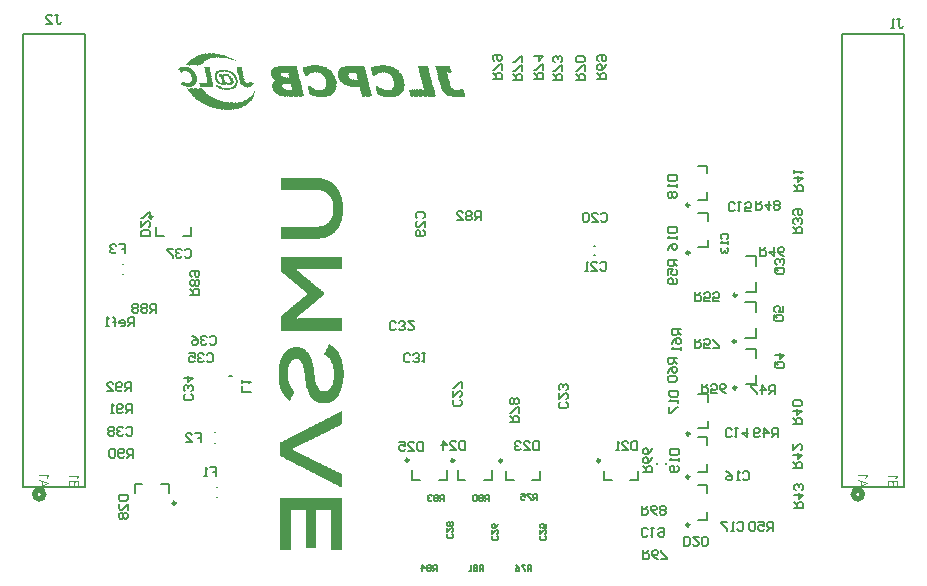
<source format=gbo>
G04*
G04 #@! TF.GenerationSoftware,Altium Limited,Altium Designer,22.10.1 (41)*
G04*
G04 Layer_Color=32896*
%FSLAX23Y23*%
%MOIN*%
G70*
G04*
G04 #@! TF.SameCoordinates,FE0D4549-5355-498F-96F3-0299564D4BAC*
G04*
G04*
G04 #@! TF.FilePolarity,Positive*
G04*
G01*
G75*
%ADD10C,0.020*%
%ADD11C,0.010*%
%ADD14C,0.008*%
%ADD16C,0.007*%
%ADD17C,0.003*%
%ADD19C,0.006*%
G36*
X1213Y4837D02*
X1214D01*
Y4836D01*
X1215D01*
Y4837D01*
X1216D01*
Y4836D01*
X1217D01*
Y4837D01*
X1218D01*
Y4836D01*
X1219D01*
Y4837D01*
X1221D01*
Y4836D01*
X1228D01*
Y4835D01*
X1229D01*
Y4834D01*
X1230D01*
Y4835D01*
X1229D01*
Y4836D01*
X1230D01*
Y4835D01*
X1231D01*
Y4834D01*
X1232D01*
Y4835D01*
X1233D01*
Y4834D01*
X1238D01*
Y4833D01*
X1242D01*
Y4832D01*
X1247D01*
Y4831D01*
X1248D01*
Y4832D01*
X1249D01*
Y4831D01*
X1250D01*
Y4830D01*
X1255D01*
Y4829D01*
X1256D01*
Y4828D01*
X1257D01*
Y4829D01*
X1258D01*
Y4828D01*
X1262D01*
Y4827D01*
X1263D01*
Y4826D01*
X1264D01*
Y4827D01*
X1265D01*
Y4826D01*
X1268D01*
Y4824D01*
X1269D01*
Y4823D01*
X1272D01*
Y4822D01*
X1273D01*
Y4821D01*
X1276D01*
Y4820D01*
X1277D01*
Y4821D01*
X1278D01*
Y4820D01*
X1279D01*
Y4819D01*
X1283D01*
Y4818D01*
X1284D01*
Y4817D01*
X1287D01*
Y4816D01*
X1288D01*
Y4815D01*
X1291D01*
Y4814D01*
X1292D01*
Y4813D01*
X1289D01*
Y4814D01*
X1286D01*
Y4815D01*
X1285D01*
Y4814D01*
X1284D01*
Y4815D01*
X1283D01*
Y4816D01*
X1277D01*
Y4817D01*
X1276D01*
Y4818D01*
X1275D01*
Y4817D01*
X1276D01*
Y4816D01*
X1275D01*
Y4817D01*
X1274D01*
Y4818D01*
X1271D01*
Y4819D01*
X1270D01*
Y4818D01*
X1269D01*
Y4819D01*
X1266D01*
Y4820D01*
X1261D01*
Y4821D01*
X1259D01*
Y4820D01*
X1258D01*
Y4821D01*
X1255D01*
Y4822D01*
X1248D01*
Y4823D01*
X1247D01*
Y4822D01*
X1246D01*
Y4823D01*
X1245D01*
Y4822D01*
X1244D01*
Y4823D01*
X1236D01*
Y4824D01*
X1235D01*
Y4823D01*
X1234D01*
Y4824D01*
X1233D01*
Y4823D01*
X1232D01*
Y4824D01*
X1231D01*
Y4823D01*
X1230D01*
Y4824D01*
X1229D01*
Y4823D01*
X1228D01*
Y4824D01*
X1227D01*
Y4823D01*
X1224D01*
Y4822D01*
X1223D01*
Y4823D01*
X1222D01*
Y4822D01*
X1221D01*
Y4823D01*
X1219D01*
Y4822D01*
X1214D01*
Y4821D01*
X1213D01*
Y4822D01*
X1212D01*
Y4821D01*
X1211D01*
Y4820D01*
X1210D01*
Y4821D01*
X1209D01*
Y4820D01*
X1206D01*
Y4819D01*
X1203D01*
Y4818D01*
X1199D01*
Y4817D01*
X1198D01*
Y4816D01*
X1195D01*
Y4815D01*
X1194D01*
Y4814D01*
X1191D01*
Y4813D01*
X1190D01*
Y4812D01*
X1189D01*
Y4811D01*
X1188D01*
Y4810D01*
X1187D01*
Y4809D01*
X1186D01*
Y4808D01*
X1184D01*
Y4807D01*
Y4806D01*
X1182D01*
Y4804D01*
Y4803D01*
X1181D01*
Y4802D01*
X1179D01*
Y4801D01*
X1178D01*
Y4800D01*
X1177D01*
Y4799D01*
X1176D01*
Y4798D01*
X1177D01*
Y4797D01*
X1172D01*
Y4796D01*
X1171D01*
Y4797D01*
X1164D01*
Y4796D01*
X1163D01*
Y4797D01*
X1155D01*
Y4796D01*
X1154D01*
Y4797D01*
X1147D01*
Y4796D01*
X1146D01*
Y4797D01*
X1138D01*
Y4796D01*
X1137D01*
Y4797D01*
X1130D01*
Y4796D01*
X1129D01*
Y4797D01*
X1126D01*
Y4798D01*
X1127D01*
Y4799D01*
X1126D01*
Y4800D01*
X1127D01*
Y4801D01*
X1128D01*
Y4802D01*
X1129D01*
Y4803D01*
X1130D01*
Y4804D01*
X1131D01*
Y4806D01*
X1132D01*
Y4807D01*
X1133D01*
Y4808D01*
X1134D01*
Y4809D01*
X1135D01*
Y4810D01*
X1134D01*
Y4811D01*
X1137D01*
Y4812D01*
X1136D01*
Y4813D01*
X1140D01*
Y4814D01*
X1141D01*
Y4815D01*
X1142D01*
Y4816D01*
X1143D01*
Y4817D01*
X1144D01*
Y4818D01*
X1145D01*
Y4819D01*
X1148D01*
Y4820D01*
X1147D01*
Y4821D01*
X1150D01*
Y4822D01*
X1151D01*
Y4823D01*
X1154D01*
Y4824D01*
X1155D01*
Y4826D01*
X1156D01*
Y4827D01*
X1157D01*
Y4826D01*
X1158D01*
Y4827D01*
X1160D01*
Y4828D01*
X1161D01*
Y4829D01*
X1162D01*
Y4828D01*
X1163D01*
Y4829D01*
X1162D01*
Y4830D01*
X1163D01*
Y4829D01*
X1164D01*
Y4830D01*
X1167D01*
Y4831D01*
X1168D01*
Y4832D01*
X1169D01*
Y4831D01*
X1170D01*
Y4832D01*
X1173D01*
Y4833D01*
X1174D01*
Y4834D01*
X1175D01*
Y4833D01*
X1176D01*
Y4834D01*
X1179D01*
Y4835D01*
X1181D01*
Y4834D01*
X1182D01*
Y4835D01*
X1183D01*
Y4834D01*
X1184D01*
Y4835D01*
X1183D01*
Y4836D01*
X1184D01*
Y4835D01*
X1185D01*
Y4836D01*
X1190D01*
Y4837D01*
X1191D01*
Y4836D01*
X1192D01*
Y4837D01*
X1193D01*
Y4836D01*
X1194D01*
Y4837D01*
X1195D01*
Y4836D01*
X1196D01*
Y4837D01*
X1195D01*
Y4838D01*
X1196D01*
Y4837D01*
X1197D01*
Y4836D01*
X1198D01*
Y4837D01*
X1199D01*
Y4838D01*
X1201D01*
Y4837D01*
X1202D01*
Y4836D01*
X1203D01*
Y4837D01*
X1202D01*
Y4838D01*
X1203D01*
Y4837D01*
X1204D01*
Y4838D01*
X1205D01*
Y4837D01*
X1206D01*
Y4836D01*
X1207D01*
Y4837D01*
X1206D01*
Y4838D01*
X1207D01*
Y4837D01*
X1208D01*
Y4838D01*
X1209D01*
Y4837D01*
X1210D01*
Y4836D01*
X1211D01*
Y4837D01*
X1210D01*
Y4838D01*
X1211D01*
Y4837D01*
X1212D01*
Y4838D01*
X1213D01*
Y4837D01*
D02*
G37*
G36*
X1281Y4820D02*
X1279D01*
Y4821D01*
X1281D01*
Y4820D01*
D02*
G37*
G36*
X1297Y4812D02*
X1296D01*
Y4813D01*
X1297D01*
Y4812D01*
D02*
G37*
G36*
X1289D02*
X1288D01*
Y4813D01*
X1289D01*
Y4812D01*
D02*
G37*
G36*
X1296Y4811D02*
X1295D01*
Y4812D01*
X1296D01*
Y4811D01*
D02*
G37*
G36*
X1788Y4797D02*
X1793D01*
Y4796D01*
X1794D01*
Y4797D01*
X1795D01*
Y4796D01*
X1800D01*
Y4795D01*
X1801D01*
Y4796D01*
X1802D01*
Y4795D01*
X1803D01*
Y4794D01*
X1804D01*
Y4795D01*
X1805D01*
Y4794D01*
X1809D01*
Y4793D01*
X1810D01*
Y4792D01*
X1811D01*
Y4793D01*
X1812D01*
Y4792D01*
X1813D01*
Y4791D01*
X1814D01*
Y4792D01*
X1815D01*
Y4791D01*
X1816D01*
Y4790D01*
X1819D01*
Y4789D01*
X1820D01*
Y4788D01*
X1823D01*
Y4787D01*
Y4786D01*
X1825D01*
Y4785D01*
X1826D01*
Y4784D01*
X1828D01*
Y4783D01*
X1829D01*
Y4782D01*
X1832D01*
Y4781D01*
X1833D01*
Y4780D01*
X1834D01*
Y4779D01*
X1835D01*
Y4777D01*
X1836D01*
Y4776D01*
X1837D01*
Y4775D01*
X1838D01*
Y4774D01*
X1837D01*
Y4773D01*
X1840D01*
Y4772D01*
X1839D01*
Y4771D01*
X1840D01*
Y4770D01*
X1841D01*
Y4769D01*
X1842D01*
Y4768D01*
X1843D01*
Y4767D01*
X1844D01*
Y4766D01*
X1843D01*
Y4765D01*
X1844D01*
Y4764D01*
X1845D01*
Y4763D01*
X1846D01*
Y4762D01*
X1845D01*
Y4761D01*
X1846D01*
Y4760D01*
X1848D01*
Y4759D01*
X1849D01*
Y4757D01*
Y4756D01*
Y4755D01*
X1850D01*
Y4754D01*
Y4753D01*
Y4752D01*
X1851D01*
Y4751D01*
Y4750D01*
Y4749D01*
X1852D01*
Y4748D01*
Y4747D01*
Y4746D01*
X1853D01*
Y4745D01*
X1852D01*
Y4744D01*
X1853D01*
Y4743D01*
X1852D01*
Y4742D01*
X1853D01*
Y4741D01*
X1852D01*
Y4740D01*
X1853D01*
Y4739D01*
X1854D01*
Y4737D01*
X1853D01*
Y4739D01*
X1852D01*
Y4737D01*
X1853D01*
Y4736D01*
Y4735D01*
Y4734D01*
X1854D01*
Y4733D01*
X1853D01*
Y4732D01*
X1854D01*
Y4731D01*
X1853D01*
Y4730D01*
X1854D01*
Y4729D01*
X1853D01*
Y4728D01*
Y4727D01*
Y4726D01*
X1854D01*
Y4725D01*
X1853D01*
Y4724D01*
X1852D01*
Y4723D01*
X1853D01*
Y4722D01*
X1852D01*
Y4721D01*
X1853D01*
Y4720D01*
X1852D01*
Y4719D01*
Y4717D01*
Y4716D01*
X1851D01*
Y4715D01*
X1850D01*
Y4714D01*
X1851D01*
Y4713D01*
X1850D01*
Y4712D01*
X1849D01*
Y4711D01*
X1848D01*
Y4710D01*
X1849D01*
Y4709D01*
X1848D01*
Y4708D01*
X1846D01*
Y4707D01*
X1845D01*
Y4706D01*
X1844D01*
Y4705D01*
X1843D01*
Y4704D01*
X1842D01*
Y4703D01*
X1841D01*
Y4702D01*
X1840D01*
Y4701D01*
X1839D01*
Y4700D01*
X1838D01*
Y4699D01*
X1835D01*
Y4697D01*
X1834D01*
Y4696D01*
X1833D01*
Y4695D01*
X1832D01*
Y4696D01*
X1831D01*
Y4695D01*
X1830D01*
Y4694D01*
X1826D01*
Y4693D01*
X1825D01*
Y4694D01*
X1824D01*
Y4693D01*
X1825D01*
Y4692D01*
X1824D01*
Y4693D01*
X1823D01*
Y4692D01*
X1822D01*
Y4693D01*
X1821D01*
Y4692D01*
X1816D01*
Y4691D01*
X1815D01*
Y4692D01*
X1814D01*
Y4691D01*
X1815D01*
Y4690D01*
X1814D01*
Y4691D01*
X1813D01*
Y4692D01*
X1812D01*
Y4691D01*
X1811D01*
Y4692D01*
X1810D01*
Y4691D01*
X1811D01*
Y4690D01*
X1810D01*
Y4691D01*
X1809D01*
Y4690D01*
X1808D01*
Y4691D01*
X1806D01*
Y4690D01*
X1805D01*
Y4691D01*
X1804D01*
Y4690D01*
X1803D01*
Y4691D01*
X1802D01*
Y4690D01*
X1801D01*
Y4691D01*
X1800D01*
Y4690D01*
X1799D01*
Y4691D01*
X1798D01*
Y4692D01*
X1797D01*
Y4691D01*
X1798D01*
Y4690D01*
X1797D01*
Y4691D01*
X1796D01*
Y4692D01*
X1795D01*
Y4691D01*
X1794D01*
Y4692D01*
X1793D01*
Y4691D01*
X1794D01*
Y4690D01*
X1793D01*
Y4691D01*
X1792D01*
Y4692D01*
X1791D01*
Y4691D01*
X1790D01*
Y4692D01*
X1786D01*
Y4693D01*
X1785D01*
Y4692D01*
X1784D01*
Y4693D01*
X1783D01*
Y4694D01*
X1782D01*
Y4693D01*
X1783D01*
Y4692D01*
X1782D01*
Y4693D01*
X1781D01*
Y4694D01*
X1778D01*
Y4695D01*
X1777D01*
Y4696D01*
X1776D01*
Y4695D01*
X1777D01*
Y4694D01*
X1776D01*
Y4695D01*
X1775D01*
Y4696D01*
X1772D01*
Y4697D01*
X1771D01*
Y4699D01*
X1770D01*
Y4697D01*
X1769D01*
Y4699D01*
X1765D01*
Y4700D01*
X1764D01*
Y4701D01*
X1763D01*
Y4702D01*
X1764D01*
Y4703D01*
X1763D01*
Y4704D01*
X1762D01*
Y4705D01*
X1761D01*
Y4706D01*
X1762D01*
Y4707D01*
X1761D01*
Y4708D01*
X1762D01*
Y4709D01*
X1761D01*
Y4710D01*
X1762D01*
Y4711D01*
X1761D01*
Y4712D01*
X1760D01*
Y4713D01*
X1759D01*
Y4714D01*
X1760D01*
Y4715D01*
X1759D01*
Y4716D01*
X1760D01*
Y4717D01*
X1759D01*
Y4719D01*
X1758D01*
Y4720D01*
Y4721D01*
Y4722D01*
X1757D01*
Y4723D01*
X1758D01*
Y4724D01*
X1757D01*
Y4725D01*
X1758D01*
Y4726D01*
X1759D01*
Y4727D01*
X1760D01*
Y4728D01*
X1761D01*
Y4727D01*
X1762D01*
Y4728D01*
X1763D01*
Y4727D01*
X1766D01*
Y4726D01*
X1768D01*
Y4725D01*
X1769D01*
Y4724D01*
X1770D01*
Y4723D01*
X1773D01*
Y4722D01*
X1774D01*
Y4721D01*
X1777D01*
Y4720D01*
X1778D01*
Y4719D01*
X1781D01*
Y4717D01*
X1782D01*
Y4719D01*
X1783D01*
Y4717D01*
X1784D01*
Y4716D01*
X1785D01*
Y4717D01*
X1786D01*
Y4716D01*
X1790D01*
Y4715D01*
X1791D01*
Y4714D01*
X1792D01*
Y4715D01*
X1791D01*
Y4716D01*
X1792D01*
Y4715D01*
X1793D01*
Y4714D01*
X1794D01*
Y4715D01*
X1793D01*
Y4716D01*
X1794D01*
Y4715D01*
X1795D01*
Y4714D01*
X1796D01*
Y4715D01*
X1797D01*
Y4714D01*
X1798D01*
Y4715D01*
X1797D01*
Y4716D01*
X1798D01*
Y4715D01*
X1799D01*
Y4714D01*
X1800D01*
Y4715D01*
X1801D01*
Y4714D01*
X1802D01*
Y4715D01*
X1801D01*
Y4716D01*
X1802D01*
Y4715D01*
X1803D01*
Y4714D01*
X1804D01*
Y4715D01*
X1803D01*
Y4716D01*
X1804D01*
Y4715D01*
X1805D01*
Y4716D01*
X1806D01*
Y4715D01*
X1808D01*
Y4716D01*
X1809D01*
Y4717D01*
X1810D01*
Y4716D01*
X1811D01*
Y4717D01*
X1810D01*
Y4719D01*
X1811D01*
Y4717D01*
X1812D01*
Y4719D01*
X1813D01*
Y4720D01*
X1814D01*
Y4721D01*
X1815D01*
Y4722D01*
X1816D01*
Y4723D01*
X1817D01*
Y4724D01*
X1816D01*
Y4725D01*
X1817D01*
Y4726D01*
X1818D01*
Y4727D01*
Y4728D01*
Y4729D01*
X1819D01*
Y4730D01*
X1818D01*
Y4731D01*
X1819D01*
Y4732D01*
X1818D01*
Y4733D01*
X1819D01*
Y4734D01*
X1818D01*
Y4735D01*
X1819D01*
Y4736D01*
X1818D01*
Y4737D01*
X1819D01*
Y4739D01*
X1818D01*
Y4740D01*
X1819D01*
Y4741D01*
X1818D01*
Y4742D01*
X1819D01*
Y4743D01*
X1818D01*
Y4744D01*
Y4745D01*
Y4746D01*
X1817D01*
Y4747D01*
X1816D01*
Y4748D01*
X1817D01*
Y4749D01*
X1816D01*
Y4750D01*
Y4751D01*
Y4752D01*
X1815D01*
Y4753D01*
X1814D01*
Y4754D01*
X1815D01*
Y4755D01*
X1814D01*
Y4756D01*
X1813D01*
Y4757D01*
X1812D01*
Y4759D01*
X1811D01*
Y4760D01*
X1810D01*
Y4761D01*
X1811D01*
Y4762D01*
X1810D01*
Y4763D01*
X1809D01*
Y4764D01*
X1808D01*
Y4765D01*
X1806D01*
Y4766D01*
X1805D01*
Y4767D01*
X1804D01*
Y4768D01*
X1801D01*
Y4769D01*
X1800D01*
Y4770D01*
X1799D01*
Y4771D01*
X1798D01*
Y4772D01*
X1797D01*
Y4771D01*
X1798D01*
Y4770D01*
X1797D01*
Y4771D01*
X1796D01*
Y4772D01*
X1793D01*
Y4773D01*
X1792D01*
Y4774D01*
X1791D01*
Y4773D01*
X1792D01*
Y4772D01*
X1791D01*
Y4773D01*
X1790D01*
Y4774D01*
X1789D01*
Y4773D01*
X1788D01*
Y4774D01*
X1786D01*
Y4773D01*
X1785D01*
Y4774D01*
X1784D01*
Y4773D01*
X1783D01*
Y4774D01*
X1782D01*
Y4773D01*
X1781D01*
Y4774D01*
X1780D01*
Y4773D01*
X1779D01*
Y4774D01*
X1778D01*
Y4773D01*
X1777D01*
Y4772D01*
X1776D01*
Y4773D01*
X1775D01*
Y4774D01*
X1774D01*
Y4773D01*
X1775D01*
Y4772D01*
X1772D01*
Y4771D01*
X1771D01*
Y4772D01*
X1770D01*
Y4771D01*
X1769D01*
Y4770D01*
X1765D01*
Y4769D01*
X1764D01*
Y4768D01*
X1763D01*
Y4767D01*
X1762D01*
Y4766D01*
X1759D01*
Y4765D01*
X1758D01*
Y4764D01*
X1757D01*
Y4763D01*
X1756D01*
Y4762D01*
X1755D01*
Y4761D01*
X1754D01*
Y4762D01*
X1753D01*
Y4761D01*
X1754D01*
Y4760D01*
X1753D01*
Y4761D01*
X1752D01*
Y4762D01*
X1751D01*
Y4761D01*
X1752D01*
Y4760D01*
X1751D01*
Y4761D01*
X1750D01*
Y4762D01*
X1749D01*
Y4763D01*
X1748D01*
Y4764D01*
Y4765D01*
Y4766D01*
X1746D01*
Y4767D01*
X1748D01*
Y4768D01*
X1746D01*
Y4769D01*
Y4770D01*
X1745D01*
Y4771D01*
Y4772D01*
X1744D01*
Y4773D01*
X1745D01*
Y4774D01*
X1744D01*
Y4775D01*
Y4776D01*
Y4777D01*
X1743D01*
Y4779D01*
Y4780D01*
Y4781D01*
X1742D01*
Y4782D01*
X1743D01*
Y4783D01*
X1742D01*
Y4784D01*
X1743D01*
Y4785D01*
X1742D01*
Y4786D01*
X1741D01*
Y4787D01*
Y4788D01*
Y4789D01*
X1742D01*
Y4790D01*
X1745D01*
Y4791D01*
X1746D01*
Y4792D01*
X1748D01*
Y4791D01*
X1749D01*
Y4792D01*
X1750D01*
Y4793D01*
X1751D01*
Y4792D01*
X1752D01*
Y4793D01*
X1751D01*
Y4794D01*
X1752D01*
Y4793D01*
X1753D01*
Y4794D01*
X1754D01*
Y4793D01*
X1755D01*
Y4794D01*
X1758D01*
Y4795D01*
X1759D01*
Y4796D01*
X1760D01*
Y4795D01*
X1761D01*
Y4796D01*
X1769D01*
Y4797D01*
X1770D01*
Y4796D01*
X1771D01*
Y4797D01*
X1774D01*
Y4798D01*
X1775D01*
Y4797D01*
X1776D01*
Y4798D01*
X1777D01*
Y4797D01*
X1778D01*
Y4798D01*
X1779D01*
Y4797D01*
X1780D01*
Y4798D01*
X1781D01*
Y4797D01*
X1782D01*
Y4798D01*
X1783D01*
Y4797D01*
X1784D01*
Y4798D01*
X1785D01*
Y4797D01*
X1786D01*
Y4798D01*
X1788D01*
Y4797D01*
D02*
G37*
G36*
X1564D02*
X1566D01*
Y4796D01*
X1567D01*
Y4797D01*
X1568D01*
Y4796D01*
X1569D01*
Y4797D01*
X1570D01*
Y4796D01*
X1575D01*
Y4795D01*
X1576D01*
Y4794D01*
X1577D01*
Y4795D01*
X1578D01*
Y4794D01*
X1581D01*
Y4793D01*
X1582D01*
Y4794D01*
X1583D01*
Y4793D01*
X1584D01*
Y4792D01*
X1588D01*
Y4791D01*
X1589D01*
Y4790D01*
X1590D01*
Y4791D01*
X1591D01*
Y4790D01*
X1592D01*
Y4789D01*
X1593D01*
Y4788D01*
X1594D01*
Y4789D01*
X1593D01*
Y4790D01*
X1594D01*
Y4789D01*
X1595D01*
Y4788D01*
X1596D01*
Y4787D01*
X1597D01*
Y4786D01*
X1600D01*
Y4785D01*
X1601D01*
Y4784D01*
X1602D01*
Y4783D01*
X1603D01*
Y4782D01*
X1604D01*
Y4781D01*
X1605D01*
Y4780D01*
X1609D01*
Y4779D01*
X1608D01*
Y4777D01*
X1611D01*
Y4776D01*
X1610D01*
Y4775D01*
X1611D01*
Y4774D01*
X1612D01*
Y4773D01*
X1613D01*
Y4772D01*
X1614D01*
Y4771D01*
X1615D01*
Y4770D01*
X1616D01*
Y4769D01*
X1617D01*
Y4768D01*
X1616D01*
Y4767D01*
X1617D01*
Y4766D01*
X1618D01*
Y4765D01*
X1619D01*
Y4764D01*
Y4763D01*
X1621D01*
Y4762D01*
X1620D01*
Y4761D01*
X1621D01*
Y4760D01*
X1622D01*
Y4759D01*
Y4757D01*
Y4756D01*
X1623D01*
Y4755D01*
Y4754D01*
Y4753D01*
X1624D01*
Y4752D01*
X1625D01*
Y4751D01*
X1624D01*
Y4750D01*
X1625D01*
Y4749D01*
X1624D01*
Y4748D01*
X1625D01*
Y4747D01*
X1627D01*
Y4746D01*
X1625D01*
Y4745D01*
X1627D01*
Y4744D01*
X1628D01*
Y4743D01*
X1627D01*
Y4742D01*
X1628D01*
Y4741D01*
X1627D01*
Y4740D01*
X1628D01*
Y4739D01*
X1627D01*
Y4737D01*
X1628D01*
Y4736D01*
X1627D01*
Y4735D01*
X1628D01*
Y4734D01*
X1627D01*
Y4733D01*
X1628D01*
Y4732D01*
X1627D01*
Y4731D01*
X1628D01*
Y4730D01*
X1627D01*
Y4729D01*
X1628D01*
Y4728D01*
X1627D01*
Y4727D01*
X1628D01*
Y4726D01*
X1627D01*
Y4725D01*
X1628D01*
Y4724D01*
X1627D01*
Y4723D01*
X1628D01*
Y4722D01*
X1627D01*
Y4721D01*
X1625D01*
Y4720D01*
Y4719D01*
Y4717D01*
X1624D01*
Y4716D01*
X1625D01*
Y4715D01*
X1624D01*
Y4714D01*
X1623D01*
Y4713D01*
Y4712D01*
Y4711D01*
X1622D01*
Y4710D01*
Y4709D01*
X1620D01*
Y4708D01*
X1621D01*
Y4707D01*
X1620D01*
Y4706D01*
X1619D01*
Y4707D01*
X1618D01*
Y4706D01*
X1619D01*
Y4705D01*
X1618D01*
Y4704D01*
X1617D01*
Y4703D01*
X1616D01*
Y4702D01*
X1615D01*
Y4703D01*
X1614D01*
Y4702D01*
X1615D01*
Y4701D01*
X1614D01*
Y4700D01*
X1613D01*
Y4701D01*
X1612D01*
Y4700D01*
X1613D01*
Y4699D01*
X1612D01*
Y4700D01*
X1611D01*
Y4699D01*
X1610D01*
Y4697D01*
X1609D01*
Y4696D01*
X1605D01*
Y4695D01*
X1604D01*
Y4696D01*
X1603D01*
Y4695D01*
X1604D01*
Y4694D01*
X1599D01*
Y4693D01*
X1598D01*
Y4694D01*
X1597D01*
Y4693D01*
X1598D01*
Y4692D01*
X1597D01*
Y4693D01*
X1596D01*
Y4692D01*
X1593D01*
Y4691D01*
X1592D01*
Y4692D01*
X1591D01*
Y4691D01*
X1590D01*
Y4692D01*
X1589D01*
Y4691D01*
X1588D01*
Y4692D01*
X1587D01*
Y4691D01*
X1588D01*
Y4690D01*
X1587D01*
Y4691D01*
X1585D01*
Y4690D01*
X1584D01*
Y4691D01*
X1583D01*
Y4692D01*
X1582D01*
Y4691D01*
X1583D01*
Y4690D01*
X1582D01*
Y4691D01*
X1581D01*
Y4690D01*
X1580D01*
Y4691D01*
X1579D01*
Y4690D01*
X1578D01*
Y4691D01*
X1577D01*
Y4690D01*
X1576D01*
Y4691D01*
X1575D01*
Y4692D01*
X1574D01*
Y4691D01*
X1575D01*
Y4690D01*
X1574D01*
Y4691D01*
X1571D01*
Y4692D01*
X1570D01*
Y4691D01*
X1571D01*
Y4690D01*
X1570D01*
Y4691D01*
X1569D01*
Y4692D01*
X1568D01*
Y4691D01*
X1567D01*
Y4692D01*
X1566D01*
Y4691D01*
X1564D01*
Y4692D01*
X1561D01*
Y4693D01*
X1560D01*
Y4694D01*
X1559D01*
Y4693D01*
X1560D01*
Y4692D01*
X1559D01*
Y4693D01*
X1558D01*
Y4694D01*
X1557D01*
Y4693D01*
X1558D01*
Y4692D01*
X1557D01*
Y4693D01*
X1556D01*
Y4694D01*
X1551D01*
Y4695D01*
X1550D01*
Y4696D01*
X1544D01*
Y4697D01*
X1543D01*
Y4699D01*
X1540D01*
Y4700D01*
X1539D01*
Y4701D01*
X1538D01*
Y4700D01*
X1537D01*
Y4701D01*
Y4702D01*
Y4703D01*
X1536D01*
Y4704D01*
X1537D01*
Y4705D01*
X1536D01*
Y4706D01*
X1537D01*
Y4707D01*
X1536D01*
Y4708D01*
X1535D01*
Y4709D01*
X1534D01*
Y4710D01*
X1535D01*
Y4709D01*
X1536D01*
Y4710D01*
X1535D01*
Y4711D01*
X1534D01*
Y4712D01*
X1535D01*
Y4713D01*
X1534D01*
Y4714D01*
X1535D01*
Y4715D01*
X1534D01*
Y4716D01*
X1533D01*
Y4717D01*
Y4719D01*
Y4720D01*
X1532D01*
Y4721D01*
X1533D01*
Y4722D01*
X1532D01*
Y4723D01*
Y4724D01*
Y4725D01*
X1533D01*
Y4726D01*
X1532D01*
Y4727D01*
X1535D01*
Y4728D01*
X1536D01*
Y4727D01*
X1537D01*
Y4728D01*
X1536D01*
Y4729D01*
X1537D01*
Y4728D01*
X1538D01*
Y4727D01*
X1539D01*
Y4726D01*
X1540D01*
Y4725D01*
X1541D01*
Y4726D01*
X1540D01*
Y4727D01*
X1541D01*
Y4726D01*
X1542D01*
Y4725D01*
X1543D01*
Y4724D01*
X1544D01*
Y4723D01*
X1548D01*
Y4722D01*
X1549D01*
Y4721D01*
X1550D01*
Y4720D01*
X1551D01*
Y4719D01*
X1552D01*
Y4720D01*
X1551D01*
Y4721D01*
X1552D01*
Y4720D01*
X1553D01*
Y4719D01*
X1556D01*
Y4717D01*
X1557D01*
Y4716D01*
X1558D01*
Y4717D01*
X1557D01*
Y4719D01*
X1558D01*
Y4717D01*
X1559D01*
Y4716D01*
X1562D01*
Y4715D01*
X1563D01*
Y4716D01*
X1564D01*
Y4715D01*
X1566D01*
Y4716D01*
X1567D01*
Y4715D01*
X1568D01*
Y4714D01*
X1569D01*
Y4715D01*
X1570D01*
Y4714D01*
X1571D01*
Y4715D01*
X1570D01*
Y4716D01*
X1571D01*
Y4715D01*
X1572D01*
Y4714D01*
X1573D01*
Y4715D01*
X1574D01*
Y4714D01*
X1575D01*
Y4715D01*
X1574D01*
Y4716D01*
X1575D01*
Y4715D01*
X1576D01*
Y4714D01*
X1577D01*
Y4715D01*
X1576D01*
Y4716D01*
X1577D01*
Y4715D01*
X1578D01*
Y4716D01*
X1579D01*
Y4715D01*
X1580D01*
Y4716D01*
X1583D01*
Y4717D01*
X1584D01*
Y4719D01*
X1588D01*
Y4720D01*
X1589D01*
Y4721D01*
X1590D01*
Y4722D01*
X1589D01*
Y4723D01*
X1590D01*
Y4724D01*
X1591D01*
Y4725D01*
X1592D01*
Y4726D01*
X1591D01*
Y4727D01*
X1592D01*
Y4728D01*
X1593D01*
Y4729D01*
X1592D01*
Y4730D01*
X1593D01*
Y4731D01*
Y4732D01*
Y4733D01*
X1592D01*
Y4734D01*
X1593D01*
Y4735D01*
X1594D01*
Y4736D01*
X1593D01*
Y4737D01*
X1592D01*
Y4739D01*
X1593D01*
Y4740D01*
X1592D01*
Y4741D01*
X1593D01*
Y4742D01*
X1592D01*
Y4743D01*
X1591D01*
Y4744D01*
X1592D01*
Y4745D01*
X1591D01*
Y4746D01*
X1592D01*
Y4747D01*
X1591D01*
Y4748D01*
X1592D01*
Y4749D01*
X1591D01*
Y4750D01*
X1590D01*
Y4751D01*
X1589D01*
Y4752D01*
X1590D01*
Y4753D01*
X1589D01*
Y4754D01*
X1588D01*
Y4755D01*
Y4756D01*
Y4757D01*
X1587D01*
Y4759D01*
X1585D01*
Y4760D01*
X1584D01*
Y4761D01*
X1585D01*
Y4762D01*
X1582D01*
Y4763D01*
X1583D01*
Y4764D01*
X1580D01*
Y4765D01*
X1581D01*
Y4766D01*
X1578D01*
Y4767D01*
X1579D01*
Y4768D01*
X1576D01*
Y4769D01*
X1575D01*
Y4770D01*
X1572D01*
Y4771D01*
X1571D01*
Y4772D01*
X1566D01*
Y4773D01*
X1564D01*
Y4774D01*
X1563D01*
Y4773D01*
X1564D01*
Y4772D01*
X1563D01*
Y4773D01*
X1562D01*
Y4774D01*
X1561D01*
Y4773D01*
X1560D01*
Y4774D01*
X1559D01*
Y4773D01*
X1558D01*
Y4774D01*
X1557D01*
Y4773D01*
X1556D01*
Y4774D01*
X1555D01*
Y4773D01*
X1554D01*
Y4774D01*
X1553D01*
Y4773D01*
X1552D01*
Y4774D01*
X1551D01*
Y4773D01*
X1552D01*
Y4772D01*
X1551D01*
Y4773D01*
X1550D01*
Y4772D01*
X1549D01*
Y4773D01*
X1548D01*
Y4772D01*
X1547D01*
Y4771D01*
X1546D01*
Y4772D01*
X1544D01*
Y4771D01*
X1543D01*
Y4770D01*
X1542D01*
Y4771D01*
X1541D01*
Y4770D01*
X1540D01*
Y4769D01*
X1539D01*
Y4770D01*
X1538D01*
Y4769D01*
X1539D01*
Y4768D01*
X1536D01*
Y4767D01*
X1535D01*
Y4766D01*
X1534D01*
Y4765D01*
X1533D01*
Y4764D01*
X1532D01*
Y4763D01*
X1531D01*
Y4762D01*
X1530D01*
Y4761D01*
X1529D01*
Y4762D01*
X1528D01*
Y4761D01*
X1527D01*
Y4762D01*
X1526D01*
Y4761D01*
X1527D01*
Y4760D01*
X1526D01*
Y4761D01*
X1524D01*
Y4762D01*
X1523D01*
Y4761D01*
X1524D01*
Y4760D01*
X1523D01*
Y4761D01*
X1522D01*
Y4762D01*
X1521D01*
Y4763D01*
X1522D01*
Y4764D01*
X1521D01*
Y4765D01*
X1522D01*
Y4766D01*
X1521D01*
Y4767D01*
X1520D01*
Y4768D01*
Y4769D01*
Y4770D01*
X1519D01*
Y4771D01*
X1520D01*
Y4772D01*
X1519D01*
Y4773D01*
Y4774D01*
Y4775D01*
X1518D01*
Y4776D01*
X1517D01*
Y4777D01*
X1518D01*
Y4779D01*
X1517D01*
Y4780D01*
X1518D01*
Y4781D01*
X1517D01*
Y4782D01*
X1518D01*
Y4783D01*
X1517D01*
Y4784D01*
X1516D01*
Y4785D01*
X1515D01*
Y4786D01*
X1516D01*
Y4787D01*
X1515D01*
Y4788D01*
X1516D01*
Y4789D01*
X1517D01*
Y4790D01*
X1520D01*
Y4791D01*
X1521D01*
Y4790D01*
X1522D01*
Y4791D01*
X1521D01*
Y4792D01*
X1524D01*
Y4793D01*
X1526D01*
Y4794D01*
X1527D01*
Y4793D01*
X1528D01*
Y4794D01*
X1531D01*
Y4795D01*
X1532D01*
Y4794D01*
X1533D01*
Y4795D01*
X1534D01*
Y4794D01*
X1535D01*
Y4795D01*
X1534D01*
Y4796D01*
X1535D01*
Y4795D01*
X1536D01*
Y4796D01*
X1541D01*
Y4797D01*
X1542D01*
Y4796D01*
X1543D01*
Y4797D01*
X1544D01*
Y4796D01*
X1546D01*
Y4797D01*
X1551D01*
Y4798D01*
X1552D01*
Y4797D01*
X1553D01*
Y4798D01*
X1554D01*
Y4797D01*
X1555D01*
Y4798D01*
X1556D01*
Y4797D01*
X1557D01*
Y4798D01*
X1558D01*
Y4797D01*
X1559D01*
Y4798D01*
X1560D01*
Y4797D01*
X1561D01*
Y4798D01*
X1562D01*
Y4797D01*
X1563D01*
Y4798D01*
X1564D01*
Y4797D01*
D02*
G37*
G36*
X2004Y4795D02*
X2005D01*
Y4794D01*
X2006D01*
Y4793D01*
Y4792D01*
Y4791D01*
Y4790D01*
Y4789D01*
X2007D01*
Y4788D01*
Y4787D01*
Y4786D01*
X2009D01*
Y4785D01*
X2007D01*
Y4784D01*
X2009D01*
Y4783D01*
X2007D01*
Y4782D01*
X2009D01*
Y4781D01*
X2010D01*
Y4780D01*
X2009D01*
Y4779D01*
X2010D01*
Y4777D01*
X2011D01*
Y4776D01*
X2010D01*
Y4775D01*
X2011D01*
Y4774D01*
X2010D01*
Y4773D01*
X2009D01*
Y4772D01*
X2007D01*
Y4773D01*
X2006D01*
Y4772D01*
X2005D01*
Y4773D01*
X2004D01*
Y4772D01*
X2003D01*
Y4773D01*
X2002D01*
Y4774D01*
X2001D01*
Y4773D01*
X2002D01*
Y4772D01*
X1999D01*
Y4773D01*
X1998D01*
Y4774D01*
X1997D01*
Y4773D01*
X1998D01*
Y4772D01*
X1997D01*
Y4771D01*
X1996D01*
Y4770D01*
X1997D01*
Y4769D01*
X1998D01*
Y4768D01*
X1997D01*
Y4767D01*
X1998D01*
Y4766D01*
X1997D01*
Y4765D01*
X1998D01*
Y4764D01*
X1999D01*
Y4763D01*
Y4762D01*
Y4761D01*
X2000D01*
Y4760D01*
X1999D01*
Y4759D01*
X2000D01*
Y4757D01*
X1999D01*
Y4756D01*
X2000D01*
Y4755D01*
X2001D01*
Y4754D01*
X2000D01*
Y4753D01*
X2001D01*
Y4752D01*
X2002D01*
Y4751D01*
X2001D01*
Y4750D01*
X2002D01*
Y4749D01*
X2001D01*
Y4748D01*
X2002D01*
Y4747D01*
X2003D01*
Y4746D01*
Y4745D01*
Y4744D01*
X2004D01*
Y4743D01*
X2003D01*
Y4742D01*
X2004D01*
Y4741D01*
Y4740D01*
Y4739D01*
X2005D01*
Y4737D01*
Y4736D01*
Y4735D01*
X2006D01*
Y4734D01*
X2005D01*
Y4733D01*
X2006D01*
Y4732D01*
Y4731D01*
X2007D01*
Y4730D01*
Y4729D01*
X2009D01*
Y4728D01*
X2007D01*
Y4727D01*
X2009D01*
Y4726D01*
X2010D01*
Y4725D01*
X2011D01*
Y4724D01*
X2010D01*
Y4723D01*
X2011D01*
Y4722D01*
X2012D01*
Y4721D01*
X2013D01*
Y4720D01*
X2014D01*
Y4719D01*
X2017D01*
Y4717D01*
X2018D01*
Y4716D01*
X2021D01*
Y4715D01*
X2022D01*
Y4716D01*
X2023D01*
Y4715D01*
X2024D01*
Y4716D01*
X2025D01*
Y4715D01*
X2026D01*
Y4714D01*
X2027D01*
Y4715D01*
X2026D01*
Y4716D01*
X2027D01*
Y4715D01*
X2029D01*
Y4716D01*
X2030D01*
Y4715D01*
X2031D01*
Y4714D01*
X2032D01*
Y4715D01*
X2031D01*
Y4716D01*
X2032D01*
Y4715D01*
X2033D01*
Y4716D01*
X2034D01*
Y4715D01*
X2035D01*
Y4716D01*
X2038D01*
Y4717D01*
X2039D01*
Y4716D01*
X2040D01*
Y4717D01*
X2039D01*
Y4719D01*
X2040D01*
Y4717D01*
X2041D01*
Y4719D01*
X2050D01*
Y4717D01*
Y4716D01*
X2051D01*
Y4715D01*
X2050D01*
Y4714D01*
X2051D01*
Y4713D01*
Y4712D01*
Y4711D01*
X2052D01*
Y4710D01*
X2053D01*
Y4709D01*
X2052D01*
Y4708D01*
X2053D01*
Y4707D01*
X2052D01*
Y4706D01*
X2053D01*
Y4705D01*
Y4704D01*
X2054D01*
Y4703D01*
Y4702D01*
X2055D01*
Y4701D01*
X2054D01*
Y4700D01*
X2055D01*
Y4699D01*
X2054D01*
Y4697D01*
X2055D01*
Y4696D01*
X2054D01*
Y4695D01*
X2055D01*
Y4694D01*
X2054D01*
Y4693D01*
X2053D01*
Y4694D01*
X2052D01*
Y4693D01*
X2053D01*
Y4692D01*
X2052D01*
Y4693D01*
X2051D01*
Y4692D01*
X2050D01*
Y4693D01*
X2049D01*
Y4692D01*
X2039D01*
Y4691D01*
X2038D01*
Y4692D01*
X2037D01*
Y4691D01*
X2036D01*
Y4692D01*
X2035D01*
Y4691D01*
X2034D01*
Y4692D01*
X2033D01*
Y4691D01*
X2032D01*
Y4692D01*
X2031D01*
Y4691D01*
X2030D01*
Y4692D01*
X2029D01*
Y4691D01*
X2030D01*
Y4690D01*
X2029D01*
Y4691D01*
X2027D01*
Y4692D01*
X2026D01*
Y4691D01*
X2025D01*
Y4692D01*
X2024D01*
Y4691D01*
X2025D01*
Y4690D01*
X2024D01*
Y4691D01*
X2023D01*
Y4692D01*
X2022D01*
Y4691D01*
X2021D01*
Y4692D01*
X2020D01*
Y4691D01*
X2019D01*
Y4692D01*
X2018D01*
Y4691D01*
X2017D01*
Y4692D01*
X2012D01*
Y4693D01*
X2011D01*
Y4694D01*
X2010D01*
Y4693D01*
X2011D01*
Y4692D01*
X2010D01*
Y4693D01*
X2009D01*
Y4694D01*
X2007D01*
Y4693D01*
X2006D01*
Y4694D01*
X2003D01*
Y4695D01*
X2002D01*
Y4694D01*
X2001D01*
Y4695D01*
X2000D01*
Y4696D01*
X1997D01*
Y4697D01*
X1996D01*
Y4699D01*
X1993D01*
Y4700D01*
X1992D01*
Y4701D01*
X1991D01*
Y4702D01*
X1990D01*
Y4703D01*
X1989D01*
Y4704D01*
X1987D01*
Y4705D01*
X1986D01*
Y4706D01*
X1985D01*
Y4707D01*
X1984D01*
Y4708D01*
X1983D01*
Y4709D01*
X1982D01*
Y4710D01*
X1981D01*
Y4711D01*
X1980D01*
Y4712D01*
Y4713D01*
X1979D01*
Y4714D01*
Y4715D01*
X1978D01*
Y4716D01*
Y4717D01*
Y4719D01*
X1977D01*
Y4720D01*
X1976D01*
Y4721D01*
X1977D01*
Y4722D01*
X1976D01*
Y4723D01*
X1975D01*
Y4724D01*
X1974D01*
Y4725D01*
X1975D01*
Y4726D01*
X1974D01*
Y4727D01*
X1975D01*
Y4728D01*
X1974D01*
Y4729D01*
Y4730D01*
Y4731D01*
X1973D01*
Y4732D01*
Y4733D01*
Y4734D01*
X1972D01*
Y4735D01*
X1973D01*
Y4736D01*
X1972D01*
Y4737D01*
X1971D01*
Y4739D01*
Y4740D01*
Y4741D01*
X1970D01*
Y4742D01*
X1971D01*
Y4743D01*
X1970D01*
Y4744D01*
X1971D01*
Y4745D01*
X1970D01*
Y4746D01*
X1969D01*
Y4747D01*
X1967D01*
Y4748D01*
X1969D01*
Y4747D01*
X1970D01*
Y4748D01*
X1969D01*
Y4749D01*
X1967D01*
Y4750D01*
X1969D01*
Y4751D01*
X1967D01*
Y4752D01*
X1969D01*
Y4753D01*
X1967D01*
Y4754D01*
X1966D01*
Y4755D01*
Y4756D01*
Y4757D01*
X1965D01*
Y4759D01*
X1966D01*
Y4760D01*
X1965D01*
Y4761D01*
X1966D01*
Y4762D01*
X1965D01*
Y4763D01*
X1964D01*
Y4764D01*
X1963D01*
Y4765D01*
X1964D01*
Y4766D01*
X1963D01*
Y4767D01*
X1964D01*
Y4768D01*
X1963D01*
Y4769D01*
X1964D01*
Y4770D01*
X1963D01*
Y4771D01*
X1962D01*
Y4772D01*
Y4773D01*
Y4774D01*
X1961D01*
Y4775D01*
X1962D01*
Y4776D01*
X1961D01*
Y4777D01*
Y4779D01*
Y4780D01*
X1960D01*
Y4781D01*
X1959D01*
Y4782D01*
X1960D01*
Y4783D01*
X1959D01*
Y4784D01*
X1960D01*
Y4785D01*
X1959D01*
Y4786D01*
X1960D01*
Y4787D01*
X1959D01*
Y4788D01*
X1958D01*
Y4789D01*
Y4790D01*
Y4791D01*
X1957D01*
Y4792D01*
X1958D01*
Y4793D01*
X1957D01*
Y4794D01*
X1960D01*
Y4795D01*
X1961D01*
Y4796D01*
X1962D01*
Y4795D01*
X1963D01*
Y4796D01*
X1966D01*
Y4795D01*
X1967D01*
Y4796D01*
X1969D01*
Y4795D01*
X1970D01*
Y4796D01*
X1971D01*
Y4795D01*
X1972D01*
Y4796D01*
X1975D01*
Y4795D01*
X1976D01*
Y4796D01*
X1977D01*
Y4795D01*
X1978D01*
Y4796D01*
X1979D01*
Y4795D01*
X1980D01*
Y4796D01*
X1983D01*
Y4795D01*
X1984D01*
Y4796D01*
X1985D01*
Y4795D01*
X1986D01*
Y4796D01*
X1987D01*
Y4795D01*
X1989D01*
Y4796D01*
X1992D01*
Y4795D01*
X1993D01*
Y4796D01*
X1994D01*
Y4795D01*
X1995D01*
Y4796D01*
X1996D01*
Y4795D01*
X1997D01*
Y4796D01*
X2000D01*
Y4795D01*
X2001D01*
Y4796D01*
X2002D01*
Y4795D01*
X2003D01*
Y4796D01*
X2004D01*
Y4795D01*
D02*
G37*
G36*
X1933D02*
X1932D01*
Y4796D01*
X1933D01*
Y4795D01*
D02*
G37*
G36*
X1931D02*
X1932D01*
Y4794D01*
X1933D01*
Y4793D01*
X1932D01*
Y4792D01*
X1933D01*
Y4791D01*
Y4790D01*
Y4789D01*
X1934D01*
Y4788D01*
X1935D01*
Y4787D01*
X1934D01*
Y4786D01*
X1935D01*
Y4785D01*
X1934D01*
Y4784D01*
X1935D01*
Y4783D01*
X1936D01*
Y4782D01*
X1935D01*
Y4783D01*
X1934D01*
Y4782D01*
X1935D01*
Y4781D01*
X1936D01*
Y4780D01*
X1937D01*
Y4779D01*
X1936D01*
Y4777D01*
X1937D01*
Y4776D01*
X1936D01*
Y4775D01*
X1937D01*
Y4774D01*
Y4773D01*
X1938D01*
Y4772D01*
Y4771D01*
Y4770D01*
Y4769D01*
X1939D01*
Y4768D01*
Y4767D01*
Y4766D01*
X1940D01*
Y4765D01*
Y4764D01*
Y4763D01*
X1941D01*
Y4762D01*
X1940D01*
Y4761D01*
X1941D01*
Y4760D01*
X1940D01*
Y4759D01*
X1941D01*
Y4757D01*
X1942D01*
Y4756D01*
X1943D01*
Y4755D01*
X1942D01*
Y4754D01*
X1943D01*
Y4753D01*
X1942D01*
Y4752D01*
X1943D01*
Y4751D01*
Y4750D01*
Y4749D01*
X1944D01*
Y4748D01*
X1943D01*
Y4747D01*
X1944D01*
Y4746D01*
X1945D01*
Y4745D01*
X1944D01*
Y4744D01*
X1945D01*
Y4743D01*
X1944D01*
Y4742D01*
X1945D01*
Y4741D01*
X1946D01*
Y4740D01*
X1947D01*
Y4739D01*
X1946D01*
Y4737D01*
X1947D01*
Y4736D01*
X1946D01*
Y4735D01*
X1947D01*
Y4734D01*
Y4733D01*
Y4732D01*
X1949D01*
Y4731D01*
Y4730D01*
Y4729D01*
X1950D01*
Y4728D01*
X1949D01*
Y4727D01*
X1950D01*
Y4726D01*
Y4725D01*
Y4724D01*
X1951D01*
Y4723D01*
X1952D01*
Y4722D01*
X1951D01*
Y4721D01*
X1952D01*
Y4720D01*
X1951D01*
Y4719D01*
X1952D01*
Y4717D01*
Y4716D01*
X1953D01*
Y4715D01*
Y4714D01*
X1954D01*
Y4713D01*
X1953D01*
Y4712D01*
X1954D01*
Y4711D01*
X1953D01*
Y4710D01*
X1954D01*
Y4709D01*
X1955D01*
Y4708D01*
X1954D01*
Y4707D01*
X1955D01*
Y4706D01*
X1956D01*
Y4705D01*
X1955D01*
Y4704D01*
X1956D01*
Y4703D01*
X1955D01*
Y4702D01*
X1956D01*
Y4701D01*
X1957D01*
Y4700D01*
X1956D01*
Y4699D01*
X1957D01*
Y4697D01*
X1958D01*
Y4696D01*
X1957D01*
Y4695D01*
X1956D01*
Y4694D01*
X1955D01*
Y4693D01*
X1954D01*
Y4692D01*
X1953D01*
Y4693D01*
X1952D01*
Y4694D01*
X1951D01*
Y4693D01*
X1952D01*
Y4692D01*
X1951D01*
Y4693D01*
X1950D01*
Y4692D01*
X1949D01*
Y4693D01*
X1947D01*
Y4694D01*
X1946D01*
Y4693D01*
X1947D01*
Y4692D01*
X1946D01*
Y4693D01*
X1945D01*
Y4692D01*
X1944D01*
Y4693D01*
X1943D01*
Y4694D01*
X1942D01*
Y4693D01*
X1943D01*
Y4692D01*
X1942D01*
Y4693D01*
X1941D01*
Y4692D01*
X1940D01*
Y4693D01*
X1939D01*
Y4694D01*
X1938D01*
Y4693D01*
X1939D01*
Y4692D01*
X1938D01*
Y4693D01*
X1937D01*
Y4692D01*
X1936D01*
Y4693D01*
X1935D01*
Y4694D01*
X1934D01*
Y4693D01*
X1935D01*
Y4692D01*
X1934D01*
Y4693D01*
X1933D01*
Y4692D01*
X1932D01*
Y4693D01*
X1931D01*
Y4694D01*
X1930D01*
Y4693D01*
X1931D01*
Y4692D01*
X1930D01*
Y4693D01*
X1929D01*
Y4692D01*
X1927D01*
Y4693D01*
X1926D01*
Y4694D01*
X1925D01*
Y4693D01*
X1926D01*
Y4692D01*
X1925D01*
Y4693D01*
X1924D01*
Y4692D01*
X1923D01*
Y4693D01*
X1922D01*
Y4694D01*
X1921D01*
Y4693D01*
X1922D01*
Y4692D01*
X1921D01*
Y4693D01*
X1920D01*
Y4692D01*
X1919D01*
Y4693D01*
X1918D01*
Y4694D01*
X1917D01*
Y4693D01*
X1918D01*
Y4692D01*
X1917D01*
Y4693D01*
X1916D01*
Y4692D01*
X1915D01*
Y4693D01*
X1914D01*
Y4694D01*
X1913D01*
Y4693D01*
X1914D01*
Y4692D01*
X1913D01*
Y4693D01*
X1912D01*
Y4692D01*
X1911D01*
Y4693D01*
X1910D01*
Y4694D01*
X1909D01*
Y4693D01*
X1910D01*
Y4692D01*
X1909D01*
Y4693D01*
X1907D01*
Y4692D01*
X1906D01*
Y4693D01*
X1905D01*
Y4694D01*
X1904D01*
Y4693D01*
X1905D01*
Y4692D01*
X1904D01*
Y4693D01*
X1903D01*
Y4692D01*
X1902D01*
Y4693D01*
X1901D01*
Y4694D01*
X1900D01*
Y4693D01*
X1901D01*
Y4692D01*
X1900D01*
Y4693D01*
X1899D01*
Y4692D01*
X1898D01*
Y4693D01*
X1897D01*
Y4694D01*
X1896D01*
Y4693D01*
X1897D01*
Y4692D01*
X1896D01*
Y4693D01*
X1895D01*
Y4692D01*
X1894D01*
Y4693D01*
X1893D01*
Y4694D01*
X1892D01*
Y4693D01*
X1893D01*
Y4692D01*
X1892D01*
Y4693D01*
X1891D01*
Y4692D01*
X1890D01*
Y4693D01*
X1889D01*
Y4694D01*
X1888D01*
Y4693D01*
X1889D01*
Y4692D01*
X1888D01*
Y4693D01*
X1886D01*
Y4692D01*
X1885D01*
Y4693D01*
X1884D01*
Y4694D01*
X1883D01*
Y4693D01*
X1884D01*
Y4692D01*
X1883D01*
Y4693D01*
X1882D01*
Y4692D01*
X1881D01*
Y4693D01*
X1880D01*
Y4694D01*
X1879D01*
Y4693D01*
X1880D01*
Y4692D01*
X1879D01*
Y4693D01*
X1878D01*
Y4692D01*
X1877D01*
Y4693D01*
X1876D01*
Y4694D01*
X1875D01*
Y4693D01*
X1876D01*
Y4692D01*
X1875D01*
Y4693D01*
X1874D01*
Y4694D01*
X1873D01*
Y4695D01*
X1874D01*
Y4696D01*
X1873D01*
Y4697D01*
Y4699D01*
Y4700D01*
X1872D01*
Y4701D01*
X1871D01*
Y4702D01*
X1872D01*
Y4703D01*
X1871D01*
Y4704D01*
X1872D01*
Y4705D01*
X1871D01*
Y4706D01*
Y4707D01*
Y4708D01*
X1870D01*
Y4709D01*
Y4710D01*
Y4711D01*
X1869D01*
Y4712D01*
X1870D01*
Y4713D01*
X1869D01*
Y4714D01*
X1870D01*
Y4715D01*
X1871D01*
Y4716D01*
X1872D01*
Y4717D01*
X1873D01*
Y4716D01*
X1874D01*
Y4717D01*
X1875D01*
Y4716D01*
X1876D01*
Y4717D01*
X1875D01*
Y4719D01*
X1876D01*
Y4717D01*
X1877D01*
Y4716D01*
X1878D01*
Y4717D01*
X1879D01*
Y4716D01*
X1880D01*
Y4717D01*
X1879D01*
Y4719D01*
X1880D01*
Y4717D01*
X1881D01*
Y4716D01*
X1882D01*
Y4717D01*
X1883D01*
Y4716D01*
X1884D01*
Y4717D01*
X1883D01*
Y4719D01*
X1884D01*
Y4717D01*
X1885D01*
Y4716D01*
X1886D01*
Y4717D01*
X1888D01*
Y4716D01*
X1889D01*
Y4717D01*
X1888D01*
Y4719D01*
X1889D01*
Y4717D01*
X1890D01*
Y4716D01*
X1891D01*
Y4717D01*
X1892D01*
Y4716D01*
X1893D01*
Y4717D01*
X1892D01*
Y4719D01*
X1893D01*
Y4717D01*
X1894D01*
Y4716D01*
X1895D01*
Y4717D01*
X1896D01*
Y4716D01*
X1897D01*
Y4717D01*
X1896D01*
Y4719D01*
X1897D01*
Y4717D01*
X1898D01*
Y4716D01*
X1899D01*
Y4717D01*
X1900D01*
Y4716D01*
X1901D01*
Y4717D01*
X1900D01*
Y4719D01*
X1901D01*
Y4717D01*
X1902D01*
Y4716D01*
X1903D01*
Y4717D01*
X1904D01*
Y4716D01*
X1905D01*
Y4717D01*
X1904D01*
Y4719D01*
X1905D01*
Y4717D01*
X1906D01*
Y4716D01*
X1907D01*
Y4717D01*
X1909D01*
Y4716D01*
X1910D01*
Y4717D01*
X1909D01*
Y4719D01*
X1910D01*
Y4717D01*
X1911D01*
Y4716D01*
X1912D01*
Y4717D01*
X1913D01*
Y4716D01*
X1914D01*
Y4717D01*
X1913D01*
Y4719D01*
X1914D01*
Y4717D01*
X1915D01*
Y4716D01*
X1916D01*
Y4717D01*
X1917D01*
Y4716D01*
X1918D01*
Y4717D01*
X1917D01*
Y4719D01*
X1918D01*
Y4720D01*
X1917D01*
Y4721D01*
X1918D01*
Y4722D01*
X1917D01*
Y4723D01*
Y4724D01*
Y4725D01*
X1916D01*
Y4726D01*
Y4727D01*
Y4728D01*
X1915D01*
Y4729D01*
X1916D01*
Y4730D01*
X1915D01*
Y4731D01*
X1914D01*
Y4732D01*
Y4733D01*
Y4734D01*
X1913D01*
Y4735D01*
X1914D01*
Y4736D01*
X1913D01*
Y4737D01*
X1914D01*
Y4739D01*
X1913D01*
Y4740D01*
X1912D01*
Y4741D01*
X1913D01*
Y4740D01*
X1914D01*
Y4741D01*
X1913D01*
Y4742D01*
X1912D01*
Y4743D01*
X1911D01*
Y4744D01*
X1912D01*
Y4745D01*
X1911D01*
Y4746D01*
X1912D01*
Y4747D01*
X1911D01*
Y4748D01*
X1910D01*
Y4749D01*
Y4750D01*
Y4751D01*
X1909D01*
Y4752D01*
X1910D01*
Y4753D01*
X1909D01*
Y4754D01*
Y4755D01*
Y4756D01*
Y4757D01*
Y4759D01*
X1907D01*
Y4760D01*
X1906D01*
Y4761D01*
X1907D01*
Y4762D01*
X1906D01*
Y4763D01*
X1907D01*
Y4764D01*
X1906D01*
Y4765D01*
X1905D01*
Y4766D01*
Y4767D01*
Y4768D01*
X1904D01*
Y4769D01*
X1905D01*
Y4770D01*
X1904D01*
Y4771D01*
Y4772D01*
Y4773D01*
X1903D01*
Y4774D01*
Y4775D01*
Y4776D01*
X1902D01*
Y4777D01*
X1903D01*
Y4779D01*
X1902D01*
Y4780D01*
X1903D01*
Y4781D01*
X1902D01*
Y4782D01*
X1901D01*
Y4783D01*
Y4784D01*
Y4785D01*
X1900D01*
Y4786D01*
X1901D01*
Y4787D01*
X1900D01*
Y4788D01*
X1899D01*
Y4789D01*
Y4790D01*
Y4791D01*
X1898D01*
Y4792D01*
X1899D01*
Y4793D01*
Y4794D01*
X1901D01*
Y4795D01*
X1902D01*
Y4796D01*
X1903D01*
Y4795D01*
X1904D01*
Y4796D01*
X1907D01*
Y4795D01*
X1909D01*
Y4796D01*
X1910D01*
Y4795D01*
X1911D01*
Y4796D01*
X1912D01*
Y4795D01*
X1913D01*
Y4796D01*
X1916D01*
Y4795D01*
X1917D01*
Y4796D01*
X1918D01*
Y4795D01*
X1919D01*
Y4796D01*
X1920D01*
Y4795D01*
X1921D01*
Y4796D01*
X1924D01*
Y4795D01*
X1925D01*
Y4796D01*
X1926D01*
Y4795D01*
X1927D01*
Y4796D01*
X1929D01*
Y4795D01*
X1930D01*
Y4796D01*
X1931D01*
Y4795D01*
D02*
G37*
G36*
X1720D02*
X1719D01*
Y4796D01*
X1720D01*
Y4795D01*
D02*
G37*
G36*
X1718D02*
X1719D01*
Y4794D01*
X1720D01*
Y4793D01*
Y4792D01*
Y4791D01*
X1721D01*
Y4790D01*
X1722D01*
Y4789D01*
X1721D01*
Y4788D01*
X1722D01*
Y4787D01*
Y4786D01*
Y4785D01*
X1723D01*
Y4784D01*
Y4783D01*
Y4782D01*
X1724D01*
Y4781D01*
X1723D01*
Y4780D01*
X1724D01*
Y4779D01*
X1723D01*
Y4777D01*
X1724D01*
Y4776D01*
X1725D01*
Y4775D01*
Y4774D01*
Y4773D01*
X1727D01*
Y4772D01*
X1725D01*
Y4771D01*
X1727D01*
Y4770D01*
X1725D01*
Y4769D01*
X1727D01*
Y4768D01*
X1728D01*
Y4767D01*
Y4766D01*
Y4765D01*
X1729D01*
Y4764D01*
X1728D01*
Y4763D01*
X1729D01*
Y4762D01*
X1728D01*
Y4761D01*
X1729D01*
Y4760D01*
X1730D01*
Y4759D01*
X1731D01*
Y4757D01*
X1730D01*
Y4756D01*
X1731D01*
Y4755D01*
X1730D01*
Y4754D01*
X1731D01*
Y4753D01*
Y4752D01*
Y4751D01*
X1732D01*
Y4750D01*
Y4749D01*
Y4748D01*
X1733D01*
Y4747D01*
X1732D01*
Y4746D01*
X1733D01*
Y4745D01*
X1732D01*
Y4744D01*
X1733D01*
Y4743D01*
X1734D01*
Y4742D01*
X1735D01*
Y4741D01*
X1734D01*
Y4740D01*
X1735D01*
Y4739D01*
X1734D01*
Y4737D01*
X1735D01*
Y4736D01*
Y4735D01*
X1736D01*
Y4734D01*
Y4733D01*
Y4732D01*
Y4731D01*
X1737D01*
Y4730D01*
X1736D01*
Y4729D01*
X1737D01*
Y4728D01*
X1738D01*
Y4727D01*
X1737D01*
Y4728D01*
X1736D01*
Y4727D01*
X1737D01*
Y4726D01*
X1738D01*
Y4725D01*
X1739D01*
Y4724D01*
X1738D01*
Y4723D01*
X1739D01*
Y4722D01*
X1738D01*
Y4721D01*
X1739D01*
Y4720D01*
Y4719D01*
X1741D01*
Y4717D01*
X1740D01*
Y4716D01*
X1741D01*
Y4715D01*
X1740D01*
Y4714D01*
X1741D01*
Y4713D01*
X1740D01*
Y4712D01*
X1741D01*
Y4711D01*
X1742D01*
Y4710D01*
X1741D01*
Y4709D01*
X1742D01*
Y4708D01*
X1743D01*
Y4707D01*
X1742D01*
Y4706D01*
X1743D01*
Y4705D01*
X1742D01*
Y4704D01*
X1743D01*
Y4703D01*
Y4702D01*
X1745D01*
Y4701D01*
X1744D01*
Y4700D01*
X1745D01*
Y4699D01*
X1744D01*
Y4697D01*
X1745D01*
Y4696D01*
X1744D01*
Y4695D01*
Y4694D01*
X1742D01*
Y4693D01*
X1741D01*
Y4694D01*
X1740D01*
Y4693D01*
X1741D01*
Y4692D01*
X1740D01*
Y4693D01*
X1739D01*
Y4692D01*
X1738D01*
Y4693D01*
X1737D01*
Y4694D01*
X1736D01*
Y4693D01*
X1737D01*
Y4692D01*
X1736D01*
Y4693D01*
X1735D01*
Y4692D01*
X1734D01*
Y4693D01*
X1733D01*
Y4694D01*
X1732D01*
Y4693D01*
X1733D01*
Y4692D01*
X1732D01*
Y4693D01*
X1731D01*
Y4692D01*
X1730D01*
Y4693D01*
X1729D01*
Y4694D01*
X1728D01*
Y4693D01*
X1729D01*
Y4692D01*
X1728D01*
Y4693D01*
X1727D01*
Y4692D01*
X1725D01*
Y4693D01*
X1724D01*
Y4694D01*
X1723D01*
Y4693D01*
X1724D01*
Y4692D01*
X1723D01*
Y4693D01*
X1722D01*
Y4692D01*
X1721D01*
Y4693D01*
X1720D01*
Y4694D01*
X1719D01*
Y4693D01*
X1720D01*
Y4692D01*
X1719D01*
Y4693D01*
X1718D01*
Y4692D01*
X1717D01*
Y4693D01*
X1716D01*
Y4694D01*
X1715D01*
Y4693D01*
X1716D01*
Y4692D01*
X1715D01*
Y4693D01*
X1714D01*
Y4692D01*
X1713D01*
Y4693D01*
X1712D01*
Y4694D01*
Y4695D01*
Y4696D01*
X1711D01*
Y4697D01*
X1712D01*
Y4699D01*
X1711D01*
Y4700D01*
Y4701D01*
Y4702D01*
X1710D01*
Y4703D01*
Y4704D01*
Y4705D01*
X1709D01*
Y4706D01*
X1710D01*
Y4707D01*
X1709D01*
Y4708D01*
X1710D01*
Y4709D01*
X1709D01*
Y4710D01*
X1708D01*
Y4711D01*
Y4712D01*
Y4713D01*
X1707D01*
Y4714D01*
X1708D01*
Y4715D01*
X1707D01*
Y4716D01*
X1705D01*
Y4717D01*
X1707D01*
Y4719D01*
X1705D01*
Y4720D01*
X1704D01*
Y4721D01*
X1705D01*
Y4720D01*
X1707D01*
Y4721D01*
X1705D01*
Y4722D01*
X1704D01*
Y4723D01*
X1705D01*
Y4724D01*
X1704D01*
Y4725D01*
X1703D01*
Y4724D01*
X1702D01*
Y4725D01*
X1701D01*
Y4726D01*
X1700D01*
Y4725D01*
X1701D01*
Y4724D01*
X1700D01*
Y4725D01*
X1699D01*
Y4726D01*
X1698D01*
Y4725D01*
X1697D01*
Y4726D01*
X1696D01*
Y4725D01*
X1697D01*
Y4724D01*
X1696D01*
Y4725D01*
X1695D01*
Y4724D01*
X1694D01*
Y4725D01*
X1693D01*
Y4726D01*
X1692D01*
Y4725D01*
X1693D01*
Y4724D01*
X1692D01*
Y4725D01*
X1691D01*
Y4726D01*
X1690D01*
Y4725D01*
X1689D01*
Y4726D01*
X1688D01*
Y4725D01*
X1689D01*
Y4724D01*
X1688D01*
Y4725D01*
X1687D01*
Y4726D01*
X1685D01*
Y4725D01*
X1684D01*
Y4726D01*
X1683D01*
Y4725D01*
X1682D01*
Y4726D01*
X1681D01*
Y4725D01*
X1680D01*
Y4726D01*
X1675D01*
Y4727D01*
X1674D01*
Y4728D01*
X1673D01*
Y4727D01*
X1674D01*
Y4726D01*
X1673D01*
Y4727D01*
X1672D01*
Y4728D01*
X1671D01*
Y4727D01*
X1670D01*
Y4728D01*
X1664D01*
Y4729D01*
X1663D01*
Y4730D01*
X1658D01*
Y4731D01*
X1657D01*
Y4732D01*
X1654D01*
Y4733D01*
X1653D01*
Y4734D01*
X1650D01*
Y4735D01*
X1649D01*
Y4736D01*
X1648D01*
Y4737D01*
X1647D01*
Y4739D01*
X1645D01*
Y4740D01*
X1644D01*
Y4741D01*
X1641D01*
Y4742D01*
X1642D01*
Y4743D01*
X1639D01*
Y4744D01*
X1640D01*
Y4745D01*
X1639D01*
Y4746D01*
X1638D01*
Y4747D01*
X1637D01*
Y4748D01*
X1636D01*
Y4749D01*
X1635D01*
Y4750D01*
X1636D01*
Y4751D01*
X1635D01*
Y4752D01*
X1636D01*
Y4753D01*
X1634D01*
Y4754D01*
Y4755D01*
X1633D01*
Y4756D01*
Y4757D01*
Y4759D01*
Y4760D01*
Y4761D01*
X1632D01*
Y4762D01*
Y4763D01*
Y4764D01*
X1631D01*
Y4765D01*
X1632D01*
Y4766D01*
Y4767D01*
Y4768D01*
X1631D01*
Y4769D01*
X1632D01*
Y4770D01*
Y4771D01*
Y4772D01*
X1633D01*
Y4773D01*
Y4774D01*
Y4775D01*
X1634D01*
Y4776D01*
X1633D01*
Y4777D01*
X1634D01*
Y4779D01*
X1635D01*
Y4780D01*
Y4781D01*
Y4782D01*
X1636D01*
Y4783D01*
X1637D01*
Y4784D01*
X1638D01*
Y4785D01*
X1639D01*
Y4786D01*
X1640D01*
Y4787D01*
X1641D01*
Y4788D01*
X1642D01*
Y4789D01*
X1643D01*
Y4790D01*
X1647D01*
Y4791D01*
X1648D01*
Y4790D01*
X1649D01*
Y4791D01*
X1648D01*
Y4792D01*
X1651D01*
Y4793D01*
X1652D01*
Y4792D01*
X1653D01*
Y4793D01*
X1652D01*
Y4794D01*
X1653D01*
Y4793D01*
X1654D01*
Y4794D01*
X1661D01*
Y4795D01*
X1662D01*
Y4794D01*
X1663D01*
Y4795D01*
X1662D01*
Y4796D01*
X1663D01*
Y4795D01*
X1664D01*
Y4794D01*
X1665D01*
Y4795D01*
X1667D01*
Y4796D01*
X1668D01*
Y4795D01*
X1669D01*
Y4796D01*
X1670D01*
Y4795D01*
X1671D01*
Y4796D01*
X1672D01*
Y4795D01*
X1673D01*
Y4796D01*
X1674D01*
Y4795D01*
X1675D01*
Y4796D01*
X1676D01*
Y4795D01*
X1677D01*
Y4796D01*
X1680D01*
Y4795D01*
X1681D01*
Y4796D01*
X1682D01*
Y4795D01*
X1683D01*
Y4796D01*
X1684D01*
Y4795D01*
X1685D01*
Y4796D01*
X1689D01*
Y4795D01*
X1690D01*
Y4796D01*
X1691D01*
Y4795D01*
X1692D01*
Y4796D01*
X1693D01*
Y4795D01*
X1694D01*
Y4796D01*
X1697D01*
Y4795D01*
X1698D01*
Y4796D01*
X1699D01*
Y4795D01*
X1700D01*
Y4796D01*
X1701D01*
Y4795D01*
X1702D01*
Y4796D01*
X1705D01*
Y4795D01*
X1707D01*
Y4796D01*
X1708D01*
Y4795D01*
X1709D01*
Y4796D01*
X1710D01*
Y4795D01*
X1711D01*
Y4796D01*
X1714D01*
Y4795D01*
X1715D01*
Y4796D01*
X1716D01*
Y4795D01*
X1717D01*
Y4796D01*
X1718D01*
Y4795D01*
D02*
G37*
G36*
X1493D02*
X1494D01*
Y4794D01*
Y4793D01*
Y4792D01*
X1495D01*
Y4791D01*
X1494D01*
Y4790D01*
X1495D01*
Y4789D01*
Y4788D01*
Y4787D01*
X1496D01*
Y4786D01*
X1497D01*
Y4785D01*
X1496D01*
Y4784D01*
X1497D01*
Y4783D01*
X1496D01*
Y4782D01*
X1497D01*
Y4781D01*
Y4780D01*
X1498D01*
Y4779D01*
Y4777D01*
X1499D01*
Y4776D01*
X1498D01*
Y4775D01*
X1499D01*
Y4774D01*
X1498D01*
Y4773D01*
X1499D01*
Y4772D01*
X1500D01*
Y4771D01*
X1499D01*
Y4770D01*
X1500D01*
Y4769D01*
X1501D01*
Y4768D01*
X1500D01*
Y4767D01*
X1501D01*
Y4766D01*
X1500D01*
Y4765D01*
X1501D01*
Y4764D01*
X1502D01*
Y4763D01*
Y4762D01*
Y4761D01*
X1503D01*
Y4760D01*
X1502D01*
Y4759D01*
X1503D01*
Y4757D01*
X1502D01*
Y4756D01*
X1503D01*
Y4755D01*
X1504D01*
Y4754D01*
X1503D01*
Y4753D01*
X1504D01*
Y4752D01*
X1506D01*
Y4751D01*
X1504D01*
Y4750D01*
X1506D01*
Y4749D01*
X1504D01*
Y4748D01*
X1506D01*
Y4747D01*
X1507D01*
Y4746D01*
Y4745D01*
Y4744D01*
X1508D01*
Y4743D01*
X1507D01*
Y4742D01*
X1508D01*
Y4741D01*
Y4740D01*
Y4739D01*
X1509D01*
Y4737D01*
Y4736D01*
Y4735D01*
X1510D01*
Y4734D01*
X1509D01*
Y4733D01*
X1510D01*
Y4732D01*
X1509D01*
Y4731D01*
X1510D01*
Y4730D01*
X1511D01*
Y4729D01*
X1512D01*
Y4728D01*
X1511D01*
Y4727D01*
X1512D01*
Y4726D01*
X1511D01*
Y4725D01*
X1512D01*
Y4724D01*
Y4723D01*
Y4722D01*
X1513D01*
Y4721D01*
X1514D01*
Y4720D01*
X1513D01*
Y4719D01*
X1514D01*
Y4717D01*
X1513D01*
Y4716D01*
X1514D01*
Y4715D01*
X1515D01*
Y4714D01*
X1514D01*
Y4715D01*
X1513D01*
Y4714D01*
X1514D01*
Y4713D01*
X1515D01*
Y4712D01*
X1516D01*
Y4711D01*
X1515D01*
Y4710D01*
X1516D01*
Y4709D01*
X1515D01*
Y4708D01*
X1516D01*
Y4707D01*
Y4706D01*
Y4705D01*
X1517D01*
Y4704D01*
Y4703D01*
Y4702D01*
X1518D01*
Y4701D01*
Y4700D01*
Y4699D01*
X1519D01*
Y4697D01*
X1518D01*
Y4696D01*
X1519D01*
Y4695D01*
X1518D01*
Y4694D01*
X1517D01*
Y4693D01*
X1516D01*
Y4692D01*
X1515D01*
Y4693D01*
X1514D01*
Y4694D01*
X1513D01*
Y4693D01*
X1514D01*
Y4692D01*
X1513D01*
Y4693D01*
X1512D01*
Y4692D01*
X1511D01*
Y4693D01*
X1510D01*
Y4694D01*
X1509D01*
Y4693D01*
X1510D01*
Y4692D01*
X1509D01*
Y4693D01*
X1508D01*
Y4692D01*
X1507D01*
Y4693D01*
X1506D01*
Y4694D01*
X1504D01*
Y4693D01*
X1506D01*
Y4692D01*
X1504D01*
Y4693D01*
X1503D01*
Y4692D01*
X1502D01*
Y4693D01*
X1501D01*
Y4694D01*
X1500D01*
Y4693D01*
X1501D01*
Y4692D01*
X1500D01*
Y4693D01*
X1499D01*
Y4692D01*
X1498D01*
Y4693D01*
X1497D01*
Y4694D01*
X1496D01*
Y4693D01*
X1497D01*
Y4692D01*
X1496D01*
Y4693D01*
X1495D01*
Y4692D01*
X1494D01*
Y4693D01*
X1493D01*
Y4694D01*
X1492D01*
Y4693D01*
X1493D01*
Y4692D01*
X1492D01*
Y4693D01*
X1491D01*
Y4692D01*
X1490D01*
Y4693D01*
X1489D01*
Y4694D01*
X1488D01*
Y4693D01*
X1489D01*
Y4692D01*
X1488D01*
Y4693D01*
X1487D01*
Y4692D01*
X1486D01*
Y4693D01*
X1484D01*
Y4694D01*
X1483D01*
Y4693D01*
X1484D01*
Y4692D01*
X1483D01*
Y4693D01*
X1482D01*
Y4692D01*
X1481D01*
Y4693D01*
X1480D01*
Y4694D01*
X1479D01*
Y4693D01*
X1480D01*
Y4692D01*
X1479D01*
Y4693D01*
X1478D01*
Y4692D01*
X1477D01*
Y4693D01*
X1476D01*
Y4694D01*
X1475D01*
Y4693D01*
X1476D01*
Y4692D01*
X1475D01*
Y4693D01*
X1474D01*
Y4692D01*
X1473D01*
Y4693D01*
X1472D01*
Y4694D01*
X1471D01*
Y4693D01*
X1472D01*
Y4692D01*
X1471D01*
Y4693D01*
X1470D01*
Y4692D01*
X1469D01*
Y4693D01*
X1468D01*
Y4694D01*
X1467D01*
Y4693D01*
X1468D01*
Y4692D01*
X1467D01*
Y4693D01*
X1466D01*
Y4694D01*
X1464D01*
Y4693D01*
X1466D01*
Y4692D01*
X1464D01*
Y4693D01*
X1463D01*
Y4694D01*
X1462D01*
Y4693D01*
X1463D01*
Y4692D01*
X1462D01*
Y4693D01*
X1461D01*
Y4694D01*
X1460D01*
Y4693D01*
X1461D01*
Y4692D01*
X1460D01*
Y4693D01*
X1459D01*
Y4694D01*
X1458D01*
Y4693D01*
X1459D01*
Y4692D01*
X1458D01*
Y4693D01*
X1457D01*
Y4694D01*
X1456D01*
Y4693D01*
X1455D01*
Y4694D01*
X1454D01*
Y4693D01*
X1453D01*
Y4694D01*
X1450D01*
Y4695D01*
X1449D01*
Y4694D01*
X1448D01*
Y4695D01*
X1447D01*
Y4694D01*
X1446D01*
Y4695D01*
X1444D01*
Y4696D01*
X1443D01*
Y4695D01*
X1442D01*
Y4696D01*
X1439D01*
Y4697D01*
X1438D01*
Y4699D01*
X1437D01*
Y4697D01*
X1438D01*
Y4696D01*
X1437D01*
Y4697D01*
X1436D01*
Y4699D01*
X1433D01*
Y4700D01*
X1432D01*
Y4701D01*
X1429D01*
Y4702D01*
X1428D01*
Y4703D01*
X1427D01*
Y4704D01*
X1426D01*
Y4705D01*
X1422D01*
Y4706D01*
X1421D01*
Y4707D01*
X1420D01*
Y4708D01*
X1419D01*
Y4709D01*
X1418D01*
Y4710D01*
X1419D01*
Y4711D01*
X1418D01*
Y4712D01*
X1417D01*
Y4713D01*
X1416D01*
Y4714D01*
Y4715D01*
X1414D01*
Y4716D01*
X1415D01*
Y4717D01*
X1414D01*
Y4719D01*
X1415D01*
Y4720D01*
X1414D01*
Y4721D01*
X1413D01*
Y4722D01*
X1412D01*
Y4723D01*
X1413D01*
Y4724D01*
X1412D01*
Y4725D01*
X1413D01*
Y4726D01*
X1412D01*
Y4727D01*
X1413D01*
Y4728D01*
X1412D01*
Y4729D01*
X1413D01*
Y4730D01*
X1412D01*
Y4731D01*
X1413D01*
Y4732D01*
Y4733D01*
Y4734D01*
X1414D01*
Y4735D01*
Y4736D01*
Y4737D01*
X1415D01*
Y4739D01*
Y4740D01*
X1417D01*
Y4741D01*
X1416D01*
Y4742D01*
X1417D01*
Y4743D01*
X1418D01*
Y4744D01*
X1421D01*
Y4745D01*
X1420D01*
Y4746D01*
X1423D01*
Y4747D01*
X1424D01*
Y4748D01*
X1423D01*
Y4749D01*
X1420D01*
Y4750D01*
X1419D01*
Y4751D01*
X1418D01*
Y4752D01*
X1417D01*
Y4753D01*
X1416D01*
Y4754D01*
X1415D01*
Y4755D01*
X1414D01*
Y4756D01*
X1413D01*
Y4757D01*
X1412D01*
Y4759D01*
X1411D01*
Y4760D01*
X1410D01*
Y4761D01*
X1411D01*
Y4762D01*
X1410D01*
Y4763D01*
Y4764D01*
Y4765D01*
X1409D01*
Y4766D01*
Y4767D01*
Y4768D01*
X1408D01*
Y4769D01*
X1409D01*
Y4770D01*
X1408D01*
Y4771D01*
X1409D01*
Y4772D01*
X1408D01*
Y4773D01*
X1409D01*
Y4774D01*
Y4775D01*
Y4776D01*
X1410D01*
Y4777D01*
Y4779D01*
Y4780D01*
X1411D01*
Y4781D01*
X1410D01*
Y4782D01*
X1413D01*
Y4783D01*
X1412D01*
Y4784D01*
X1413D01*
Y4785D01*
X1414D01*
Y4786D01*
X1415D01*
Y4787D01*
X1416D01*
Y4786D01*
X1417D01*
Y4787D01*
X1416D01*
Y4788D01*
X1417D01*
Y4789D01*
X1418D01*
Y4788D01*
X1419D01*
Y4789D01*
X1418D01*
Y4790D01*
X1421D01*
Y4791D01*
X1422D01*
Y4792D01*
X1423D01*
Y4791D01*
X1424D01*
Y4792D01*
X1426D01*
Y4793D01*
X1427D01*
Y4792D01*
X1428D01*
Y4793D01*
X1429D01*
Y4794D01*
X1430D01*
Y4793D01*
X1431D01*
Y4794D01*
X1434D01*
Y4795D01*
X1435D01*
Y4794D01*
X1436D01*
Y4795D01*
X1437D01*
Y4794D01*
X1438D01*
Y4795D01*
X1439D01*
Y4796D01*
X1440D01*
Y4795D01*
X1441D01*
Y4796D01*
X1442D01*
Y4795D01*
X1443D01*
Y4796D01*
X1444D01*
Y4795D01*
X1446D01*
Y4796D01*
X1447D01*
Y4795D01*
X1448D01*
Y4796D01*
X1449D01*
Y4795D01*
X1450D01*
Y4796D01*
X1453D01*
Y4795D01*
X1454D01*
Y4796D01*
X1455D01*
Y4795D01*
X1456D01*
Y4796D01*
X1457D01*
Y4795D01*
X1458D01*
Y4796D01*
X1461D01*
Y4795D01*
X1462D01*
Y4796D01*
X1463D01*
Y4795D01*
X1464D01*
Y4796D01*
X1466D01*
Y4795D01*
X1467D01*
Y4796D01*
X1470D01*
Y4795D01*
X1471D01*
Y4796D01*
X1472D01*
Y4795D01*
X1473D01*
Y4796D01*
X1474D01*
Y4795D01*
X1475D01*
Y4796D01*
X1478D01*
Y4795D01*
X1479D01*
Y4796D01*
X1480D01*
Y4795D01*
X1481D01*
Y4796D01*
X1482D01*
Y4795D01*
X1483D01*
Y4796D01*
X1487D01*
Y4795D01*
X1488D01*
Y4796D01*
X1489D01*
Y4795D01*
X1490D01*
Y4796D01*
X1491D01*
Y4795D01*
X1492D01*
Y4796D01*
X1493D01*
Y4795D01*
D02*
G37*
G36*
X1585Y4793D02*
X1584D01*
Y4794D01*
X1585D01*
Y4793D01*
D02*
G37*
G36*
X1129Y4791D02*
X1130D01*
Y4790D01*
X1131D01*
Y4791D01*
X1132D01*
Y4790D01*
X1135D01*
Y4789D01*
X1136D01*
Y4788D01*
X1140D01*
Y4787D01*
X1141D01*
Y4786D01*
X1144D01*
Y4784D01*
X1145D01*
Y4783D01*
X1146D01*
Y4782D01*
X1147D01*
Y4781D01*
X1148D01*
Y4780D01*
X1149D01*
Y4779D01*
X1150D01*
Y4778D01*
X1151D01*
Y4777D01*
X1152D01*
Y4776D01*
X1153D01*
Y4775D01*
X1154D01*
Y4774D01*
Y4773D01*
X1156D01*
Y4772D01*
X1155D01*
Y4771D01*
X1156D01*
Y4770D01*
X1157D01*
Y4769D01*
X1158D01*
Y4768D01*
X1157D01*
Y4767D01*
X1158D01*
Y4766D01*
Y4764D01*
Y4763D01*
X1160D01*
Y4762D01*
X1161D01*
Y4761D01*
X1160D01*
Y4760D01*
X1161D01*
Y4759D01*
Y4758D01*
Y4757D01*
X1162D01*
Y4756D01*
X1161D01*
Y4755D01*
X1162D01*
Y4754D01*
X1163D01*
Y4753D01*
X1162D01*
Y4752D01*
Y4751D01*
Y4750D01*
X1163D01*
Y4749D01*
X1162D01*
Y4748D01*
X1161D01*
Y4747D01*
X1162D01*
Y4746D01*
X1163D01*
Y4744D01*
X1162D01*
Y4746D01*
X1161D01*
Y4744D01*
X1162D01*
Y4743D01*
X1161D01*
Y4742D01*
X1160D01*
Y4741D01*
X1161D01*
Y4740D01*
X1160D01*
Y4739D01*
X1161D01*
Y4738D01*
X1157D01*
Y4737D01*
X1158D01*
Y4736D01*
X1157D01*
Y4735D01*
X1156D01*
Y4734D01*
X1155D01*
Y4733D01*
X1154D01*
Y4732D01*
X1153D01*
Y4731D01*
X1152D01*
Y4730D01*
X1151D01*
Y4729D01*
X1150D01*
Y4730D01*
X1149D01*
Y4729D01*
X1150D01*
Y4728D01*
X1147D01*
Y4727D01*
X1146D01*
Y4726D01*
X1145D01*
Y4727D01*
X1144D01*
Y4726D01*
X1141D01*
Y4724D01*
X1140D01*
Y4726D01*
X1138D01*
Y4724D01*
X1137D01*
Y4726D01*
X1136D01*
Y4724D01*
X1137D01*
Y4723D01*
X1136D01*
Y4724D01*
X1133D01*
Y4726D01*
X1132D01*
Y4724D01*
X1133D01*
Y4723D01*
X1132D01*
Y4724D01*
X1129D01*
Y4726D01*
X1128D01*
Y4724D01*
X1129D01*
Y4723D01*
X1128D01*
Y4724D01*
X1127D01*
Y4726D01*
X1124D01*
Y4727D01*
X1123D01*
Y4726D01*
X1122D01*
Y4727D01*
X1121D01*
Y4728D01*
X1120D01*
Y4727D01*
X1118D01*
Y4728D01*
X1117D01*
Y4729D01*
X1116D01*
Y4730D01*
X1115D01*
Y4729D01*
X1116D01*
Y4728D01*
X1115D01*
Y4729D01*
X1114D01*
Y4730D01*
X1113D01*
Y4731D01*
X1112D01*
Y4732D01*
X1109D01*
Y4733D01*
X1108D01*
Y4734D01*
X1107D01*
Y4735D01*
X1108D01*
Y4736D01*
X1109D01*
Y4737D01*
X1110D01*
Y4738D01*
X1111D01*
Y4739D01*
X1112D01*
Y4740D01*
X1111D01*
Y4741D01*
X1112D01*
Y4742D01*
X1113D01*
Y4743D01*
X1116D01*
Y4742D01*
X1117D01*
Y4741D01*
X1121D01*
Y4740D01*
X1122D01*
Y4739D01*
X1125D01*
Y4738D01*
X1126D01*
Y4737D01*
X1127D01*
Y4738D01*
X1126D01*
Y4739D01*
X1127D01*
Y4738D01*
X1128D01*
Y4737D01*
X1129D01*
Y4738D01*
X1130D01*
Y4737D01*
X1131D01*
Y4738D01*
X1132D01*
Y4737D01*
X1133D01*
Y4738D01*
X1134D01*
Y4737D01*
X1135D01*
Y4738D01*
X1134D01*
Y4739D01*
X1135D01*
Y4738D01*
X1136D01*
Y4737D01*
X1137D01*
Y4738D01*
X1136D01*
Y4739D01*
X1140D01*
Y4740D01*
X1141D01*
Y4741D01*
X1142D01*
Y4742D01*
Y4743D01*
X1143D01*
Y4744D01*
Y4746D01*
X1144D01*
Y4747D01*
X1143D01*
Y4748D01*
X1144D01*
Y4749D01*
Y4750D01*
Y4751D01*
X1145D01*
Y4752D01*
X1144D01*
Y4753D01*
X1145D01*
Y4754D01*
X1144D01*
Y4755D01*
X1145D01*
Y4756D01*
X1144D01*
Y4757D01*
Y4758D01*
Y4759D01*
X1143D01*
Y4760D01*
X1144D01*
Y4761D01*
X1143D01*
Y4762D01*
X1142D01*
Y4763D01*
Y4764D01*
Y4766D01*
X1141D01*
Y4767D01*
Y4768D01*
X1140D01*
Y4769D01*
Y4770D01*
X1138D01*
Y4771D01*
X1137D01*
Y4772D01*
X1136D01*
Y4773D01*
X1135D01*
Y4774D01*
X1134D01*
Y4775D01*
X1133D01*
Y4776D01*
X1130D01*
Y4777D01*
X1129D01*
Y4778D01*
X1128D01*
Y4777D01*
X1127D01*
Y4778D01*
X1122D01*
Y4779D01*
X1121D01*
Y4778D01*
X1115D01*
Y4777D01*
X1114D01*
Y4776D01*
X1113D01*
Y4775D01*
X1112D01*
Y4776D01*
X1111D01*
Y4775D01*
X1112D01*
Y4774D01*
X1111D01*
Y4773D01*
X1110D01*
Y4774D01*
X1107D01*
Y4775D01*
X1108D01*
Y4776D01*
X1105D01*
Y4777D01*
X1104D01*
Y4778D01*
X1103D01*
Y4779D01*
X1102D01*
Y4780D01*
X1101D01*
Y4781D01*
X1100D01*
Y4782D01*
X1098D01*
Y4783D01*
X1100D01*
Y4784D01*
X1101D01*
Y4786D01*
X1102D01*
Y4787D01*
X1103D01*
Y4788D01*
X1106D01*
Y4789D01*
X1107D01*
Y4790D01*
X1110D01*
Y4791D01*
X1111D01*
Y4792D01*
X1112D01*
Y4791D01*
X1113D01*
Y4792D01*
X1127D01*
Y4791D01*
X1128D01*
Y4792D01*
X1129D01*
Y4791D01*
D02*
G37*
G36*
X1310D02*
X1311D01*
Y4790D01*
X1312D01*
Y4789D01*
X1311D01*
Y4788D01*
X1312D01*
Y4787D01*
X1313D01*
Y4786D01*
X1312D01*
Y4784D01*
X1313D01*
Y4783D01*
Y4782D01*
Y4781D01*
X1314D01*
Y4780D01*
X1313D01*
Y4779D01*
X1314D01*
Y4778D01*
X1313D01*
Y4777D01*
X1314D01*
Y4776D01*
X1313D01*
Y4775D01*
X1314D01*
Y4774D01*
X1315D01*
Y4773D01*
X1316D01*
Y4772D01*
X1315D01*
Y4771D01*
X1316D01*
Y4770D01*
X1315D01*
Y4769D01*
X1316D01*
Y4768D01*
X1315D01*
Y4767D01*
X1316D01*
Y4766D01*
X1317D01*
Y4764D01*
X1316D01*
Y4766D01*
X1315D01*
Y4764D01*
X1316D01*
Y4763D01*
X1317D01*
Y4762D01*
X1318D01*
Y4761D01*
X1317D01*
Y4760D01*
X1318D01*
Y4759D01*
X1317D01*
Y4758D01*
X1318D01*
Y4757D01*
X1317D01*
Y4756D01*
X1318D01*
Y4755D01*
X1317D01*
Y4754D01*
X1318D01*
Y4753D01*
X1319D01*
Y4752D01*
X1321D01*
Y4751D01*
X1319D01*
Y4750D01*
X1321D01*
Y4749D01*
X1319D01*
Y4748D01*
X1321D01*
Y4747D01*
X1319D01*
Y4746D01*
X1321D01*
Y4744D01*
X1322D01*
Y4743D01*
Y4742D01*
Y4741D01*
X1323D01*
Y4740D01*
X1324D01*
Y4739D01*
X1325D01*
Y4738D01*
X1326D01*
Y4737D01*
X1327D01*
Y4738D01*
X1326D01*
Y4739D01*
X1327D01*
Y4738D01*
X1328D01*
Y4737D01*
X1329D01*
Y4738D01*
X1330D01*
Y4737D01*
X1331D01*
Y4738D01*
X1332D01*
Y4737D01*
X1333D01*
Y4738D01*
X1332D01*
Y4739D01*
X1333D01*
Y4738D01*
X1334D01*
Y4739D01*
X1337D01*
Y4740D01*
X1336D01*
Y4741D01*
X1337D01*
Y4742D01*
X1338D01*
Y4743D01*
X1339D01*
Y4744D01*
X1340D01*
Y4743D01*
X1342D01*
Y4742D01*
X1343D01*
Y4741D01*
X1344D01*
Y4742D01*
X1345D01*
Y4741D01*
X1346D01*
Y4740D01*
X1347D01*
Y4739D01*
X1350D01*
Y4738D01*
X1351D01*
Y4737D01*
X1352D01*
Y4736D01*
X1351D01*
Y4735D01*
Y4734D01*
X1350D01*
Y4733D01*
Y4732D01*
X1349D01*
Y4731D01*
X1348D01*
Y4730D01*
X1347D01*
Y4729D01*
X1346D01*
Y4728D01*
X1343D01*
Y4727D01*
X1342D01*
Y4726D01*
X1336D01*
Y4724D01*
X1335D01*
Y4726D01*
X1334D01*
Y4724D01*
X1335D01*
Y4723D01*
X1334D01*
Y4724D01*
X1331D01*
Y4723D01*
X1330D01*
Y4724D01*
X1327D01*
Y4726D01*
X1326D01*
Y4724D01*
X1327D01*
Y4723D01*
X1326D01*
Y4724D01*
X1325D01*
Y4726D01*
X1322D01*
Y4727D01*
X1321D01*
Y4726D01*
X1319D01*
Y4727D01*
X1318D01*
Y4728D01*
X1315D01*
Y4729D01*
X1314D01*
Y4730D01*
X1313D01*
Y4731D01*
X1312D01*
Y4732D01*
X1311D01*
Y4733D01*
X1310D01*
Y4734D01*
X1309D01*
Y4735D01*
X1308D01*
Y4736D01*
X1307D01*
Y4737D01*
X1306D01*
Y4738D01*
Y4739D01*
Y4740D01*
X1305D01*
Y4741D01*
X1306D01*
Y4742D01*
X1305D01*
Y4743D01*
X1304D01*
Y4744D01*
X1303D01*
Y4746D01*
X1304D01*
Y4747D01*
X1303D01*
Y4748D01*
X1304D01*
Y4749D01*
X1303D01*
Y4750D01*
Y4751D01*
Y4752D01*
Y4753D01*
Y4754D01*
X1302D01*
Y4755D01*
Y4756D01*
Y4757D01*
X1301D01*
Y4758D01*
X1302D01*
Y4759D01*
X1301D01*
Y4760D01*
Y4761D01*
Y4762D01*
Y4763D01*
Y4764D01*
X1299D01*
Y4766D01*
Y4767D01*
Y4768D01*
X1298D01*
Y4769D01*
X1299D01*
Y4770D01*
X1298D01*
Y4771D01*
Y4772D01*
Y4773D01*
X1297D01*
Y4774D01*
Y4775D01*
Y4776D01*
Y4777D01*
Y4778D01*
X1296D01*
Y4779D01*
X1297D01*
Y4780D01*
X1296D01*
Y4781D01*
Y4782D01*
Y4783D01*
X1295D01*
Y4784D01*
X1296D01*
Y4783D01*
X1297D01*
Y4784D01*
X1296D01*
Y4786D01*
X1295D01*
Y4787D01*
X1294D01*
Y4788D01*
X1295D01*
Y4789D01*
X1294D01*
Y4790D01*
X1295D01*
Y4791D01*
X1296D01*
Y4792D01*
X1297D01*
Y4791D01*
X1298D01*
Y4790D01*
X1299D01*
Y4791D01*
X1301D01*
Y4792D01*
X1302D01*
Y4791D01*
X1303D01*
Y4790D01*
X1304D01*
Y4791D01*
X1305D01*
Y4792D01*
X1306D01*
Y4791D01*
X1307D01*
Y4790D01*
X1308D01*
Y4791D01*
X1309D01*
Y4792D01*
X1310D01*
Y4791D01*
D02*
G37*
G36*
X1201D02*
X1202D01*
Y4790D01*
X1203D01*
Y4791D01*
X1204D01*
Y4790D01*
X1205D01*
Y4789D01*
X1204D01*
Y4788D01*
X1205D01*
Y4787D01*
Y4786D01*
Y4784D01*
X1206D01*
Y4783D01*
X1205D01*
Y4782D01*
X1206D01*
Y4781D01*
X1207D01*
Y4780D01*
X1206D01*
Y4779D01*
X1207D01*
Y4778D01*
X1206D01*
Y4777D01*
X1207D01*
Y4776D01*
Y4775D01*
Y4774D01*
X1208D01*
Y4773D01*
X1207D01*
Y4772D01*
X1208D01*
Y4771D01*
X1209D01*
Y4770D01*
X1208D01*
Y4769D01*
X1209D01*
Y4768D01*
X1208D01*
Y4767D01*
X1209D01*
Y4766D01*
Y4764D01*
Y4763D01*
X1210D01*
Y4762D01*
Y4761D01*
Y4760D01*
X1211D01*
Y4759D01*
X1210D01*
Y4758D01*
X1211D01*
Y4757D01*
X1210D01*
Y4756D01*
X1211D01*
Y4755D01*
Y4754D01*
Y4753D01*
X1212D01*
Y4752D01*
Y4751D01*
Y4750D01*
X1213D01*
Y4749D01*
X1212D01*
Y4748D01*
X1213D01*
Y4747D01*
X1212D01*
Y4746D01*
X1213D01*
Y4744D01*
Y4743D01*
Y4742D01*
X1214D01*
Y4741D01*
X1213D01*
Y4740D01*
X1214D01*
Y4739D01*
X1215D01*
Y4738D01*
X1214D01*
Y4737D01*
X1215D01*
Y4736D01*
X1214D01*
Y4735D01*
X1215D01*
Y4734D01*
Y4733D01*
Y4732D01*
X1216D01*
Y4731D01*
X1215D01*
Y4730D01*
X1216D01*
Y4729D01*
X1217D01*
Y4728D01*
X1216D01*
Y4727D01*
X1215D01*
Y4726D01*
X1171D01*
Y4727D01*
Y4728D01*
X1170D01*
Y4729D01*
X1171D01*
Y4730D01*
X1170D01*
Y4731D01*
X1171D01*
Y4732D01*
X1170D01*
Y4733D01*
X1171D01*
Y4734D01*
X1170D01*
Y4735D01*
X1169D01*
Y4736D01*
Y4737D01*
X1171D01*
Y4738D01*
X1172D01*
Y4739D01*
X1173D01*
Y4738D01*
X1174D01*
Y4737D01*
X1175D01*
Y4738D01*
X1174D01*
Y4739D01*
X1175D01*
Y4738D01*
X1176D01*
Y4739D01*
X1177D01*
Y4738D01*
X1178D01*
Y4737D01*
X1179D01*
Y4738D01*
X1178D01*
Y4739D01*
X1179D01*
Y4738D01*
X1181D01*
Y4739D01*
X1182D01*
Y4738D01*
X1183D01*
Y4737D01*
X1184D01*
Y4738D01*
X1183D01*
Y4739D01*
X1184D01*
Y4738D01*
X1185D01*
Y4739D01*
X1186D01*
Y4738D01*
X1187D01*
Y4737D01*
X1188D01*
Y4738D01*
X1187D01*
Y4739D01*
X1188D01*
Y4738D01*
X1189D01*
Y4739D01*
X1190D01*
Y4738D01*
X1191D01*
Y4737D01*
X1192D01*
Y4738D01*
X1191D01*
Y4739D01*
X1192D01*
Y4738D01*
X1193D01*
Y4739D01*
X1194D01*
Y4738D01*
X1195D01*
Y4737D01*
X1196D01*
Y4738D01*
X1195D01*
Y4739D01*
X1196D01*
Y4738D01*
X1197D01*
Y4739D01*
Y4740D01*
Y4741D01*
X1196D01*
Y4742D01*
Y4743D01*
Y4744D01*
X1195D01*
Y4746D01*
X1196D01*
Y4747D01*
X1195D01*
Y4748D01*
X1196D01*
Y4749D01*
X1195D01*
Y4750D01*
X1196D01*
Y4751D01*
X1195D01*
Y4752D01*
X1194D01*
Y4753D01*
Y4754D01*
Y4755D01*
X1193D01*
Y4756D01*
X1194D01*
Y4757D01*
X1193D01*
Y4758D01*
X1194D01*
Y4759D01*
X1193D01*
Y4760D01*
X1194D01*
Y4761D01*
X1193D01*
Y4762D01*
X1192D01*
Y4763D01*
X1193D01*
Y4764D01*
X1192D01*
Y4766D01*
X1191D01*
Y4767D01*
X1192D01*
Y4768D01*
X1191D01*
Y4769D01*
X1192D01*
Y4770D01*
X1191D01*
Y4771D01*
X1192D01*
Y4772D01*
X1191D01*
Y4773D01*
X1190D01*
Y4774D01*
Y4775D01*
Y4776D01*
X1189D01*
Y4777D01*
X1190D01*
Y4778D01*
X1189D01*
Y4779D01*
X1190D01*
Y4780D01*
X1189D01*
Y4781D01*
X1190D01*
Y4782D01*
X1189D01*
Y4783D01*
X1188D01*
Y4784D01*
X1189D01*
Y4786D01*
X1188D01*
Y4787D01*
X1187D01*
Y4788D01*
X1188D01*
Y4789D01*
X1187D01*
Y4790D01*
X1188D01*
Y4791D01*
X1189D01*
Y4790D01*
X1190D01*
Y4791D01*
X1191D01*
Y4792D01*
X1192D01*
Y4791D01*
X1193D01*
Y4790D01*
X1194D01*
Y4791D01*
X1195D01*
Y4792D01*
X1196D01*
Y4791D01*
X1197D01*
Y4790D01*
X1198D01*
Y4791D01*
X1199D01*
Y4792D01*
X1201D01*
Y4791D01*
D02*
G37*
G36*
X1935Y4789D02*
X1934D01*
Y4790D01*
X1935D01*
Y4789D01*
D02*
G37*
G36*
X1142Y4787D02*
X1141D01*
Y4788D01*
X1142D01*
Y4787D01*
D02*
G37*
G36*
X1259Y4782D02*
X1261D01*
Y4781D01*
X1262D01*
Y4782D01*
X1263D01*
Y4781D01*
X1266D01*
Y4780D01*
X1267D01*
Y4779D01*
X1268D01*
Y4780D01*
X1267D01*
Y4781D01*
X1268D01*
Y4780D01*
X1269D01*
Y4779D01*
X1272D01*
Y4778D01*
X1273D01*
Y4777D01*
X1274D01*
Y4778D01*
X1275D01*
Y4777D01*
X1276D01*
Y4776D01*
X1277D01*
Y4775D01*
X1281D01*
Y4774D01*
X1282D01*
Y4773D01*
X1283D01*
Y4772D01*
X1284D01*
Y4771D01*
X1285D01*
Y4770D01*
X1286D01*
Y4769D01*
X1287D01*
Y4768D01*
X1288D01*
Y4767D01*
X1289D01*
Y4766D01*
X1290D01*
Y4764D01*
X1291D01*
Y4763D01*
Y4762D01*
X1293D01*
Y4761D01*
X1292D01*
Y4760D01*
X1293D01*
Y4759D01*
X1294D01*
Y4758D01*
X1295D01*
Y4757D01*
X1294D01*
Y4756D01*
X1295D01*
Y4755D01*
Y4754D01*
X1297D01*
Y4753D01*
X1296D01*
Y4752D01*
X1297D01*
Y4751D01*
X1296D01*
Y4750D01*
X1297D01*
Y4749D01*
Y4748D01*
Y4747D01*
X1298D01*
Y4746D01*
Y4744D01*
Y4743D01*
Y4742D01*
Y4741D01*
Y4740D01*
Y4739D01*
Y4738D01*
Y4737D01*
X1297D01*
Y4736D01*
X1298D01*
Y4735D01*
X1297D01*
Y4734D01*
X1296D01*
Y4733D01*
X1297D01*
Y4732D01*
X1296D01*
Y4731D01*
Y4730D01*
X1295D01*
Y4729D01*
Y4728D01*
X1294D01*
Y4727D01*
X1293D01*
Y4726D01*
X1292D01*
Y4724D01*
X1293D01*
Y4723D01*
X1290D01*
Y4722D01*
X1289D01*
Y4721D01*
X1288D01*
Y4720D01*
X1287D01*
Y4719D01*
X1284D01*
Y4718D01*
X1283D01*
Y4719D01*
X1282D01*
Y4718D01*
X1283D01*
Y4717D01*
X1282D01*
Y4718D01*
X1281D01*
Y4717D01*
X1277D01*
Y4716D01*
X1276D01*
Y4717D01*
X1275D01*
Y4716D01*
X1276D01*
Y4715D01*
X1275D01*
Y4716D01*
X1274D01*
Y4717D01*
X1273D01*
Y4716D01*
X1274D01*
Y4715D01*
X1273D01*
Y4716D01*
X1272D01*
Y4715D01*
X1271D01*
Y4716D01*
X1270D01*
Y4715D01*
X1269D01*
Y4716D01*
X1268D01*
Y4715D01*
X1261D01*
Y4716D01*
X1259D01*
Y4715D01*
X1256D01*
Y4716D01*
X1255D01*
Y4715D01*
X1254D01*
Y4716D01*
X1253D01*
Y4715D01*
X1252D01*
Y4716D01*
X1251D01*
Y4717D01*
X1250D01*
Y4716D01*
X1251D01*
Y4715D01*
X1250D01*
Y4716D01*
X1249D01*
Y4717D01*
X1248D01*
Y4716D01*
X1247D01*
Y4717D01*
X1246D01*
Y4718D01*
X1245D01*
Y4717D01*
X1244D01*
Y4718D01*
X1243D01*
Y4719D01*
X1242D01*
Y4718D01*
X1241D01*
Y4719D01*
X1239D01*
Y4720D01*
X1238D01*
Y4721D01*
X1237D01*
Y4720D01*
X1238D01*
Y4719D01*
X1237D01*
Y4720D01*
X1236D01*
Y4721D01*
X1234D01*
Y4722D01*
X1232D01*
Y4723D01*
X1231D01*
Y4724D01*
X1230D01*
Y4726D01*
X1229D01*
Y4727D01*
X1228D01*
Y4728D01*
X1227D01*
Y4729D01*
X1226D01*
Y4730D01*
X1225D01*
Y4731D01*
X1234D01*
Y4730D01*
X1235D01*
Y4729D01*
X1236D01*
Y4728D01*
X1237D01*
Y4727D01*
X1241D01*
Y4726D01*
X1242D01*
Y4724D01*
X1243D01*
Y4726D01*
X1244D01*
Y4724D01*
X1247D01*
Y4723D01*
X1248D01*
Y4722D01*
X1249D01*
Y4723D01*
X1250D01*
Y4722D01*
X1257D01*
Y4721D01*
X1258D01*
Y4722D01*
X1259D01*
Y4721D01*
X1261D01*
Y4722D01*
X1262D01*
Y4721D01*
X1263D01*
Y4722D01*
X1264D01*
Y4721D01*
X1265D01*
Y4722D01*
X1266D01*
Y4721D01*
X1267D01*
Y4722D01*
X1272D01*
Y4723D01*
X1273D01*
Y4722D01*
X1274D01*
Y4723D01*
X1275D01*
Y4724D01*
X1276D01*
Y4723D01*
X1277D01*
Y4724D01*
X1281D01*
Y4726D01*
X1282D01*
Y4727D01*
X1283D01*
Y4728D01*
X1284D01*
Y4727D01*
X1285D01*
Y4728D01*
X1284D01*
Y4729D01*
X1287D01*
Y4730D01*
X1286D01*
Y4731D01*
X1288D01*
Y4732D01*
Y4733D01*
X1289D01*
Y4734D01*
X1290D01*
Y4735D01*
Y4736D01*
Y4737D01*
X1291D01*
Y4738D01*
X1290D01*
Y4739D01*
X1291D01*
Y4740D01*
X1290D01*
Y4741D01*
X1291D01*
Y4742D01*
X1290D01*
Y4743D01*
X1291D01*
Y4744D01*
X1290D01*
Y4746D01*
X1291D01*
Y4747D01*
X1290D01*
Y4748D01*
X1291D01*
Y4749D01*
X1290D01*
Y4750D01*
Y4751D01*
X1289D01*
Y4752D01*
Y4753D01*
X1288D01*
Y4754D01*
X1289D01*
Y4755D01*
X1288D01*
Y4756D01*
X1287D01*
Y4757D01*
X1286D01*
Y4758D01*
Y4759D01*
X1285D01*
Y4760D01*
Y4761D01*
X1284D01*
Y4762D01*
X1283D01*
Y4763D01*
X1282D01*
Y4764D01*
X1281D01*
Y4766D01*
X1279D01*
Y4767D01*
X1278D01*
Y4768D01*
X1277D01*
Y4769D01*
X1276D01*
Y4770D01*
X1273D01*
Y4771D01*
X1272D01*
Y4772D01*
X1271D01*
Y4773D01*
X1270D01*
Y4774D01*
X1269D01*
Y4773D01*
X1270D01*
Y4772D01*
X1269D01*
Y4773D01*
X1268D01*
Y4774D01*
X1265D01*
Y4775D01*
X1264D01*
Y4776D01*
X1263D01*
Y4775D01*
X1264D01*
Y4774D01*
X1263D01*
Y4775D01*
X1262D01*
Y4776D01*
X1261D01*
Y4775D01*
X1259D01*
Y4776D01*
X1254D01*
Y4777D01*
X1253D01*
Y4776D01*
X1252D01*
Y4777D01*
X1251D01*
Y4776D01*
X1250D01*
Y4777D01*
X1249D01*
Y4776D01*
X1242D01*
Y4775D01*
X1241D01*
Y4776D01*
X1239D01*
Y4775D01*
X1241D01*
Y4774D01*
X1239D01*
Y4775D01*
X1238D01*
Y4774D01*
X1237D01*
Y4773D01*
X1236D01*
Y4774D01*
X1235D01*
Y4773D01*
X1234D01*
Y4772D01*
X1233D01*
Y4771D01*
X1232D01*
Y4770D01*
X1231D01*
Y4769D01*
X1230D01*
Y4768D01*
X1229D01*
Y4767D01*
X1230D01*
Y4766D01*
X1229D01*
Y4764D01*
X1228D01*
Y4763D01*
Y4762D01*
Y4761D01*
X1227D01*
Y4760D01*
X1228D01*
Y4759D01*
Y4758D01*
Y4757D01*
X1229D01*
Y4756D01*
X1228D01*
Y4755D01*
X1229D01*
Y4754D01*
X1230D01*
Y4753D01*
X1229D01*
Y4752D01*
X1230D01*
Y4751D01*
X1231D01*
Y4750D01*
X1232D01*
Y4749D01*
X1231D01*
Y4748D01*
X1232D01*
Y4747D01*
X1233D01*
Y4746D01*
X1234D01*
Y4744D01*
X1235D01*
Y4743D01*
X1236D01*
Y4742D01*
X1237D01*
Y4741D01*
X1238D01*
Y4740D01*
X1239D01*
Y4739D01*
X1241D01*
Y4740D01*
X1239D01*
Y4741D01*
X1241D01*
Y4740D01*
X1242D01*
Y4739D01*
X1243D01*
Y4738D01*
X1244D01*
Y4737D01*
X1245D01*
Y4738D01*
X1244D01*
Y4739D01*
X1245D01*
Y4738D01*
X1246D01*
Y4737D01*
X1247D01*
Y4738D01*
Y4739D01*
Y4740D01*
X1246D01*
Y4741D01*
X1247D01*
Y4742D01*
X1246D01*
Y4743D01*
X1245D01*
Y4744D01*
Y4746D01*
Y4747D01*
X1244D01*
Y4748D01*
Y4749D01*
Y4750D01*
X1243D01*
Y4751D01*
X1242D01*
Y4752D01*
Y4753D01*
Y4754D01*
X1241D01*
Y4755D01*
X1239D01*
Y4756D01*
X1241D01*
Y4757D01*
X1239D01*
Y4758D01*
X1238D01*
Y4759D01*
X1237D01*
Y4760D01*
X1238D01*
Y4761D01*
X1237D01*
Y4762D01*
X1238D01*
Y4763D01*
X1237D01*
Y4764D01*
X1236D01*
Y4766D01*
X1235D01*
Y4767D01*
Y4768D01*
Y4769D01*
X1236D01*
Y4768D01*
X1237D01*
Y4769D01*
X1238D01*
Y4768D01*
X1239D01*
Y4769D01*
X1241D01*
Y4768D01*
X1242D01*
Y4767D01*
X1243D01*
Y4768D01*
X1242D01*
Y4769D01*
X1243D01*
Y4768D01*
X1244D01*
Y4769D01*
X1245D01*
Y4768D01*
X1246D01*
Y4767D01*
X1247D01*
Y4766D01*
X1248D01*
Y4764D01*
X1249D01*
Y4766D01*
X1248D01*
Y4767D01*
X1251D01*
Y4768D01*
X1252D01*
Y4769D01*
X1262D01*
Y4768D01*
X1263D01*
Y4769D01*
X1264D01*
Y4768D01*
X1265D01*
Y4767D01*
X1268D01*
Y4766D01*
X1269D01*
Y4764D01*
X1270D01*
Y4763D01*
X1271D01*
Y4762D01*
X1274D01*
Y4761D01*
X1275D01*
Y4760D01*
X1276D01*
Y4759D01*
X1275D01*
Y4758D01*
X1277D01*
Y4757D01*
Y4756D01*
X1278D01*
Y4755D01*
X1279D01*
Y4754D01*
X1281D01*
Y4753D01*
Y4752D01*
X1282D01*
Y4751D01*
Y4750D01*
X1283D01*
Y4749D01*
X1282D01*
Y4748D01*
X1283D01*
Y4747D01*
Y4746D01*
Y4744D01*
X1284D01*
Y4743D01*
X1283D01*
Y4742D01*
X1284D01*
Y4741D01*
X1285D01*
Y4740D01*
X1284D01*
Y4739D01*
X1283D01*
Y4738D01*
Y4737D01*
Y4736D01*
X1282D01*
Y4735D01*
X1281D01*
Y4734D01*
X1279D01*
Y4733D01*
X1278D01*
Y4732D01*
X1275D01*
Y4731D01*
X1274D01*
Y4732D01*
X1273D01*
Y4731D01*
X1274D01*
Y4730D01*
X1273D01*
Y4731D01*
X1272D01*
Y4730D01*
X1271D01*
Y4731D01*
X1270D01*
Y4730D01*
X1269D01*
Y4731D01*
X1268D01*
Y4730D01*
X1267D01*
Y4731D01*
X1266D01*
Y4732D01*
X1263D01*
Y4733D01*
X1262D01*
Y4734D01*
X1258D01*
Y4733D01*
X1259D01*
Y4732D01*
X1256D01*
Y4731D01*
X1255D01*
Y4730D01*
X1254D01*
Y4731D01*
X1253D01*
Y4730D01*
X1252D01*
Y4731D01*
X1251D01*
Y4730D01*
X1250D01*
Y4731D01*
X1249D01*
Y4732D01*
X1248D01*
Y4731D01*
X1249D01*
Y4730D01*
X1248D01*
Y4731D01*
X1247D01*
Y4732D01*
X1246D01*
Y4731D01*
X1245D01*
Y4732D01*
X1242D01*
Y4733D01*
X1241D01*
Y4734D01*
X1239D01*
Y4733D01*
X1238D01*
Y4734D01*
X1237D01*
Y4735D01*
X1236D01*
Y4736D01*
X1233D01*
Y4737D01*
X1234D01*
Y4738D01*
X1231D01*
Y4739D01*
X1230D01*
Y4740D01*
X1229D01*
Y4741D01*
X1228D01*
Y4742D01*
X1227D01*
Y4743D01*
X1226D01*
Y4744D01*
X1225D01*
Y4746D01*
X1226D01*
Y4747D01*
X1225D01*
Y4748D01*
X1224D01*
Y4749D01*
X1223D01*
Y4750D01*
X1224D01*
Y4751D01*
X1223D01*
Y4752D01*
X1222D01*
Y4753D01*
X1221D01*
Y4754D01*
X1222D01*
Y4755D01*
X1221D01*
Y4756D01*
X1222D01*
Y4757D01*
X1221D01*
Y4758D01*
X1222D01*
Y4759D01*
X1221D01*
Y4760D01*
Y4761D01*
Y4762D01*
X1222D01*
Y4763D01*
X1221D01*
Y4764D01*
X1222D01*
Y4766D01*
X1221D01*
Y4767D01*
X1222D01*
Y4768D01*
Y4769D01*
Y4770D01*
X1223D01*
Y4771D01*
X1224D01*
Y4772D01*
X1223D01*
Y4773D01*
X1224D01*
Y4774D01*
X1225D01*
Y4775D01*
X1226D01*
Y4776D01*
X1227D01*
Y4777D01*
X1228D01*
Y4778D01*
X1229D01*
Y4779D01*
X1230D01*
Y4778D01*
X1231D01*
Y4779D01*
X1232D01*
Y4780D01*
X1233D01*
Y4779D01*
X1234D01*
Y4780D01*
X1235D01*
Y4781D01*
X1238D01*
Y4782D01*
X1239D01*
Y4781D01*
X1241D01*
Y4782D01*
X1239D01*
Y4783D01*
X1241D01*
Y4782D01*
X1242D01*
Y4783D01*
X1243D01*
Y4782D01*
X1244D01*
Y4783D01*
X1247D01*
Y4782D01*
X1248D01*
Y4783D01*
X1251D01*
Y4782D01*
X1252D01*
Y4783D01*
X1255D01*
Y4782D01*
X1256D01*
Y4783D01*
X1257D01*
Y4782D01*
X1258D01*
Y4783D01*
X1259D01*
Y4782D01*
D02*
G37*
G36*
X1607Y4781D02*
X1605D01*
Y4782D01*
X1607D01*
Y4781D01*
D02*
G37*
G36*
X1133Y4774D02*
X1132D01*
Y4775D01*
X1133D01*
Y4774D01*
D02*
G37*
G36*
X1615Y4772D02*
X1614D01*
Y4773D01*
X1615D01*
Y4772D01*
D02*
G37*
G36*
X1137Y4770D02*
X1136D01*
Y4771D01*
X1137D01*
Y4770D01*
D02*
G37*
G36*
X1729Y4768D02*
X1728D01*
Y4769D01*
X1729D01*
Y4768D01*
D02*
G37*
G36*
X1236Y4763D02*
X1235D01*
Y4764D01*
X1236D01*
Y4763D01*
D02*
G37*
G36*
X1750Y4760D02*
X1749D01*
Y4761D01*
X1750D01*
Y4760D01*
D02*
G37*
G36*
X1907Y4757D02*
X1906D01*
Y4759D01*
X1907D01*
Y4757D01*
D02*
G37*
G36*
X1413Y4755D02*
X1412D01*
Y4756D01*
X1413D01*
Y4755D01*
D02*
G37*
G36*
X1302Y4753D02*
X1301D01*
Y4754D01*
X1302D01*
Y4753D01*
D02*
G37*
G36*
X1285Y4744D02*
X1284D01*
Y4746D01*
X1285D01*
Y4744D01*
D02*
G37*
G36*
X1348Y4740D02*
X1347D01*
Y4741D01*
X1348D01*
Y4740D01*
D02*
G37*
G36*
X1855Y4734D02*
X1854D01*
Y4735D01*
X1855D01*
Y4734D01*
D02*
G37*
G36*
X1764Y4728D02*
X1763D01*
Y4729D01*
X1764D01*
Y4728D01*
D02*
G37*
G36*
X1314Y4728D02*
X1313D01*
Y4729D01*
X1314D01*
Y4728D01*
D02*
G37*
G36*
X1238D02*
X1237D01*
Y4729D01*
X1238D01*
Y4728D01*
D02*
G37*
G36*
X1226D02*
X1225D01*
Y4729D01*
X1226D01*
Y4728D01*
D02*
G37*
G36*
X1855Y4726D02*
X1854D01*
Y4727D01*
X1855D01*
Y4726D01*
D02*
G37*
G36*
X1228Y4726D02*
X1227D01*
Y4727D01*
X1228D01*
Y4726D01*
D02*
G37*
G36*
X1182Y4719D02*
X1181D01*
Y4720D01*
X1182D01*
Y4719D01*
D02*
G37*
G36*
X1179D02*
X1181D01*
Y4718D01*
X1182D01*
Y4717D01*
X1183D01*
Y4716D01*
X1184D01*
Y4715D01*
X1185D01*
Y4714D01*
X1186D01*
Y4713D01*
Y4712D01*
X1188D01*
Y4711D01*
X1187D01*
Y4710D01*
X1189D01*
Y4709D01*
Y4708D01*
X1190D01*
Y4707D01*
X1191D01*
Y4706D01*
X1192D01*
Y4704D01*
X1193D01*
Y4703D01*
X1196D01*
Y4702D01*
X1195D01*
Y4701D01*
X1197D01*
Y4700D01*
X1198D01*
Y4699D01*
X1201D01*
Y4698D01*
X1202D01*
Y4697D01*
X1203D01*
Y4696D01*
X1204D01*
Y4695D01*
X1205D01*
Y4694D01*
X1206D01*
Y4693D01*
X1207D01*
Y4694D01*
X1206D01*
Y4695D01*
X1207D01*
Y4694D01*
X1208D01*
Y4693D01*
X1209D01*
Y4692D01*
X1210D01*
Y4691D01*
X1213D01*
Y4690D01*
X1214D01*
Y4689D01*
X1215D01*
Y4688D01*
X1216D01*
Y4687D01*
X1217D01*
Y4688D01*
X1218D01*
Y4687D01*
X1222D01*
Y4686D01*
X1223D01*
Y4685D01*
X1224D01*
Y4683D01*
X1225D01*
Y4682D01*
X1226D01*
Y4683D01*
X1225D01*
Y4685D01*
X1226D01*
Y4683D01*
X1227D01*
Y4682D01*
X1230D01*
Y4681D01*
X1231D01*
Y4680D01*
X1232D01*
Y4681D01*
X1231D01*
Y4682D01*
X1232D01*
Y4681D01*
X1233D01*
Y4680D01*
X1236D01*
Y4679D01*
X1237D01*
Y4678D01*
X1238D01*
Y4679D01*
X1237D01*
Y4680D01*
X1238D01*
Y4679D01*
X1239D01*
Y4678D01*
X1245D01*
Y4677D01*
X1246D01*
Y4678D01*
X1247D01*
Y4677D01*
X1248D01*
Y4676D01*
X1249D01*
Y4677D01*
X1250D01*
Y4676D01*
X1253D01*
Y4675D01*
X1254D01*
Y4676D01*
X1255D01*
Y4675D01*
X1256D01*
Y4674D01*
X1257D01*
Y4675D01*
X1256D01*
Y4676D01*
X1257D01*
Y4675D01*
X1258D01*
Y4674D01*
X1259D01*
Y4675D01*
X1261D01*
Y4674D01*
X1268D01*
Y4673D01*
X1269D01*
Y4674D01*
X1270D01*
Y4673D01*
X1271D01*
Y4674D01*
X1272D01*
Y4673D01*
X1273D01*
Y4672D01*
X1274D01*
Y4673D01*
X1273D01*
Y4674D01*
X1274D01*
Y4673D01*
X1275D01*
Y4674D01*
X1276D01*
Y4673D01*
X1277D01*
Y4672D01*
X1278D01*
Y4673D01*
X1277D01*
Y4674D01*
X1278D01*
Y4673D01*
X1279D01*
Y4672D01*
X1281D01*
Y4673D01*
X1279D01*
Y4674D01*
X1281D01*
Y4673D01*
X1282D01*
Y4672D01*
X1283D01*
Y4673D01*
X1284D01*
Y4672D01*
X1285D01*
Y4673D01*
X1284D01*
Y4674D01*
X1285D01*
Y4673D01*
X1286D01*
Y4672D01*
X1287D01*
Y4673D01*
X1288D01*
Y4672D01*
X1289D01*
Y4673D01*
X1288D01*
Y4674D01*
X1289D01*
Y4673D01*
X1290D01*
Y4672D01*
X1291D01*
Y4673D01*
X1290D01*
Y4674D01*
X1291D01*
Y4673D01*
X1292D01*
Y4674D01*
X1293D01*
Y4673D01*
X1294D01*
Y4672D01*
X1295D01*
Y4673D01*
X1294D01*
Y4674D01*
X1295D01*
Y4673D01*
X1296D01*
Y4674D01*
X1297D01*
Y4673D01*
X1298D01*
Y4674D01*
X1306D01*
Y4675D01*
X1307D01*
Y4676D01*
X1308D01*
Y4675D01*
X1309D01*
Y4676D01*
X1312D01*
Y4677D01*
X1313D01*
Y4676D01*
X1314D01*
Y4677D01*
X1313D01*
Y4678D01*
X1314D01*
Y4677D01*
X1315D01*
Y4678D01*
X1318D01*
Y4679D01*
X1319D01*
Y4680D01*
X1321D01*
Y4679D01*
X1322D01*
Y4680D01*
X1323D01*
Y4681D01*
X1324D01*
Y4680D01*
X1325D01*
Y4681D01*
X1326D01*
Y4682D01*
X1327D01*
Y4683D01*
X1328D01*
Y4682D01*
X1329D01*
Y4683D01*
X1328D01*
Y4685D01*
X1329D01*
Y4683D01*
X1330D01*
Y4685D01*
X1331D01*
Y4686D01*
X1332D01*
Y4687D01*
X1335D01*
Y4688D01*
Y4689D01*
X1337D01*
Y4690D01*
X1338D01*
Y4691D01*
X1339D01*
Y4692D01*
X1340D01*
Y4693D01*
X1342D01*
Y4694D01*
X1343D01*
Y4695D01*
X1344D01*
Y4696D01*
X1345D01*
Y4697D01*
X1346D01*
Y4698D01*
Y4699D01*
X1348D01*
Y4700D01*
X1347D01*
Y4701D01*
X1348D01*
Y4702D01*
X1349D01*
Y4703D01*
X1350D01*
Y4704D01*
X1351D01*
Y4706D01*
Y4707D01*
Y4708D01*
X1352D01*
Y4709D01*
X1353D01*
Y4710D01*
X1354D01*
Y4709D01*
X1355D01*
Y4708D01*
X1354D01*
Y4707D01*
Y4706D01*
Y4704D01*
X1353D01*
Y4703D01*
X1354D01*
Y4702D01*
X1353D01*
Y4701D01*
X1354D01*
Y4700D01*
X1353D01*
Y4699D01*
X1352D01*
Y4698D01*
Y4697D01*
Y4696D01*
X1351D01*
Y4695D01*
X1352D01*
Y4694D01*
X1351D01*
Y4693D01*
X1350D01*
Y4692D01*
X1349D01*
Y4691D01*
X1350D01*
Y4690D01*
X1349D01*
Y4689D01*
X1348D01*
Y4688D01*
X1347D01*
Y4687D01*
X1348D01*
Y4686D01*
X1347D01*
Y4685D01*
X1346D01*
Y4683D01*
X1345D01*
Y4682D01*
X1344D01*
Y4681D01*
Y4680D01*
Y4679D01*
X1343D01*
Y4678D01*
X1342D01*
Y4677D01*
X1340D01*
Y4676D01*
X1339D01*
Y4675D01*
X1338D01*
Y4674D01*
X1337D01*
Y4673D01*
X1336D01*
Y4672D01*
X1335D01*
Y4671D01*
X1334D01*
Y4670D01*
X1333D01*
Y4669D01*
X1332D01*
Y4668D01*
X1331D01*
Y4667D01*
X1328D01*
Y4666D01*
X1327D01*
Y4665D01*
X1326D01*
Y4663D01*
X1325D01*
Y4662D01*
X1322D01*
Y4661D01*
X1321D01*
Y4660D01*
X1317D01*
Y4659D01*
X1316D01*
Y4658D01*
X1313D01*
Y4657D01*
X1312D01*
Y4656D01*
X1309D01*
Y4655D01*
X1308D01*
Y4654D01*
X1307D01*
Y4655D01*
X1306D01*
Y4654D01*
X1303D01*
Y4653D01*
X1302D01*
Y4654D01*
X1301D01*
Y4653D01*
X1302D01*
Y4652D01*
X1301D01*
Y4653D01*
X1299D01*
Y4652D01*
X1296D01*
Y4651D01*
X1295D01*
Y4652D01*
X1294D01*
Y4651D01*
X1293D01*
Y4650D01*
X1292D01*
Y4651D01*
X1291D01*
Y4650D01*
X1286D01*
Y4649D01*
X1285D01*
Y4650D01*
X1284D01*
Y4649D01*
X1285D01*
Y4648D01*
X1284D01*
Y4649D01*
X1283D01*
Y4650D01*
X1282D01*
Y4649D01*
X1283D01*
Y4648D01*
X1282D01*
Y4649D01*
X1281D01*
Y4650D01*
X1279D01*
Y4649D01*
X1281D01*
Y4648D01*
X1279D01*
Y4649D01*
X1278D01*
Y4648D01*
X1277D01*
Y4649D01*
X1276D01*
Y4648D01*
X1254D01*
Y4649D01*
X1253D01*
Y4648D01*
X1252D01*
Y4649D01*
X1251D01*
Y4650D01*
X1250D01*
Y4649D01*
X1251D01*
Y4648D01*
X1250D01*
Y4649D01*
X1249D01*
Y4650D01*
X1248D01*
Y4649D01*
X1249D01*
Y4648D01*
X1248D01*
Y4649D01*
X1247D01*
Y4650D01*
X1246D01*
Y4649D01*
X1247D01*
Y4648D01*
X1246D01*
Y4649D01*
X1245D01*
Y4650D01*
X1244D01*
Y4649D01*
X1243D01*
Y4650D01*
X1239D01*
Y4651D01*
X1238D01*
Y4650D01*
X1237D01*
Y4651D01*
X1236D01*
Y4652D01*
X1235D01*
Y4651D01*
X1236D01*
Y4650D01*
X1235D01*
Y4651D01*
X1234D01*
Y4652D01*
X1233D01*
Y4651D01*
X1232D01*
Y4652D01*
X1227D01*
Y4653D01*
X1226D01*
Y4654D01*
X1225D01*
Y4653D01*
X1226D01*
Y4652D01*
X1225D01*
Y4653D01*
X1224D01*
Y4654D01*
X1221D01*
Y4655D01*
X1219D01*
Y4654D01*
X1218D01*
Y4655D01*
X1215D01*
Y4656D01*
X1212D01*
Y4657D01*
X1209D01*
Y4658D01*
X1206D01*
Y4659D01*
X1205D01*
Y4660D01*
X1204D01*
Y4659D01*
X1203D01*
Y4660D01*
X1202D01*
Y4661D01*
X1201D01*
Y4662D01*
X1199D01*
Y4661D01*
X1201D01*
Y4660D01*
X1199D01*
Y4661D01*
X1198D01*
Y4662D01*
X1195D01*
Y4663D01*
X1194D01*
Y4665D01*
X1191D01*
Y4666D01*
X1190D01*
Y4667D01*
X1189D01*
Y4666D01*
X1188D01*
Y4667D01*
X1187D01*
Y4668D01*
X1186D01*
Y4669D01*
X1183D01*
Y4670D01*
X1182D01*
Y4671D01*
X1178D01*
Y4672D01*
X1177D01*
Y4673D01*
X1176D01*
Y4674D01*
X1175D01*
Y4675D01*
X1174D01*
Y4674D01*
X1175D01*
Y4673D01*
X1174D01*
Y4674D01*
X1173D01*
Y4675D01*
X1172D01*
Y4676D01*
X1171D01*
Y4677D01*
X1168D01*
Y4678D01*
X1167D01*
Y4679D01*
X1166D01*
Y4680D01*
X1165D01*
Y4681D01*
X1164D01*
Y4682D01*
X1163D01*
Y4683D01*
X1160D01*
Y4685D01*
X1158D01*
Y4686D01*
X1157D01*
Y4687D01*
X1156D01*
Y4688D01*
X1155D01*
Y4689D01*
X1154D01*
Y4690D01*
X1153D01*
Y4691D01*
X1152D01*
Y4692D01*
X1151D01*
Y4693D01*
X1150D01*
Y4694D01*
X1149D01*
Y4695D01*
X1148D01*
Y4696D01*
X1147D01*
Y4697D01*
X1146D01*
Y4698D01*
X1145D01*
Y4699D01*
X1144D01*
Y4700D01*
X1143D01*
Y4701D01*
X1142D01*
Y4702D01*
X1141D01*
Y4703D01*
X1142D01*
Y4704D01*
X1138D01*
Y4706D01*
X1140D01*
Y4707D01*
X1138D01*
Y4708D01*
X1137D01*
Y4709D01*
X1136D01*
Y4710D01*
X1135D01*
Y4711D01*
X1134D01*
Y4712D01*
Y4713D01*
X1133D01*
Y4714D01*
Y4715D01*
X1132D01*
Y4716D01*
X1131D01*
Y4717D01*
X1130D01*
Y4718D01*
X1131D01*
Y4719D01*
X1130D01*
Y4720D01*
X1133D01*
Y4719D01*
X1134D01*
Y4720D01*
X1137D01*
Y4719D01*
X1138D01*
Y4720D01*
X1142D01*
Y4719D01*
X1143D01*
Y4720D01*
X1146D01*
Y4719D01*
X1147D01*
Y4720D01*
X1150D01*
Y4719D01*
X1151D01*
Y4720D01*
X1154D01*
Y4719D01*
X1155D01*
Y4720D01*
X1158D01*
Y4719D01*
X1160D01*
Y4720D01*
X1163D01*
Y4719D01*
X1164D01*
Y4720D01*
X1167D01*
Y4719D01*
X1168D01*
Y4720D01*
X1171D01*
Y4719D01*
X1172D01*
Y4720D01*
X1175D01*
Y4719D01*
X1176D01*
Y4720D01*
X1179D01*
Y4719D01*
D02*
G37*
G36*
X2019Y4717D02*
X2018D01*
Y4719D01*
X2019D01*
Y4717D01*
D02*
G37*
G36*
X1977D02*
X1976D01*
Y4719D01*
X1977D01*
Y4717D01*
D02*
G37*
G36*
X1560D02*
X1559D01*
Y4719D01*
X1560D01*
Y4717D01*
D02*
G37*
G36*
X1356Y4713D02*
X1355D01*
Y4714D01*
X1356D01*
Y4713D01*
D02*
G37*
G36*
X1355Y4712D02*
X1356D01*
Y4711D01*
X1355D01*
Y4710D01*
X1354D01*
Y4711D01*
X1353D01*
Y4712D01*
X1354D01*
Y4713D01*
X1355D01*
Y4712D01*
D02*
G37*
G36*
X1192Y4707D02*
X1191D01*
Y4708D01*
X1192D01*
Y4707D01*
D02*
G37*
G36*
X1137D02*
X1136D01*
Y4708D01*
X1137D01*
Y4707D01*
D02*
G37*
G36*
X1985Y4705D02*
X1984D01*
Y4706D01*
X1985D01*
Y4705D01*
D02*
G37*
G36*
X1987Y4703D02*
X1986D01*
Y4704D01*
X1987D01*
Y4703D01*
D02*
G37*
G36*
X1990Y4701D02*
X1989D01*
Y4702D01*
X1990D01*
Y4701D01*
D02*
G37*
G36*
X1228Y4683D02*
X1227D01*
Y4685D01*
X1228D01*
Y4683D01*
D02*
G37*
G36*
X1163Y4681D02*
X1162D01*
Y4682D01*
X1163D01*
Y4681D01*
D02*
G37*
G36*
X1566Y4421D02*
X1567D01*
Y4420D01*
X1580D01*
Y4419D01*
X1583D01*
Y4418D01*
X1588D01*
Y4417D01*
X1589D01*
Y4416D01*
X1595D01*
Y4415D01*
X1596D01*
Y4414D01*
X1600D01*
Y4412D01*
X1603D01*
Y4411D01*
X1604D01*
Y4410D01*
X1606D01*
Y4409D01*
X1607D01*
Y4408D01*
X1610D01*
Y4407D01*
X1612D01*
Y4406D01*
X1613D01*
Y4404D01*
X1614D01*
Y4403D01*
X1616D01*
Y4402D01*
X1617D01*
Y4401D01*
X1618D01*
Y4400D01*
X1619D01*
Y4399D01*
X1620D01*
Y4398D01*
X1621D01*
Y4397D01*
X1622D01*
Y4396D01*
X1623D01*
Y4395D01*
X1624D01*
Y4394D01*
X1625D01*
Y4392D01*
X1628D01*
Y4390D01*
X1629D01*
Y4388D01*
X1630D01*
Y4386D01*
X1631D01*
Y4385D01*
X1632D01*
Y4383D01*
X1633D01*
Y4382D01*
X1634D01*
Y4380D01*
X1635D01*
Y4379D01*
X1636D01*
Y4376D01*
X1637D01*
Y4375D01*
X1638D01*
Y4371D01*
X1639D01*
Y4370D01*
X1640D01*
Y4366D01*
X1641D01*
Y4365D01*
X1642D01*
Y4360D01*
X1643D01*
Y4359D01*
X1645D01*
Y4352D01*
X1646D01*
Y4350D01*
X1647D01*
Y4342D01*
X1648D01*
Y4337D01*
X1649D01*
Y4299D01*
X1648D01*
Y4296D01*
X1647D01*
Y4287D01*
X1646D01*
Y4285D01*
X1645D01*
Y4279D01*
X1643D01*
Y4278D01*
X1642D01*
Y4272D01*
X1641D01*
Y4271D01*
X1640D01*
Y4267D01*
X1639D01*
Y4266D01*
X1638D01*
Y4263D01*
X1637D01*
Y4262D01*
X1636D01*
Y4259D01*
X1635D01*
Y4258D01*
X1634D01*
Y4255D01*
X1633D01*
Y4254D01*
X1632D01*
Y4252D01*
X1631D01*
Y4251D01*
X1630D01*
Y4250D01*
X1629D01*
Y4249D01*
X1628D01*
Y4248D01*
X1626D01*
Y4247D01*
X1625D01*
Y4244D01*
X1623D01*
Y4242D01*
X1621D01*
Y4239D01*
X1619D01*
Y4238D01*
X1618D01*
Y4237D01*
X1616D01*
Y4236D01*
X1615D01*
Y4235D01*
X1613D01*
Y4233D01*
X1609D01*
Y4232D01*
X1608D01*
Y4231D01*
X1606D01*
Y4230D01*
X1605D01*
Y4229D01*
X1602D01*
Y4227D01*
X1598D01*
Y4226D01*
X1597D01*
Y4225D01*
X1591D01*
Y4223D01*
X1590D01*
Y4222D01*
X1585D01*
Y4221D01*
X1581D01*
Y4220D01*
X1573D01*
Y4219D01*
X1572D01*
Y4218D01*
X1441D01*
Y4220D01*
X1442D01*
Y4256D01*
X1441D01*
Y4259D01*
X1570D01*
Y4261D01*
X1579D01*
Y4262D01*
X1581D01*
Y4263D01*
X1585D01*
Y4264D01*
X1586D01*
Y4265D01*
X1590D01*
Y4266D01*
X1591D01*
Y4267D01*
X1593D01*
Y4269D01*
X1597D01*
Y4270D01*
X1598D01*
Y4271D01*
X1599D01*
Y4272D01*
X1600D01*
Y4273D01*
X1602D01*
Y4276D01*
X1603D01*
Y4277D01*
X1604D01*
Y4278D01*
X1605D01*
Y4279D01*
X1606D01*
Y4281D01*
X1607D01*
Y4282D01*
X1608D01*
Y4284D01*
X1609D01*
Y4285D01*
X1610D01*
Y4288D01*
X1612D01*
Y4289D01*
X1613D01*
Y4294D01*
X1614D01*
Y4295D01*
X1615D01*
Y4301D01*
X1616D01*
Y4303D01*
X1617D01*
Y4334D01*
X1616D01*
Y4335D01*
X1615D01*
Y4343D01*
X1614D01*
Y4345D01*
X1613D01*
Y4348D01*
X1612D01*
Y4350D01*
X1610D01*
Y4353D01*
X1609D01*
Y4354D01*
X1608D01*
Y4357D01*
X1607D01*
Y4358D01*
X1606D01*
Y4360D01*
X1605D01*
Y4361D01*
X1604D01*
Y4363D01*
X1603D01*
Y4364D01*
X1602D01*
Y4365D01*
X1601D01*
Y4366D01*
X1600D01*
Y4367D01*
X1599D01*
Y4368D01*
X1598D01*
Y4369D01*
X1596D01*
Y4371D01*
X1593D01*
Y4373D01*
X1591D01*
Y4374D01*
X1589D01*
Y4376D01*
X1585D01*
Y4377D01*
X1584D01*
Y4378D01*
X1579D01*
Y4379D01*
X1577D01*
Y4380D01*
X1570D01*
Y4381D01*
X1444D01*
Y4380D01*
X1442D01*
Y4381D01*
X1441D01*
Y4382D01*
X1442D01*
Y4420D01*
X1441D01*
Y4423D01*
X1566D01*
Y4421D01*
D02*
G37*
G36*
X1645Y4118D02*
X1495D01*
Y4114D01*
X1497D01*
Y4112D01*
X1499D01*
Y4111D01*
X1500D01*
Y4110D01*
X1502D01*
Y4108D01*
X1503D01*
Y4107D01*
X1504D01*
Y4106D01*
X1505D01*
Y4105D01*
X1507D01*
Y4104D01*
X1508D01*
Y4103D01*
X1509D01*
Y4102D01*
X1510D01*
Y4101D01*
X1513D01*
Y4099D01*
X1515D01*
Y4098D01*
X1516D01*
Y4097D01*
X1517D01*
Y4096D01*
X1518D01*
Y4095D01*
X1519D01*
Y4094D01*
X1520D01*
Y4092D01*
X1523D01*
Y4090D01*
X1524D01*
Y4089D01*
X1525D01*
Y4088D01*
X1527D01*
Y4087D01*
X1528D01*
Y4086D01*
X1530D01*
Y4085D01*
X1531D01*
Y4084D01*
X1533D01*
Y4083D01*
X1534D01*
Y4082D01*
X1535D01*
Y4081D01*
X1536D01*
Y4080D01*
X1538D01*
Y4078D01*
X1540D01*
Y4077D01*
X1541D01*
Y4075D01*
X1542D01*
Y4074D01*
X1543D01*
Y4073D01*
X1544D01*
Y4072D01*
X1546D01*
Y4071D01*
X1549D01*
Y4069D01*
X1551D01*
Y4067D01*
X1553D01*
Y4066D01*
X1554D01*
Y4065D01*
X1555D01*
Y4064D01*
X1556D01*
Y4063D01*
X1558D01*
Y4062D01*
X1559D01*
Y4061D01*
X1560D01*
Y4059D01*
X1561D01*
Y4058D01*
X1564D01*
Y4056D01*
X1566D01*
Y4054D01*
X1568D01*
Y4053D01*
X1569D01*
Y4052D01*
X1570D01*
Y4051D01*
X1571D01*
Y4050D01*
X1574D01*
Y4048D01*
X1576D01*
Y4046D01*
X1579D01*
Y4045D01*
X1580D01*
Y4044D01*
X1581D01*
Y4042D01*
X1582D01*
Y4041D01*
X1584D01*
Y4040D01*
X1585D01*
Y4033D01*
X1584D01*
Y4032D01*
X1583D01*
Y4031D01*
X1581D01*
Y4029D01*
X1579D01*
Y4026D01*
X1576D01*
Y4025D01*
X1575D01*
Y4024D01*
X1574D01*
Y4023D01*
X1573D01*
Y4022D01*
X1572D01*
Y4021D01*
X1571D01*
Y4020D01*
X1568D01*
Y4018D01*
X1567D01*
Y4017D01*
X1566D01*
Y4016D01*
X1564D01*
Y4015D01*
X1563D01*
Y4014D01*
X1561D01*
Y4013D01*
X1560D01*
Y4012D01*
X1559D01*
Y4010D01*
X1558D01*
Y4009D01*
X1556D01*
Y4008D01*
X1555D01*
Y4007D01*
X1554D01*
Y4006D01*
X1553D01*
Y4005D01*
X1551D01*
Y4003D01*
X1549D01*
Y4001D01*
X1547D01*
Y4000D01*
X1546D01*
Y3999D01*
X1544D01*
Y3998D01*
X1542D01*
Y3997D01*
X1541D01*
Y3996D01*
X1540D01*
Y3995D01*
X1538D01*
Y3992D01*
X1537D01*
Y3991D01*
X1536D01*
Y3990D01*
X1534D01*
Y3989D01*
X1533D01*
Y3988D01*
X1532D01*
Y3987D01*
X1531D01*
Y3986D01*
X1528D01*
Y3985D01*
X1527D01*
Y3984D01*
X1526D01*
Y3983D01*
X1525D01*
Y3982D01*
X1524D01*
Y3981D01*
X1523D01*
Y3980D01*
X1521D01*
Y3977D01*
X1519D01*
Y3975D01*
X1516D01*
Y3974D01*
X1515D01*
Y3973D01*
X1514D01*
Y3972D01*
X1513D01*
Y3971D01*
X1511D01*
Y3970D01*
X1510D01*
Y3969D01*
X1508D01*
Y3967D01*
X1507D01*
Y3966D01*
X1506D01*
Y3965D01*
X1504D01*
Y3964D01*
X1503D01*
Y3963D01*
X1502D01*
Y3962D01*
X1501D01*
Y3960D01*
X1499D01*
Y3959D01*
X1498D01*
Y3958D01*
X1497D01*
Y3957D01*
X1495D01*
Y3953D01*
X1500D01*
Y3954D01*
X1645D01*
Y3911D01*
X1643D01*
Y3913D01*
X1443D01*
Y3911D01*
X1442D01*
Y3913D01*
X1441D01*
Y3914D01*
X1442D01*
Y3958D01*
X1441D01*
Y3960D01*
X1442D01*
Y3963D01*
X1444D01*
Y3964D01*
X1445D01*
Y3965D01*
X1447D01*
Y3966D01*
X1448D01*
Y3967D01*
X1451D01*
Y3969D01*
X1452D01*
Y3970D01*
X1453D01*
Y3971D01*
X1455D01*
Y3973D01*
X1457D01*
Y3975D01*
X1460D01*
Y3976D01*
X1461D01*
Y3977D01*
X1462D01*
Y3979D01*
X1464D01*
Y3980D01*
X1466D01*
Y3982D01*
X1468D01*
Y3984D01*
X1470D01*
Y3985D01*
X1471D01*
Y3986D01*
X1472D01*
Y3987D01*
X1473D01*
Y3988D01*
X1476D01*
Y3990D01*
X1477D01*
Y3991D01*
X1478D01*
Y3992D01*
X1481D01*
Y3995D01*
X1483D01*
Y3997D01*
X1486D01*
Y3998D01*
X1487D01*
Y3999D01*
X1488D01*
Y4000D01*
X1489D01*
Y4001D01*
X1491D01*
Y4003D01*
X1493D01*
Y4005D01*
X1495D01*
Y4006D01*
X1497D01*
Y4007D01*
X1498D01*
Y4008D01*
X1500D01*
Y4009D01*
X1502D01*
Y4012D01*
X1504D01*
Y4013D01*
X1505D01*
Y4014D01*
X1506D01*
Y4015D01*
X1507D01*
Y4016D01*
X1508D01*
Y4017D01*
X1509D01*
Y4018D01*
X1511D01*
Y4019D01*
X1513D01*
Y4020D01*
X1514D01*
Y4021D01*
X1515D01*
Y4022D01*
X1517D01*
Y4024D01*
X1519D01*
Y4025D01*
X1521D01*
Y4028D01*
X1523D01*
Y4029D01*
X1524D01*
Y4030D01*
X1525D01*
Y4031D01*
X1527D01*
Y4033D01*
X1530D01*
Y4038D01*
X1528D01*
Y4039D01*
X1525D01*
Y4041D01*
X1523D01*
Y4044D01*
X1521D01*
Y4045D01*
X1520D01*
Y4046D01*
X1519D01*
Y4047D01*
X1518D01*
Y4048D01*
X1515D01*
Y4050D01*
X1513D01*
Y4052D01*
X1510D01*
Y4053D01*
X1509D01*
Y4054D01*
X1508D01*
Y4055D01*
X1507D01*
Y4056D01*
X1505D01*
Y4057D01*
X1504D01*
Y4058D01*
X1503D01*
Y4059D01*
X1502D01*
Y4061D01*
X1500D01*
Y4063D01*
X1498D01*
Y4064D01*
X1497D01*
Y4065D01*
X1495D01*
Y4066D01*
X1494D01*
Y4067D01*
X1492D01*
Y4068D01*
X1491D01*
Y4069D01*
X1489D01*
Y4071D01*
X1487D01*
Y4072D01*
X1486D01*
Y4073D01*
X1485D01*
Y4074D01*
X1484D01*
Y4075D01*
X1483D01*
Y4077D01*
X1481D01*
Y4078D01*
X1480D01*
Y4079D01*
X1478D01*
Y4080D01*
X1477D01*
Y4081D01*
X1476D01*
Y4082D01*
X1474D01*
Y4084D01*
X1472D01*
Y4085D01*
X1471D01*
Y4086D01*
X1470D01*
Y4087D01*
X1469D01*
Y4088D01*
X1467D01*
Y4089D01*
X1466D01*
Y4090D01*
X1464D01*
Y4092D01*
X1461D01*
Y4094D01*
X1460D01*
Y4095D01*
X1459D01*
Y4096D01*
X1458D01*
Y4097D01*
X1457D01*
Y4098D01*
X1456D01*
Y4099D01*
X1454D01*
Y4100D01*
X1453D01*
Y4101D01*
X1451D01*
Y4102D01*
X1450D01*
Y4103D01*
X1449D01*
Y4105D01*
X1447D01*
Y4106D01*
X1445D01*
Y4107D01*
X1443D01*
Y4108D01*
X1442D01*
Y4111D01*
X1441D01*
Y4112D01*
X1442D01*
Y4156D01*
X1441D01*
Y4158D01*
X1645D01*
Y4118D01*
D02*
G37*
G36*
X1603Y3867D02*
X1606D01*
Y3865D01*
X1608D01*
Y3864D01*
X1610D01*
Y3863D01*
X1613D01*
Y3860D01*
X1615D01*
Y3859D01*
X1616D01*
Y3858D01*
X1618D01*
Y3857D01*
X1619D01*
Y3856D01*
X1620D01*
Y3855D01*
X1621D01*
Y3854D01*
X1623D01*
Y3852D01*
X1624D01*
Y3851D01*
X1625D01*
Y3850D01*
X1626D01*
Y3849D01*
X1628D01*
Y3848D01*
X1629D01*
Y3847D01*
X1630D01*
Y3844D01*
X1631D01*
Y3843D01*
X1632D01*
Y3841D01*
X1633D01*
Y3840D01*
X1634D01*
Y3838D01*
X1635D01*
Y3837D01*
X1636D01*
Y3834D01*
X1637D01*
Y3833D01*
X1638D01*
Y3829D01*
X1639D01*
Y3828D01*
X1640D01*
Y3825D01*
X1641D01*
Y3823D01*
X1642D01*
Y3819D01*
X1643D01*
Y3817D01*
X1645D01*
Y3811D01*
X1646D01*
Y3809D01*
X1647D01*
Y3801D01*
X1648D01*
Y3798D01*
X1649D01*
Y3782D01*
X1650D01*
Y3781D01*
X1651D01*
Y3756D01*
X1650D01*
Y3754D01*
X1649D01*
Y3738D01*
X1648D01*
Y3736D01*
X1647D01*
Y3727D01*
X1646D01*
Y3725D01*
X1645D01*
Y3720D01*
X1643D01*
Y3718D01*
X1642D01*
Y3713D01*
X1641D01*
Y3712D01*
X1640D01*
Y3708D01*
X1639D01*
Y3707D01*
X1638D01*
Y3704D01*
X1637D01*
Y3703D01*
X1636D01*
Y3700D01*
X1635D01*
Y3699D01*
X1634D01*
Y3696D01*
X1633D01*
Y3695D01*
X1632D01*
Y3693D01*
X1631D01*
Y3692D01*
X1630D01*
Y3690D01*
X1628D01*
Y3688D01*
X1626D01*
Y3687D01*
X1625D01*
Y3686D01*
X1624D01*
Y3685D01*
X1623D01*
Y3684D01*
X1622D01*
Y3683D01*
X1621D01*
Y3681D01*
X1619D01*
Y3679D01*
X1616D01*
Y3678D01*
X1615D01*
Y3677D01*
X1613D01*
Y3675D01*
X1608D01*
Y3674D01*
X1606D01*
Y3673D01*
X1601D01*
Y3672D01*
X1600D01*
Y3671D01*
X1592D01*
Y3670D01*
X1589D01*
Y3671D01*
X1583D01*
Y3670D01*
X1580D01*
Y3671D01*
X1570D01*
Y3672D01*
X1569D01*
Y3673D01*
X1564D01*
Y3675D01*
X1559D01*
Y3676D01*
X1558D01*
Y3677D01*
X1555D01*
Y3678D01*
X1554D01*
Y3679D01*
X1553D01*
Y3680D01*
X1552D01*
Y3681D01*
X1550D01*
Y3683D01*
X1549D01*
Y3684D01*
X1548D01*
Y3685D01*
X1547D01*
Y3687D01*
X1544D01*
Y3689D01*
X1543D01*
Y3690D01*
X1542D01*
Y3692D01*
X1540D01*
Y3695D01*
X1538D01*
Y3699D01*
X1537D01*
Y3700D01*
X1536D01*
Y3704D01*
X1534D01*
Y3708D01*
X1533D01*
Y3709D01*
X1532D01*
Y3715D01*
X1531D01*
Y3717D01*
X1530D01*
Y3721D01*
X1528D01*
Y3723D01*
X1527D01*
Y3730D01*
X1526D01*
Y3733D01*
X1525D01*
Y3741D01*
X1524D01*
Y3745D01*
X1523D01*
Y3757D01*
X1522D01*
Y3759D01*
X1521D01*
Y3773D01*
X1520D01*
Y3778D01*
X1519D01*
Y3788D01*
X1518D01*
Y3789D01*
X1517D01*
Y3795D01*
X1516D01*
Y3798D01*
X1515D01*
Y3801D01*
X1514D01*
Y3802D01*
X1513D01*
Y3805D01*
X1511D01*
Y3806D01*
X1510D01*
Y3809D01*
X1508D01*
Y3811D01*
X1506D01*
Y3814D01*
X1504D01*
Y3816D01*
X1501D01*
Y3817D01*
X1500D01*
Y3818D01*
X1487D01*
Y3816D01*
X1483D01*
Y3815D01*
X1482D01*
Y3814D01*
X1478D01*
Y3811D01*
X1477D01*
Y3810D01*
X1476D01*
Y3809D01*
X1475D01*
Y3808D01*
X1474D01*
Y3806D01*
X1473D01*
Y3805D01*
X1472D01*
Y3803D01*
X1471D01*
Y3802D01*
X1470D01*
Y3798D01*
X1469D01*
Y3796D01*
X1468D01*
Y3791D01*
X1467D01*
Y3790D01*
X1466D01*
Y3779D01*
X1465D01*
Y3777D01*
X1464D01*
Y3758D01*
X1465D01*
Y3756D01*
X1466D01*
Y3746D01*
X1467D01*
Y3744D01*
X1468D01*
Y3739D01*
X1469D01*
Y3738D01*
X1470D01*
Y3734D01*
X1471D01*
Y3732D01*
X1472D01*
Y3728D01*
X1473D01*
Y3727D01*
X1474D01*
Y3725D01*
X1475D01*
Y3724D01*
X1476D01*
Y3721D01*
X1477D01*
Y3720D01*
X1478D01*
Y3718D01*
X1481D01*
Y3716D01*
X1483D01*
Y3713D01*
X1485D01*
Y3711D01*
X1487D01*
Y3708D01*
X1486D01*
Y3707D01*
X1485D01*
Y3704D01*
X1484D01*
Y3703D01*
X1483D01*
Y3700D01*
X1482D01*
Y3699D01*
X1481D01*
Y3695D01*
X1480D01*
Y3693D01*
X1478D01*
Y3690D01*
X1477D01*
Y3689D01*
X1476D01*
Y3685D01*
X1475D01*
Y3684D01*
X1474D01*
Y3680D01*
X1473D01*
Y3679D01*
X1472D01*
Y3678D01*
X1471D01*
Y3679D01*
X1469D01*
Y3680D01*
X1468D01*
Y3681D01*
X1466D01*
Y3684D01*
X1464D01*
Y3686D01*
X1461D01*
Y3687D01*
X1460D01*
Y3688D01*
X1459D01*
Y3689D01*
X1458D01*
Y3690D01*
X1457D01*
Y3691D01*
X1456D01*
Y3692D01*
X1455D01*
Y3693D01*
X1454D01*
Y3694D01*
X1453D01*
Y3696D01*
X1452D01*
Y3697D01*
X1451D01*
Y3700D01*
X1450D01*
Y3701D01*
X1449D01*
Y3703D01*
X1448D01*
Y3704D01*
X1447D01*
Y3707D01*
X1445D01*
Y3708D01*
X1444D01*
Y3712D01*
X1443D01*
Y3713D01*
X1442D01*
Y3718D01*
X1441D01*
Y3719D01*
X1440D01*
Y3724D01*
X1439D01*
Y3726D01*
X1438D01*
Y3733D01*
X1437D01*
Y3735D01*
X1436D01*
Y3746D01*
X1435D01*
Y3754D01*
X1434D01*
Y3781D01*
X1435D01*
Y3788D01*
X1436D01*
Y3798D01*
X1437D01*
Y3800D01*
X1438D01*
Y3807D01*
X1439D01*
Y3809D01*
X1440D01*
Y3815D01*
X1441D01*
Y3816D01*
X1442D01*
Y3820D01*
X1443D01*
Y3821D01*
X1444D01*
Y3824D01*
X1445D01*
Y3825D01*
X1447D01*
Y3828D01*
X1448D01*
Y3829D01*
X1449D01*
Y3833D01*
X1450D01*
Y3834D01*
X1451D01*
Y3836D01*
X1453D01*
Y3838D01*
X1454D01*
Y3839D01*
X1455D01*
Y3841D01*
X1457D01*
Y3843D01*
X1458D01*
Y3844D01*
X1459D01*
Y3845D01*
X1461D01*
Y3848D01*
X1464D01*
Y3849D01*
X1465D01*
Y3850D01*
X1468D01*
Y3852D01*
X1470D01*
Y3853D01*
X1471D01*
Y3854D01*
X1476D01*
Y3856D01*
X1483D01*
Y3857D01*
X1487D01*
Y3858D01*
X1498D01*
Y3857D01*
X1504D01*
Y3856D01*
X1509D01*
Y3855D01*
X1510D01*
Y3854D01*
X1515D01*
Y3853D01*
X1516D01*
Y3852D01*
X1519D01*
Y3851D01*
X1520D01*
Y3850D01*
X1523D01*
Y3848D01*
X1525D01*
Y3845D01*
X1527D01*
Y3843D01*
X1530D01*
Y3841D01*
X1532D01*
Y3839D01*
X1533D01*
Y3838D01*
X1534D01*
Y3836D01*
X1535D01*
Y3835D01*
X1536D01*
Y3833D01*
X1537D01*
Y3832D01*
X1538D01*
Y3828D01*
X1539D01*
Y3827D01*
X1540D01*
Y3824D01*
X1541D01*
Y3823D01*
X1542D01*
Y3819D01*
X1543D01*
Y3818D01*
X1544D01*
Y3811D01*
X1546D01*
Y3810D01*
X1547D01*
Y3804D01*
X1548D01*
Y3803D01*
X1549D01*
Y3794D01*
X1550D01*
Y3791D01*
X1551D01*
Y3781D01*
X1552D01*
Y3779D01*
X1553D01*
Y3765D01*
X1554D01*
Y3758D01*
X1555D01*
Y3749D01*
X1556D01*
Y3748D01*
X1557D01*
Y3740D01*
X1558D01*
Y3738D01*
X1559D01*
Y3733D01*
X1560D01*
Y3732D01*
X1561D01*
Y3728D01*
X1563D01*
Y3727D01*
X1564D01*
Y3724D01*
X1565D01*
Y3723D01*
X1566D01*
Y3721D01*
X1567D01*
Y3720D01*
X1568D01*
Y3718D01*
X1570D01*
Y3716D01*
X1572D01*
Y3715D01*
X1573D01*
Y3713D01*
X1575D01*
Y3712D01*
X1576D01*
Y3711D01*
X1583D01*
Y3710D01*
X1589D01*
Y3711D01*
X1596D01*
Y3712D01*
X1597D01*
Y3713D01*
X1600D01*
Y3715D01*
X1601D01*
Y3716D01*
X1602D01*
Y3717D01*
X1604D01*
Y3719D01*
X1606D01*
Y3721D01*
X1607D01*
Y3722D01*
X1608D01*
Y3724D01*
X1609D01*
Y3725D01*
X1610D01*
Y3727D01*
X1612D01*
Y3728D01*
X1613D01*
Y3733D01*
X1614D01*
Y3734D01*
X1615D01*
Y3739D01*
X1616D01*
Y3740D01*
X1617D01*
Y3749D01*
X1618D01*
Y3754D01*
X1619D01*
Y3777D01*
X1618D01*
Y3785D01*
X1617D01*
Y3792D01*
X1616D01*
Y3793D01*
X1615D01*
Y3799D01*
X1614D01*
Y3800D01*
X1613D01*
Y3805D01*
X1612D01*
Y3806D01*
X1610D01*
Y3809D01*
X1609D01*
Y3810D01*
X1608D01*
Y3814D01*
X1607D01*
Y3815D01*
X1606D01*
Y3817D01*
X1605D01*
Y3818D01*
X1604D01*
Y3820D01*
X1603D01*
Y3821D01*
X1602D01*
Y3822D01*
X1601D01*
Y3823D01*
X1600D01*
Y3825D01*
X1599D01*
Y3826D01*
X1596D01*
Y3828D01*
X1595D01*
Y3829D01*
X1593D01*
Y3831D01*
X1591D01*
Y3832D01*
X1590D01*
Y3833D01*
X1587D01*
Y3837D01*
X1588D01*
Y3838D01*
X1589D01*
Y3841D01*
X1590D01*
Y3843D01*
X1591D01*
Y3847D01*
X1592D01*
Y3848D01*
X1593D01*
Y3851D01*
X1595D01*
Y3852D01*
X1596D01*
Y3855D01*
X1597D01*
Y3856D01*
X1598D01*
Y3860D01*
X1599D01*
Y3861D01*
X1600D01*
Y3865D01*
X1601D01*
Y3866D01*
X1602D01*
Y3868D01*
X1603D01*
Y3867D01*
D02*
G37*
G36*
X1645Y3600D02*
X1642D01*
Y3598D01*
X1640D01*
Y3596D01*
X1636D01*
Y3595D01*
X1635D01*
Y3594D01*
X1632D01*
Y3593D01*
X1631D01*
Y3592D01*
X1628D01*
Y3591D01*
X1626D01*
Y3590D01*
X1623D01*
Y3588D01*
X1619D01*
Y3586D01*
X1615D01*
Y3584D01*
X1610D01*
Y3581D01*
X1606D01*
Y3579D01*
X1604D01*
Y3578D01*
X1602D01*
Y3577D01*
X1600D01*
Y3576D01*
X1598D01*
Y3575D01*
X1595D01*
Y3574D01*
X1593D01*
Y3573D01*
X1589D01*
Y3571D01*
X1585D01*
Y3569D01*
X1581D01*
Y3567D01*
X1576D01*
Y3564D01*
X1572D01*
Y3562D01*
X1568D01*
Y3560D01*
X1564D01*
Y3559D01*
X1561D01*
Y3558D01*
X1559D01*
Y3557D01*
X1557D01*
Y3556D01*
X1555D01*
Y3555D01*
X1553D01*
Y3554D01*
X1551D01*
Y3553D01*
X1549D01*
Y3552D01*
X1547D01*
Y3551D01*
X1544D01*
Y3549D01*
X1542D01*
Y3548D01*
X1540D01*
Y3547D01*
X1537D01*
Y3546D01*
X1536D01*
Y3545D01*
X1532D01*
Y3543D01*
X1527D01*
Y3541D01*
X1523D01*
Y3539D01*
X1519D01*
Y3537D01*
X1515D01*
Y3535D01*
X1510D01*
Y3532D01*
X1506D01*
Y3530D01*
X1502D01*
Y3529D01*
X1500D01*
Y3528D01*
X1498D01*
Y3527D01*
X1495D01*
Y3526D01*
X1493D01*
Y3525D01*
X1491D01*
Y3524D01*
X1489D01*
Y3523D01*
X1487D01*
Y3522D01*
X1484D01*
Y3521D01*
X1483D01*
Y3520D01*
X1481D01*
Y3515D01*
X1483D01*
Y3514D01*
X1484D01*
Y3513D01*
X1487D01*
Y3512D01*
X1489D01*
Y3511D01*
X1491D01*
Y3510D01*
X1493D01*
Y3509D01*
X1495D01*
Y3508D01*
X1498D01*
Y3507D01*
X1500D01*
Y3506D01*
X1502D01*
Y3505D01*
X1504D01*
Y3504D01*
X1506D01*
Y3503D01*
X1508D01*
Y3502D01*
X1510D01*
Y3500D01*
X1513D01*
Y3499D01*
X1515D01*
Y3498D01*
X1518D01*
Y3497D01*
X1519D01*
Y3496D01*
X1522D01*
Y3495D01*
X1523D01*
Y3494D01*
X1526D01*
Y3493D01*
X1527D01*
Y3492D01*
X1531D01*
Y3491D01*
X1532D01*
Y3490D01*
X1535D01*
Y3489D01*
X1536D01*
Y3488D01*
X1539D01*
Y3487D01*
X1540D01*
Y3486D01*
X1543D01*
Y3485D01*
X1544D01*
Y3483D01*
X1548D01*
Y3482D01*
X1549D01*
Y3481D01*
X1552D01*
Y3480D01*
X1553D01*
Y3479D01*
X1556D01*
Y3478D01*
X1557D01*
Y3477D01*
X1560D01*
Y3476D01*
X1561D01*
Y3475D01*
X1565D01*
Y3474D01*
X1566D01*
Y3473D01*
X1569D01*
Y3472D01*
X1570D01*
Y3471D01*
X1573D01*
Y3470D01*
X1574D01*
Y3469D01*
X1577D01*
Y3467D01*
X1579D01*
Y3466D01*
X1582D01*
Y3465D01*
X1583D01*
Y3464D01*
X1587D01*
Y3462D01*
X1590D01*
Y3461D01*
X1591D01*
Y3460D01*
X1596D01*
Y3458D01*
X1600D01*
Y3456D01*
X1604D01*
Y3454D01*
X1608D01*
Y3452D01*
X1613D01*
Y3449D01*
X1617D01*
Y3447D01*
X1621D01*
Y3445D01*
X1625D01*
Y3443D01*
X1630D01*
Y3441D01*
X1634D01*
Y3439D01*
X1637D01*
Y3438D01*
X1638D01*
Y3437D01*
X1641D01*
Y3436D01*
X1642D01*
Y3434D01*
X1645D01*
Y3390D01*
X1642D01*
Y3392D01*
X1638D01*
Y3393D01*
X1637D01*
Y3394D01*
X1635D01*
Y3395D01*
X1634D01*
Y3396D01*
X1631D01*
Y3397D01*
X1630D01*
Y3398D01*
X1626D01*
Y3399D01*
X1625D01*
Y3400D01*
X1622D01*
Y3401D01*
X1621D01*
Y3403D01*
X1617D01*
Y3405D01*
X1613D01*
Y3407D01*
X1608D01*
Y3409D01*
X1606D01*
Y3410D01*
X1604D01*
Y3411D01*
X1602D01*
Y3412D01*
X1600D01*
Y3413D01*
X1598D01*
Y3414D01*
X1596D01*
Y3415D01*
X1593D01*
Y3416D01*
X1591D01*
Y3417D01*
X1588D01*
Y3419D01*
X1587D01*
Y3420D01*
X1584D01*
Y3421D01*
X1583D01*
Y3422D01*
X1580D01*
Y3423D01*
X1579D01*
Y3424D01*
X1576D01*
Y3425D01*
X1575D01*
Y3426D01*
X1572D01*
Y3427D01*
X1571D01*
Y3428D01*
X1568D01*
Y3429D01*
X1567D01*
Y3430D01*
X1564D01*
Y3431D01*
X1563D01*
Y3432D01*
X1559D01*
Y3433D01*
X1558D01*
Y3434D01*
X1555D01*
Y3436D01*
X1554D01*
Y3437D01*
X1551D01*
Y3438D01*
X1550D01*
Y3439D01*
X1547D01*
Y3441D01*
X1542D01*
Y3443D01*
X1538D01*
Y3445D01*
X1534D01*
Y3447D01*
X1530D01*
Y3449D01*
X1525D01*
Y3452D01*
X1522D01*
Y3453D01*
X1521D01*
Y3454D01*
X1518D01*
Y3455D01*
X1517D01*
Y3456D01*
X1514D01*
Y3457D01*
X1513D01*
Y3458D01*
X1509D01*
Y3459D01*
X1508D01*
Y3460D01*
X1505D01*
Y3461D01*
X1504D01*
Y3462D01*
X1501D01*
Y3463D01*
X1500D01*
Y3464D01*
X1497D01*
Y3465D01*
X1495D01*
Y3466D01*
X1493D01*
Y3467D01*
X1492D01*
Y3469D01*
X1489D01*
Y3470D01*
X1488D01*
Y3471D01*
X1485D01*
Y3472D01*
X1484D01*
Y3473D01*
X1481D01*
Y3474D01*
X1480D01*
Y3475D01*
X1476D01*
Y3476D01*
X1474D01*
Y3477D01*
X1472D01*
Y3478D01*
X1470D01*
Y3479D01*
X1468D01*
Y3480D01*
X1467D01*
Y3481D01*
X1464D01*
Y3483D01*
X1459D01*
Y3486D01*
X1455D01*
Y3488D01*
X1451D01*
Y3490D01*
X1447D01*
Y3492D01*
X1442D01*
Y3493D01*
X1441D01*
Y3494D01*
X1440D01*
Y3540D01*
X1441D01*
Y3541D01*
X1444D01*
Y3543D01*
X1449D01*
Y3545D01*
X1453D01*
Y3547D01*
X1457D01*
Y3549D01*
X1461D01*
Y3552D01*
X1466D01*
Y3554D01*
X1470D01*
Y3556D01*
X1473D01*
Y3557D01*
X1474D01*
Y3558D01*
X1477D01*
Y3559D01*
X1478D01*
Y3560D01*
X1482D01*
Y3561D01*
X1483D01*
Y3562D01*
X1486D01*
Y3563D01*
X1487D01*
Y3564D01*
X1490D01*
Y3565D01*
X1491D01*
Y3567D01*
X1494D01*
Y3568D01*
X1495D01*
Y3569D01*
X1498D01*
Y3570D01*
X1500D01*
Y3571D01*
X1502D01*
Y3572D01*
X1503D01*
Y3573D01*
X1506D01*
Y3574D01*
X1508D01*
Y3575D01*
X1510D01*
Y3576D01*
X1513D01*
Y3577D01*
X1515D01*
Y3578D01*
X1517D01*
Y3579D01*
X1519D01*
Y3580D01*
X1521D01*
Y3581D01*
X1523D01*
Y3582D01*
X1524D01*
Y3584D01*
X1527D01*
Y3586D01*
X1532D01*
Y3588D01*
X1536D01*
Y3589D01*
X1537D01*
Y3590D01*
X1540D01*
Y3591D01*
X1541D01*
Y3592D01*
X1544D01*
Y3593D01*
X1546D01*
Y3594D01*
X1549D01*
Y3595D01*
X1550D01*
Y3596D01*
X1553D01*
Y3597D01*
X1554D01*
Y3598D01*
X1556D01*
Y3600D01*
X1557D01*
Y3601D01*
X1561D01*
Y3603D01*
X1566D01*
Y3605D01*
X1570D01*
Y3607D01*
X1574D01*
Y3609D01*
X1579D01*
Y3611D01*
X1581D01*
Y3612D01*
X1583D01*
Y3613D01*
X1586D01*
Y3614D01*
X1587D01*
Y3615D01*
X1590D01*
Y3617D01*
X1591D01*
Y3618D01*
X1595D01*
Y3619D01*
X1596D01*
Y3620D01*
X1599D01*
Y3621D01*
X1600D01*
Y3622D01*
X1603D01*
Y3623D01*
X1604D01*
Y3624D01*
X1606D01*
Y3625D01*
X1607D01*
Y3626D01*
X1610D01*
Y3627D01*
X1612D01*
Y3628D01*
X1615D01*
Y3629D01*
X1616D01*
Y3630D01*
X1619D01*
Y3631D01*
X1620D01*
Y3633D01*
X1623D01*
Y3634D01*
X1624D01*
Y3635D01*
X1628D01*
Y3636D01*
X1629D01*
Y3637D01*
X1632D01*
Y3638D01*
X1633D01*
Y3639D01*
X1636D01*
Y3641D01*
X1640D01*
Y3643D01*
X1643D01*
Y3644D01*
X1645D01*
Y3600D01*
D02*
G37*
G36*
Y3182D02*
X1642D01*
Y3183D01*
X1612D01*
Y3182D01*
X1610D01*
Y3314D01*
X1609D01*
Y3315D01*
X1559D01*
Y3187D01*
X1527D01*
Y3315D01*
X1475D01*
Y3183D01*
X1442D01*
Y3182D01*
X1440D01*
Y3356D01*
X1645D01*
Y3182D01*
D02*
G37*
%LPC*%
G36*
X1819Y4789D02*
X1818D01*
Y4788D01*
X1819D01*
Y4789D01*
D02*
G37*
G36*
X1832Y4781D02*
X1831D01*
Y4780D01*
X1832D01*
Y4781D01*
D02*
G37*
G36*
X1834Y4779D02*
X1833D01*
Y4777D01*
X1834D01*
Y4779D01*
D02*
G37*
G36*
X1745D02*
X1744D01*
Y4777D01*
X1745D01*
Y4779D01*
D02*
G37*
G36*
X1851Y4749D02*
X1850D01*
Y4748D01*
X1851D01*
Y4749D01*
D02*
G37*
G36*
X1615Y4770D02*
X1614D01*
Y4769D01*
X1615D01*
Y4770D01*
D02*
G37*
G36*
X1577D02*
X1576D01*
Y4769D01*
X1577D01*
Y4770D01*
D02*
G37*
G36*
X1693Y4772D02*
X1675D01*
Y4771D01*
X1674D01*
Y4772D01*
X1673D01*
Y4771D01*
X1672D01*
Y4770D01*
X1669D01*
Y4769D01*
X1670D01*
Y4768D01*
X1669D01*
Y4767D01*
X1668D01*
Y4766D01*
X1667D01*
Y4765D01*
X1668D01*
Y4764D01*
X1667D01*
Y4763D01*
X1668D01*
Y4762D01*
X1667D01*
Y4761D01*
X1668D01*
Y4760D01*
X1669D01*
Y4759D01*
X1668D01*
Y4757D01*
X1669D01*
Y4756D01*
X1670D01*
Y4755D01*
X1671D01*
Y4754D01*
X1672D01*
Y4753D01*
X1673D01*
Y4752D01*
X1676D01*
Y4751D01*
X1677D01*
Y4750D01*
X1680D01*
Y4749D01*
X1681D01*
Y4748D01*
X1682D01*
Y4749D01*
X1681D01*
Y4750D01*
X1682D01*
Y4749D01*
X1683D01*
Y4748D01*
X1684D01*
Y4749D01*
X1683D01*
Y4750D01*
X1684D01*
Y4749D01*
X1685D01*
Y4748D01*
X1687D01*
Y4749D01*
X1688D01*
Y4748D01*
X1689D01*
Y4749D01*
X1690D01*
Y4748D01*
X1691D01*
Y4749D01*
X1692D01*
Y4748D01*
X1693D01*
Y4749D01*
X1694D01*
Y4748D01*
X1695D01*
Y4749D01*
X1696D01*
Y4748D01*
X1697D01*
Y4749D01*
X1698D01*
Y4748D01*
X1699D01*
Y4749D01*
X1698D01*
Y4750D01*
X1697D01*
Y4751D01*
Y4752D01*
Y4753D01*
X1696D01*
Y4754D01*
X1697D01*
Y4755D01*
X1696D01*
Y4756D01*
X1697D01*
Y4757D01*
X1696D01*
Y4759D01*
X1695D01*
Y4760D01*
X1694D01*
Y4761D01*
X1695D01*
Y4760D01*
X1696D01*
Y4761D01*
X1695D01*
Y4762D01*
X1694D01*
Y4763D01*
X1695D01*
Y4764D01*
X1694D01*
Y4765D01*
X1695D01*
Y4766D01*
X1694D01*
Y4767D01*
X1693D01*
Y4768D01*
Y4769D01*
Y4770D01*
X1692D01*
Y4771D01*
X1693D01*
Y4772D01*
D02*
G37*
G36*
X1651Y4736D02*
X1650D01*
Y4735D01*
X1651D01*
Y4736D01*
D02*
G37*
G36*
X1712Y4703D02*
X1711D01*
Y4702D01*
X1712D01*
Y4703D01*
D02*
G37*
%LPD*%
G36*
X1678Y4751D02*
X1677D01*
Y4752D01*
X1678D01*
Y4751D01*
D02*
G37*
%LPC*%
G36*
X1463Y4774D02*
X1462D01*
Y4773D01*
X1463D01*
Y4772D01*
X1460D01*
Y4773D01*
X1459D01*
Y4774D01*
X1458D01*
Y4773D01*
X1459D01*
Y4772D01*
X1458D01*
Y4773D01*
X1457D01*
Y4772D01*
X1456D01*
Y4773D01*
X1455D01*
Y4774D01*
X1454D01*
Y4773D01*
X1455D01*
Y4772D01*
X1454D01*
Y4773D01*
X1453D01*
Y4772D01*
X1452D01*
Y4773D01*
X1451D01*
Y4772D01*
X1448D01*
Y4771D01*
X1447D01*
Y4772D01*
X1446D01*
Y4771D01*
X1444D01*
Y4770D01*
X1443D01*
Y4769D01*
Y4768D01*
Y4767D01*
Y4766D01*
Y4765D01*
X1444D01*
Y4764D01*
X1443D01*
Y4763D01*
X1444D01*
Y4762D01*
X1446D01*
Y4761D01*
X1447D01*
Y4760D01*
X1448D01*
Y4759D01*
X1449D01*
Y4760D01*
X1448D01*
Y4761D01*
X1449D01*
Y4760D01*
X1450D01*
Y4759D01*
X1453D01*
Y4757D01*
X1454D01*
Y4756D01*
X1455D01*
Y4757D01*
X1454D01*
Y4759D01*
X1455D01*
Y4757D01*
X1456D01*
Y4759D01*
X1457D01*
Y4757D01*
X1458D01*
Y4756D01*
X1459D01*
Y4757D01*
X1458D01*
Y4759D01*
X1459D01*
Y4757D01*
X1460D01*
Y4756D01*
X1461D01*
Y4757D01*
X1460D01*
Y4759D01*
X1461D01*
Y4757D01*
X1462D01*
Y4756D01*
X1463D01*
Y4757D01*
X1462D01*
Y4759D01*
X1463D01*
Y4757D01*
X1464D01*
Y4759D01*
X1466D01*
Y4757D01*
X1467D01*
Y4756D01*
X1468D01*
Y4757D01*
X1467D01*
Y4759D01*
X1468D01*
Y4757D01*
X1469D01*
Y4759D01*
X1470D01*
Y4760D01*
X1469D01*
Y4761D01*
X1470D01*
Y4762D01*
X1469D01*
Y4763D01*
X1468D01*
Y4764D01*
X1467D01*
Y4765D01*
X1468D01*
Y4764D01*
X1469D01*
Y4765D01*
X1468D01*
Y4766D01*
X1467D01*
Y4767D01*
X1468D01*
Y4768D01*
X1467D01*
Y4769D01*
X1468D01*
Y4770D01*
X1467D01*
Y4771D01*
X1466D01*
Y4772D01*
X1464D01*
Y4773D01*
X1463D01*
Y4774D01*
D02*
G37*
G36*
X1426Y4749D02*
X1424D01*
Y4748D01*
X1426D01*
Y4749D01*
D02*
G37*
G36*
X1476Y4736D02*
X1475D01*
Y4735D01*
X1476D01*
Y4736D01*
D02*
G37*
G36*
X1474D02*
X1473D01*
Y4735D01*
X1474D01*
Y4734D01*
X1473D01*
Y4735D01*
X1472D01*
Y4736D01*
X1471D01*
Y4735D01*
X1472D01*
Y4734D01*
X1471D01*
Y4735D01*
X1470D01*
Y4736D01*
X1469D01*
Y4735D01*
X1470D01*
Y4734D01*
X1469D01*
Y4735D01*
X1468D01*
Y4736D01*
X1467D01*
Y4735D01*
X1468D01*
Y4734D01*
X1467D01*
Y4735D01*
X1466D01*
Y4736D01*
X1464D01*
Y4735D01*
X1466D01*
Y4734D01*
X1464D01*
Y4735D01*
X1463D01*
Y4736D01*
X1462D01*
Y4735D01*
X1463D01*
Y4734D01*
X1462D01*
Y4735D01*
X1461D01*
Y4736D01*
X1460D01*
Y4735D01*
X1461D01*
Y4734D01*
X1460D01*
Y4735D01*
X1459D01*
Y4736D01*
X1458D01*
Y4735D01*
X1459D01*
Y4734D01*
X1458D01*
Y4735D01*
X1457D01*
Y4734D01*
X1456D01*
Y4735D01*
X1455D01*
Y4734D01*
X1450D01*
Y4733D01*
X1449D01*
Y4732D01*
X1448D01*
Y4731D01*
X1447D01*
Y4730D01*
Y4729D01*
Y4728D01*
X1446D01*
Y4727D01*
X1447D01*
Y4726D01*
Y4725D01*
Y4724D01*
X1448D01*
Y4723D01*
X1449D01*
Y4722D01*
X1450D01*
Y4721D01*
X1451D01*
Y4720D01*
X1452D01*
Y4719D01*
X1455D01*
Y4717D01*
X1456D01*
Y4719D01*
X1457D01*
Y4717D01*
X1458D01*
Y4716D01*
X1459D01*
Y4717D01*
X1458D01*
Y4719D01*
X1459D01*
Y4717D01*
X1460D01*
Y4716D01*
X1461D01*
Y4717D01*
X1462D01*
Y4716D01*
X1470D01*
Y4715D01*
X1471D01*
Y4716D01*
X1478D01*
Y4715D01*
X1479D01*
Y4716D01*
X1480D01*
Y4717D01*
X1479D01*
Y4719D01*
X1480D01*
Y4720D01*
X1479D01*
Y4721D01*
X1478D01*
Y4722D01*
X1479D01*
Y4723D01*
X1478D01*
Y4724D01*
X1477D01*
Y4725D01*
X1478D01*
Y4726D01*
X1477D01*
Y4727D01*
X1478D01*
Y4728D01*
X1477D01*
Y4729D01*
Y4730D01*
Y4731D01*
X1476D01*
Y4732D01*
Y4733D01*
Y4734D01*
X1475D01*
Y4735D01*
X1474D01*
Y4736D01*
D02*
G37*
%LPD*%
G36*
X1449Y4724D02*
X1448D01*
Y4725D01*
X1449D01*
Y4724D01*
D02*
G37*
%LPC*%
G36*
X1104Y4780D02*
X1103D01*
Y4779D01*
X1104D01*
Y4780D01*
D02*
G37*
G36*
X1274Y4772D02*
X1273D01*
Y4771D01*
X1274D01*
Y4772D01*
D02*
G37*
G36*
X1247Y4766D02*
X1246D01*
Y4764D01*
X1247D01*
Y4766D01*
D02*
G37*
G36*
X1259Y4763D02*
X1258D01*
Y4762D01*
X1259D01*
Y4761D01*
X1258D01*
Y4762D01*
X1257D01*
Y4763D01*
X1256D01*
Y4762D01*
X1257D01*
Y4761D01*
X1256D01*
Y4762D01*
X1255D01*
Y4763D01*
X1254D01*
Y4762D01*
X1255D01*
Y4761D01*
X1252D01*
Y4760D01*
X1253D01*
Y4759D01*
X1252D01*
Y4758D01*
X1251D01*
Y4757D01*
Y4756D01*
Y4755D01*
Y4754D01*
Y4753D01*
X1252D01*
Y4752D01*
X1253D01*
Y4751D01*
X1252D01*
Y4750D01*
X1253D01*
Y4749D01*
X1254D01*
Y4748D01*
Y4747D01*
Y4746D01*
X1255D01*
Y4744D01*
X1256D01*
Y4743D01*
X1257D01*
Y4742D01*
Y4741D01*
X1259D01*
Y4740D01*
X1261D01*
Y4739D01*
X1262D01*
Y4738D01*
X1263D01*
Y4737D01*
X1264D01*
Y4738D01*
X1265D01*
Y4737D01*
X1270D01*
Y4738D01*
X1271D01*
Y4737D01*
X1272D01*
Y4738D01*
X1271D01*
Y4739D01*
X1272D01*
Y4740D01*
X1273D01*
Y4741D01*
X1272D01*
Y4742D01*
X1273D01*
Y4743D01*
X1274D01*
Y4744D01*
X1273D01*
Y4746D01*
X1272D01*
Y4747D01*
Y4748D01*
Y4749D01*
X1271D01*
Y4750D01*
X1272D01*
Y4751D01*
X1271D01*
Y4752D01*
X1270D01*
Y4753D01*
X1269D01*
Y4754D01*
X1270D01*
Y4755D01*
X1269D01*
Y4756D01*
X1268D01*
Y4757D01*
X1267D01*
Y4758D01*
X1266D01*
Y4759D01*
X1265D01*
Y4760D01*
X1264D01*
Y4761D01*
X1263D01*
Y4760D01*
X1262D01*
Y4761D01*
X1261D01*
Y4762D01*
X1259D01*
Y4763D01*
D02*
G37*
G36*
X1274Y4761D02*
X1273D01*
Y4760D01*
X1274D01*
Y4761D01*
D02*
G37*
G36*
X1293Y4759D02*
X1292D01*
Y4758D01*
X1293D01*
Y4759D01*
D02*
G37*
G36*
X1234Y4730D02*
X1233D01*
Y4729D01*
X1234D01*
Y4730D01*
D02*
G37*
G36*
X1158Y4688D02*
X1157D01*
Y4687D01*
X1158D01*
Y4688D01*
D02*
G37*
G36*
X1161Y4686D02*
X1160D01*
Y4685D01*
X1161D01*
Y4686D01*
D02*
G37*
%LPD*%
D10*
X3380Y3367D02*
G03*
X3380Y3367I-15J0D01*
G01*
X651D02*
G03*
X651Y3367I-15J0D01*
G01*
D11*
X2803Y4331D02*
G03*
X2803Y4331I-5J0D01*
G01*
X2804Y4172D02*
G03*
X2804Y4172I-5J0D01*
G01*
X2958Y3877D02*
G03*
X2958Y3877I-5J0D01*
G01*
X2960Y3722D02*
G03*
X2960Y3722I-5J0D01*
G01*
X2960Y4031D02*
G03*
X2960Y4031I-5J0D01*
G01*
X2803Y3265D02*
G03*
X2803Y3265I-5J0D01*
G01*
X1868Y3481D02*
G03*
X1868Y3481I-5J0D01*
G01*
X2019Y3480D02*
G03*
X2019Y3480I-5J0D01*
G01*
X2179Y3479D02*
G03*
X2179Y3479I-5J0D01*
G01*
X2505Y3479D02*
G03*
X2505Y3479I-5J0D01*
G01*
X1091Y3338D02*
G03*
X1091Y3338I-5J0D01*
G01*
X2803Y3425D02*
G03*
X2803Y3425I-5J0D01*
G01*
X2804Y3569D02*
G03*
X2804Y3569I-5J0D01*
G01*
X1013Y4292D02*
G03*
X1013Y4292I-5J0D01*
G01*
D14*
X2485Y4196D02*
X2489D01*
X2485Y4164D02*
X2489D01*
X2724Y3469D02*
Y3473D01*
X2696Y3469D02*
Y3473D01*
X2863Y4437D02*
Y4463D01*
X2831D02*
X2863D01*
Y4349D02*
Y4375D01*
X2831Y4349D02*
X2863D01*
X2864Y4278D02*
Y4304D01*
X2832D02*
X2864D01*
Y4190D02*
Y4216D01*
X2832Y4190D02*
X2864D01*
X1228Y3357D02*
X1230D01*
X1228Y3392D02*
X1230D01*
X1221Y3574D02*
X1223D01*
X1221Y3538D02*
X1223D01*
X915Y4136D02*
X917D01*
X915Y4100D02*
X917D01*
X2990Y3889D02*
X3025D01*
Y3920D01*
X2990Y4007D02*
X3025D01*
Y3976D02*
Y4007D01*
X2991Y3734D02*
X3027D01*
Y3765D01*
X2991Y3852D02*
X3027D01*
Y3820D02*
Y3852D01*
X2992Y4043D02*
X3027D01*
Y4074D01*
X2992Y4161D02*
X3027D01*
Y4129D02*
Y4161D01*
X1268Y3761D02*
X1280D01*
X2831Y3283D02*
X2863D01*
Y3309D01*
X2831Y3397D02*
X2863D01*
Y3371D02*
Y3397D01*
X1880Y3416D02*
Y3448D01*
Y3416D02*
X1906D01*
X1995D02*
Y3448D01*
X1969Y3416D02*
X1995D01*
X2120Y3415D02*
X2146D01*
Y3447D01*
X2031Y3415D02*
X2057D01*
X2031D02*
Y3447D01*
X2280Y3414D02*
X2306D01*
Y3446D01*
X2192Y3414D02*
X2218D01*
X2192D02*
Y3446D01*
X2606Y3414D02*
X2632D01*
Y3446D01*
X2518Y3414D02*
X2544D01*
X2518D02*
Y3446D01*
X1068Y3371D02*
Y3403D01*
X1042D02*
X1068D01*
X954Y3371D02*
Y3403D01*
X980D01*
X2863Y3531D02*
Y3557D01*
X2831D02*
X2863D01*
Y3443D02*
Y3469D01*
X2831Y3443D02*
X2863D01*
X2864Y3676D02*
Y3702D01*
X2832D02*
X2864D01*
Y3587D02*
Y3613D01*
X2832Y3587D02*
X2864D01*
X1115Y4227D02*
X1141D01*
Y4259D01*
X1026Y4227D02*
X1052D01*
X1026D02*
Y4259D01*
D16*
X2649Y3441D02*
X2679D01*
Y3456D01*
X2674Y3461D01*
X2664D01*
X2659Y3456D01*
Y3441D01*
Y3451D02*
X2649Y3461D01*
X2679Y3491D02*
X2674Y3481D01*
X2664Y3471D01*
X2654D01*
X2649Y3476D01*
Y3486D01*
X2654Y3491D01*
X2659D01*
X2664Y3486D01*
Y3471D01*
X2679Y3521D02*
X2674Y3511D01*
X2664Y3501D01*
X2654D01*
X2649Y3506D01*
Y3516D01*
X2654Y3521D01*
X2659D01*
X2664Y3516D01*
Y3501D01*
X689Y4965D02*
X699D01*
X694D01*
Y4940D01*
X699Y4935D01*
X704D01*
X709Y4940D01*
X659Y4935D02*
X679D01*
X659Y4955D01*
Y4960D01*
X664Y4965D01*
X674D01*
X679Y4960D01*
X903Y4201D02*
X923D01*
Y4186D01*
X913D01*
X923D01*
Y4171D01*
X893Y4196D02*
X888Y4201D01*
X878D01*
X873Y4196D01*
Y4191D01*
X878Y4186D01*
X883D01*
X878D01*
X873Y4181D01*
Y4176D01*
X878Y4171D01*
X888D01*
X893Y4176D01*
X1207Y3457D02*
X1227D01*
Y3442D01*
X1217D01*
X1227D01*
Y3427D01*
X1197D02*
X1187D01*
X1192D01*
Y3457D01*
X1197Y3452D01*
X1155Y3571D02*
X1175D01*
Y3556D01*
X1165D01*
X1175D01*
Y3541D01*
X1125D02*
X1145D01*
X1125Y3561D01*
Y3566D01*
X1130Y3571D01*
X1140D01*
X1145Y3566D01*
X3496Y4953D02*
X3506D01*
X3501D01*
Y4928D01*
X3506Y4923D01*
X3511D01*
X3516Y4928D01*
X3486Y4923D02*
X3476D01*
X3481D01*
Y4953D01*
X3486Y4948D01*
X3040Y4190D02*
Y4160D01*
X3055D01*
X3060Y4165D01*
Y4175D01*
X3055Y4180D01*
X3040D01*
X3050D02*
X3060Y4190D01*
X3085D02*
Y4160D01*
X3070Y4175D01*
X3090D01*
X3120Y4160D02*
X3110Y4165D01*
X3100Y4175D01*
Y4185D01*
X3105Y4190D01*
X3115D01*
X3120Y4185D01*
Y4180D01*
X3115Y4175D01*
X3100D01*
X3150Y4238D02*
X3180D01*
Y4253D01*
X3175Y4258D01*
X3165D01*
X3160Y4253D01*
Y4238D01*
Y4248D02*
X3150Y4258D01*
X3175Y4268D02*
X3180Y4273D01*
Y4283D01*
X3175Y4288D01*
X3170D01*
X3165Y4283D01*
Y4278D01*
Y4283D01*
X3160Y4288D01*
X3155D01*
X3150Y4283D01*
Y4273D01*
X3155Y4268D01*
Y4298D02*
X3150Y4303D01*
Y4313D01*
X3155Y4318D01*
X3175D01*
X3180Y4313D01*
Y4303D01*
X3175Y4298D01*
X3170D01*
X3165Y4303D01*
Y4318D01*
X3152Y4378D02*
X3182D01*
Y4393D01*
X3177Y4398D01*
X3167D01*
X3162Y4393D01*
Y4378D01*
Y4388D02*
X3152Y4398D01*
Y4423D02*
X3182D01*
X3167Y4408D01*
Y4428D01*
X3152Y4438D02*
Y4448D01*
Y4443D01*
X3182D01*
X3177Y4438D01*
X3153Y3321D02*
X3183D01*
Y3336D01*
X3178Y3341D01*
X3168D01*
X3163Y3336D01*
Y3321D01*
Y3331D02*
X3153Y3341D01*
Y3366D02*
X3183D01*
X3168Y3351D01*
Y3371D01*
X3178Y3381D02*
X3183Y3386D01*
Y3396D01*
X3178Y3401D01*
X3173D01*
X3168Y3396D01*
Y3391D01*
Y3396D01*
X3163Y3401D01*
X3158D01*
X3153Y3396D01*
Y3386D01*
X3158Y3381D01*
X3083Y3246D02*
Y3276D01*
X3068D01*
X3063Y3271D01*
Y3261D01*
X3068Y3256D01*
X3083D01*
X3073D02*
X3063Y3246D01*
X3033Y3276D02*
X3053D01*
Y3261D01*
X3043Y3266D01*
X3038D01*
X3033Y3261D01*
Y3251D01*
X3038Y3246D01*
X3048D01*
X3053Y3251D01*
X3023Y3271D02*
X3018Y3276D01*
X3008D01*
X3003Y3271D01*
Y3251D01*
X3008Y3246D01*
X3018D01*
X3023Y3251D01*
Y3271D01*
X3025Y4345D02*
Y4315D01*
X3040D01*
X3045Y4320D01*
Y4330D01*
X3040Y4335D01*
X3025D01*
X3035D02*
X3045Y4345D01*
X3070D02*
Y4315D01*
X3055Y4330D01*
X3075D01*
X3085Y4320D02*
X3090Y4315D01*
X3100D01*
X3105Y4320D01*
Y4325D01*
X3100Y4330D01*
X3105Y4335D01*
Y4340D01*
X3100Y4345D01*
X3090D01*
X3085Y4340D01*
Y4335D01*
X3090Y4330D01*
X3085Y4325D01*
Y4320D01*
X3090Y4330D02*
X3100D01*
X2732Y4258D02*
X2762D01*
Y4243D01*
X2757Y4238D01*
X2737D01*
X2732Y4243D01*
Y4258D01*
X2762Y4228D02*
Y4218D01*
Y4223D01*
X2732D01*
X2737Y4228D01*
X2732Y4183D02*
X2737Y4193D01*
X2747Y4203D01*
X2757D01*
X2762Y4198D01*
Y4188D01*
X2757Y4183D01*
X2752D01*
X2747Y4188D01*
Y4203D01*
X2784Y3196D02*
Y3226D01*
X2799D01*
X2804Y3221D01*
Y3201D01*
X2799Y3196D01*
X2784D01*
X2834Y3226D02*
X2814D01*
X2834Y3206D01*
Y3201D01*
X2829Y3196D01*
X2819D01*
X2814Y3201D01*
X2844D02*
X2849Y3196D01*
X2859D01*
X2864Y3201D01*
Y3221D01*
X2859Y3226D01*
X2849D01*
X2844Y3221D01*
Y3201D01*
X2731Y4430D02*
X2761D01*
Y4415D01*
X2756Y4410D01*
X2736D01*
X2731Y4415D01*
Y4430D01*
X2761Y4400D02*
Y4390D01*
Y4395D01*
X2731D01*
X2736Y4400D01*
Y4375D02*
X2731Y4370D01*
Y4360D01*
X2736Y4355D01*
X2741D01*
X2746Y4360D01*
X2751Y4355D01*
X2756D01*
X2761Y4360D01*
Y4370D01*
X2756Y4375D01*
X2751D01*
X2746Y4370D01*
X2741Y4375D01*
X2736D01*
X2746Y4370D02*
Y4360D01*
X2955Y4315D02*
X2950Y4310D01*
X2940D01*
X2935Y4315D01*
Y4335D01*
X2940Y4340D01*
X2950D01*
X2955Y4335D01*
X2965Y4340D02*
X2975D01*
X2970D01*
Y4310D01*
X2965Y4315D01*
X3010Y4310D02*
X2990D01*
Y4325D01*
X3000Y4320D01*
X3005D01*
X3010Y4325D01*
Y4335D01*
X3005Y4340D01*
X2995D01*
X2990Y4335D01*
X2963Y3271D02*
X2968Y3276D01*
X2978D01*
X2983Y3271D01*
Y3251D01*
X2978Y3246D01*
X2968D01*
X2963Y3251D01*
X2953Y3246D02*
X2943D01*
X2948D01*
Y3276D01*
X2953Y3271D01*
X2928Y3276D02*
X2908D01*
Y3271D01*
X2928Y3251D01*
Y3246D01*
X3095Y4122D02*
X3115D01*
X3120Y4117D01*
Y4107D01*
X3115Y4102D01*
X3095D01*
X3090Y4107D01*
Y4117D01*
X3100Y4112D02*
X3090Y4122D01*
Y4117D02*
X3095Y4122D01*
X3115Y4132D02*
X3120Y4137D01*
Y4147D01*
X3115Y4152D01*
X3110D01*
X3105Y4147D01*
Y4142D01*
Y4147D01*
X3100Y4152D01*
X3095D01*
X3090Y4147D01*
Y4137D01*
X3095Y4132D01*
X2644Y3329D02*
Y3299D01*
X2659D01*
X2664Y3304D01*
Y3314D01*
X2659Y3319D01*
X2644D01*
X2654D02*
X2664Y3329D01*
X2694Y3299D02*
X2684Y3304D01*
X2674Y3314D01*
Y3324D01*
X2679Y3329D01*
X2689D01*
X2694Y3324D01*
Y3319D01*
X2689Y3314D01*
X2674D01*
X2704Y3304D02*
X2709Y3299D01*
X2719D01*
X2724Y3304D01*
Y3309D01*
X2719Y3314D01*
X2724Y3319D01*
Y3324D01*
X2719Y3329D01*
X2709D01*
X2704Y3324D01*
Y3319D01*
X2709Y3314D01*
X2704Y3309D01*
Y3304D01*
X2709Y3314D02*
X2719D01*
X2649Y3180D02*
Y3150D01*
X2664D01*
X2669Y3155D01*
Y3165D01*
X2664Y3170D01*
X2649D01*
X2659D02*
X2669Y3180D01*
X2699Y3150D02*
X2689Y3155D01*
X2679Y3165D01*
Y3175D01*
X2684Y3180D01*
X2694D01*
X2699Y3175D01*
Y3170D01*
X2694Y3165D01*
X2679D01*
X2709Y3150D02*
X2729D01*
Y3155D01*
X2709Y3175D01*
Y3180D01*
X2629Y3544D02*
Y3514D01*
X2614D01*
X2609Y3519D01*
Y3539D01*
X2614Y3544D01*
X2629D01*
X2579Y3514D02*
X2599D01*
X2579Y3534D01*
Y3539D01*
X2584Y3544D01*
X2594D01*
X2599Y3539D01*
X2569Y3514D02*
X2559D01*
X2564D01*
Y3544D01*
X2569Y3539D01*
X2301Y3544D02*
Y3514D01*
X2286D01*
X2281Y3519D01*
Y3539D01*
X2286Y3544D01*
X2301D01*
X2251Y3514D02*
X2271D01*
X2251Y3534D01*
Y3539D01*
X2256Y3544D01*
X2266D01*
X2271Y3539D01*
X2241D02*
X2236Y3544D01*
X2226D01*
X2221Y3539D01*
Y3534D01*
X2226Y3529D01*
X2231D01*
X2226D01*
X2221Y3524D01*
Y3519D01*
X2226Y3514D01*
X2236D01*
X2241Y3519D01*
X2665Y3230D02*
X2660Y3225D01*
X2650D01*
X2645Y3230D01*
Y3250D01*
X2650Y3255D01*
X2660D01*
X2665Y3250D01*
X2675Y3255D02*
X2685D01*
X2680D01*
Y3225D01*
X2675Y3230D01*
X2700Y3250D02*
X2705Y3255D01*
X2715D01*
X2720Y3250D01*
Y3230D01*
X2715Y3225D01*
X2705D01*
X2700Y3230D01*
Y3235D01*
X2705Y3240D01*
X2720D01*
X902Y3365D02*
X932D01*
Y3350D01*
X927Y3345D01*
X907D01*
X902Y3350D01*
Y3365D01*
X932Y3315D02*
Y3335D01*
X912Y3315D01*
X907D01*
X902Y3320D01*
Y3330D01*
X907Y3335D01*
Y3305D02*
X902Y3300D01*
Y3290D01*
X907Y3285D01*
X912D01*
X917Y3290D01*
X922Y3285D01*
X927D01*
X932Y3290D01*
Y3300D01*
X927Y3305D01*
X922D01*
X917Y3300D01*
X912Y3305D01*
X907D01*
X917Y3300D02*
Y3290D01*
X1139Y4033D02*
X1169D01*
Y4048D01*
X1164Y4053D01*
X1154D01*
X1149Y4048D01*
Y4033D01*
Y4043D02*
X1139Y4053D01*
X1164Y4063D02*
X1169Y4068D01*
Y4078D01*
X1164Y4083D01*
X1159D01*
X1154Y4078D01*
X1149Y4083D01*
X1144D01*
X1139Y4078D01*
Y4068D01*
X1144Y4063D01*
X1149D01*
X1154Y4068D01*
X1159Y4063D01*
X1164D01*
X1154Y4068D02*
Y4078D01*
X1144Y4093D02*
X1139Y4098D01*
Y4108D01*
X1144Y4113D01*
X1164D01*
X1169Y4108D01*
Y4098D01*
X1164Y4093D01*
X1159D01*
X1154Y4098D01*
Y4113D01*
X1026Y3972D02*
Y4002D01*
X1011D01*
X1006Y3997D01*
Y3987D01*
X1011Y3982D01*
X1026D01*
X1016D02*
X1006Y3972D01*
X996Y3997D02*
X991Y4002D01*
X981D01*
X976Y3997D01*
Y3992D01*
X981Y3987D01*
X976Y3982D01*
Y3977D01*
X981Y3972D01*
X991D01*
X996Y3977D01*
Y3982D01*
X991Y3987D01*
X996Y3992D01*
Y3997D01*
X991Y3987D02*
X981D01*
X966Y3997D02*
X961Y4002D01*
X951D01*
X946Y3997D01*
Y3992D01*
X951Y3987D01*
X946Y3982D01*
Y3977D01*
X951Y3972D01*
X961D01*
X966Y3977D01*
Y3982D01*
X961Y3987D01*
X966Y3992D01*
Y3997D01*
X961Y3987D02*
X951D01*
X3090Y3700D02*
Y3730D01*
X3075D01*
X3070Y3725D01*
Y3715D01*
X3075Y3710D01*
X3090D01*
X3080D02*
X3070Y3700D01*
X3045D02*
Y3730D01*
X3060Y3715D01*
X3040D01*
X3030Y3730D02*
X3010D01*
Y3725D01*
X3030Y3705D01*
Y3700D01*
X3148Y3601D02*
X3178D01*
Y3616D01*
X3173Y3621D01*
X3163D01*
X3158Y3616D01*
Y3601D01*
Y3611D02*
X3148Y3621D01*
Y3646D02*
X3178D01*
X3163Y3631D01*
Y3651D01*
X3173Y3661D02*
X3178Y3666D01*
Y3676D01*
X3173Y3681D01*
X3153D01*
X3148Y3676D01*
Y3666D01*
X3153Y3661D01*
X3173D01*
X3098Y3557D02*
Y3587D01*
X3083D01*
X3078Y3582D01*
Y3572D01*
X3083Y3567D01*
X3098D01*
X3088D02*
X3078Y3557D01*
X3053D02*
Y3587D01*
X3068Y3572D01*
X3048D01*
X3038Y3562D02*
X3033Y3557D01*
X3023D01*
X3018Y3562D01*
Y3582D01*
X3023Y3587D01*
X3033D01*
X3038Y3582D01*
Y3577D01*
X3033Y3572D01*
X3018D01*
X3149Y3454D02*
X3179D01*
Y3469D01*
X3174Y3474D01*
X3164D01*
X3159Y3469D01*
Y3454D01*
Y3464D02*
X3149Y3474D01*
Y3499D02*
X3179D01*
X3164Y3484D01*
Y3504D01*
X3149Y3534D02*
Y3514D01*
X3169Y3534D01*
X3174D01*
X3179Y3529D01*
Y3519D01*
X3174Y3514D01*
X1006Y4227D02*
X976D01*
Y4242D01*
X981Y4247D01*
X1001D01*
X1006Y4242D01*
Y4227D01*
X976Y4277D02*
Y4257D01*
X996Y4277D01*
X1001D01*
X1006Y4272D01*
Y4262D01*
X1001Y4257D01*
X1006Y4287D02*
Y4307D01*
X1001D01*
X981Y4287D01*
X976D01*
X2736Y3712D02*
X2766D01*
Y3697D01*
X2761Y3692D01*
X2741D01*
X2736Y3697D01*
Y3712D01*
X2766Y3682D02*
Y3672D01*
Y3677D01*
X2736D01*
X2741Y3682D01*
X2736Y3657D02*
Y3637D01*
X2741D01*
X2761Y3657D01*
X2766D01*
X2738Y3517D02*
X2768D01*
Y3502D01*
X2763Y3497D01*
X2743D01*
X2738Y3502D01*
Y3517D01*
X2768Y3487D02*
Y3477D01*
Y3482D01*
X2738D01*
X2743Y3487D01*
X2763Y3462D02*
X2768Y3457D01*
Y3447D01*
X2763Y3442D01*
X2743D01*
X2738Y3447D01*
Y3457D01*
X2743Y3462D01*
X2748D01*
X2753Y3457D01*
Y3442D01*
X1121Y4180D02*
X1126Y4185D01*
X1136D01*
X1141Y4180D01*
Y4160D01*
X1136Y4155D01*
X1126D01*
X1121Y4160D01*
X1111Y4180D02*
X1106Y4185D01*
X1096D01*
X1091Y4180D01*
Y4175D01*
X1096Y4170D01*
X1101D01*
X1096D01*
X1091Y4165D01*
Y4160D01*
X1096Y4155D01*
X1106D01*
X1111Y4160D01*
X1081Y4185D02*
X1061D01*
Y4180D01*
X1081Y4160D01*
Y4155D01*
X2944Y3563D02*
X2939Y3558D01*
X2929D01*
X2924Y3563D01*
Y3583D01*
X2929Y3588D01*
X2939D01*
X2944Y3583D01*
X2954Y3588D02*
X2964D01*
X2959D01*
Y3558D01*
X2954Y3563D01*
X2994Y3588D02*
Y3558D01*
X2979Y3573D01*
X2999D01*
X2981Y3439D02*
X2986Y3444D01*
X2996D01*
X3001Y3439D01*
Y3419D01*
X2996Y3414D01*
X2986D01*
X2981Y3419D01*
X2971Y3414D02*
X2961D01*
X2966D01*
Y3444D01*
X2971Y3439D01*
X2926Y3444D02*
X2936Y3439D01*
X2946Y3429D01*
Y3419D01*
X2941Y3414D01*
X2931D01*
X2926Y3419D01*
Y3424D01*
X2931Y3429D01*
X2946D01*
X949Y3489D02*
Y3519D01*
X934D01*
X929Y3514D01*
Y3504D01*
X934Y3499D01*
X949D01*
X939D02*
X929Y3489D01*
X919Y3494D02*
X914Y3489D01*
X904D01*
X899Y3494D01*
Y3514D01*
X904Y3519D01*
X914D01*
X919Y3514D01*
Y3509D01*
X914Y3504D01*
X899D01*
X889Y3514D02*
X884Y3519D01*
X874D01*
X869Y3514D01*
Y3494D01*
X874Y3489D01*
X884D01*
X889Y3494D01*
Y3514D01*
X944Y3637D02*
Y3667D01*
X929D01*
X924Y3662D01*
Y3652D01*
X929Y3647D01*
X944D01*
X934D02*
X924Y3637D01*
X914Y3642D02*
X909Y3637D01*
X899D01*
X894Y3642D01*
Y3662D01*
X899Y3667D01*
X909D01*
X914Y3662D01*
Y3657D01*
X909Y3652D01*
X894D01*
X884Y3637D02*
X874D01*
X879D01*
Y3667D01*
X884Y3662D01*
X943Y3710D02*
Y3740D01*
X928D01*
X923Y3735D01*
Y3725D01*
X928Y3720D01*
X943D01*
X933D02*
X923Y3710D01*
X913Y3715D02*
X908Y3710D01*
X898D01*
X893Y3715D01*
Y3735D01*
X898Y3740D01*
X908D01*
X913Y3735D01*
Y3730D01*
X908Y3725D01*
X893D01*
X863Y3710D02*
X883D01*
X863Y3730D01*
Y3735D01*
X868Y3740D01*
X878D01*
X883Y3735D01*
X927Y3587D02*
X932Y3592D01*
X942D01*
X947Y3587D01*
Y3567D01*
X942Y3562D01*
X932D01*
X927Y3567D01*
X917Y3587D02*
X912Y3592D01*
X902D01*
X897Y3587D01*
Y3582D01*
X902Y3577D01*
X907D01*
X902D01*
X897Y3572D01*
Y3567D01*
X902Y3562D01*
X912D01*
X917Y3567D01*
X887Y3587D02*
X882Y3592D01*
X872D01*
X867Y3587D01*
Y3582D01*
X872Y3577D01*
X867Y3572D01*
Y3567D01*
X872Y3562D01*
X882D01*
X887Y3567D01*
Y3572D01*
X882Y3577D01*
X887Y3582D01*
Y3587D01*
X882Y3577D02*
X872D01*
X953Y3927D02*
Y3957D01*
X938D01*
X933Y3952D01*
Y3942D01*
X938Y3937D01*
X953D01*
X943D02*
X933Y3927D01*
X908D02*
X918D01*
X923Y3932D01*
Y3942D01*
X918Y3947D01*
X908D01*
X903Y3942D01*
Y3937D01*
X923D01*
X888Y3927D02*
Y3952D01*
Y3942D01*
X893D01*
X883D01*
X888D01*
Y3952D01*
X883Y3957D01*
X868Y3927D02*
X858D01*
X863D01*
Y3957D01*
X868Y3952D01*
X2108Y4280D02*
Y4310D01*
X2093D01*
X2088Y4305D01*
Y4295D01*
X2093Y4290D01*
X2108D01*
X2098D02*
X2088Y4280D01*
X2078Y4305D02*
X2073Y4310D01*
X2063D01*
X2058Y4305D01*
Y4300D01*
X2063Y4295D01*
X2058Y4290D01*
Y4285D01*
X2063Y4280D01*
X2073D01*
X2078Y4285D01*
Y4290D01*
X2073Y4295D01*
X2078Y4300D01*
Y4305D01*
X2073Y4295D02*
X2063D01*
X2028Y4280D02*
X2048D01*
X2028Y4300D01*
Y4305D01*
X2033Y4310D01*
X2043D01*
X2048Y4305D01*
X2286Y4752D02*
X2316D01*
Y4767D01*
X2311Y4772D01*
X2301D01*
X2296Y4767D01*
Y4752D01*
Y4762D02*
X2286Y4772D01*
X2316Y4782D02*
Y4802D01*
X2311D01*
X2291Y4782D01*
X2286D01*
Y4827D02*
X2316D01*
X2301Y4812D01*
Y4832D01*
X2216Y4747D02*
X2246D01*
Y4762D01*
X2241Y4767D01*
X2231D01*
X2226Y4762D01*
Y4747D01*
Y4757D02*
X2216Y4767D01*
X2246Y4777D02*
Y4797D01*
X2241D01*
X2221Y4777D01*
X2216D01*
X2246Y4807D02*
Y4827D01*
X2241D01*
X2221Y4807D01*
X2216D01*
X2148Y4752D02*
X2178D01*
Y4767D01*
X2173Y4772D01*
X2163D01*
X2158Y4767D01*
Y4752D01*
Y4762D02*
X2148Y4772D01*
X2178Y4782D02*
Y4802D01*
X2173D01*
X2153Y4782D01*
X2148D01*
X2153Y4812D02*
X2148Y4817D01*
Y4827D01*
X2153Y4832D01*
X2173D01*
X2178Y4827D01*
Y4817D01*
X2173Y4812D01*
X2168D01*
X2163Y4817D01*
Y4832D01*
X2496Y4750D02*
X2526D01*
Y4765D01*
X2521Y4770D01*
X2511D01*
X2506Y4765D01*
Y4750D01*
Y4760D02*
X2496Y4770D01*
X2526Y4800D02*
X2521Y4790D01*
X2511Y4780D01*
X2501D01*
X2496Y4785D01*
Y4795D01*
X2501Y4800D01*
X2506D01*
X2511Y4795D01*
Y4780D01*
X2501Y4810D02*
X2496Y4815D01*
Y4825D01*
X2501Y4830D01*
X2521D01*
X2526Y4825D01*
Y4815D01*
X2521Y4810D01*
X2516D01*
X2511Y4815D01*
Y4830D01*
X2425Y4747D02*
X2455D01*
Y4762D01*
X2450Y4767D01*
X2440D01*
X2435Y4762D01*
Y4747D01*
Y4757D02*
X2425Y4767D01*
X2455Y4777D02*
Y4797D01*
X2450D01*
X2430Y4777D01*
X2425D01*
X2450Y4807D02*
X2455Y4812D01*
Y4822D01*
X2450Y4827D01*
X2430D01*
X2425Y4822D01*
Y4812D01*
X2430Y4807D01*
X2450D01*
X2349Y4748D02*
X2379D01*
Y4763D01*
X2374Y4768D01*
X2364D01*
X2359Y4763D01*
Y4748D01*
Y4758D02*
X2349Y4768D01*
X2379Y4778D02*
Y4798D01*
X2374D01*
X2354Y4778D01*
X2349D01*
X2374Y4808D02*
X2379Y4813D01*
Y4823D01*
X2374Y4828D01*
X2369D01*
X2364Y4823D01*
Y4818D01*
Y4823D01*
X2359Y4828D01*
X2354D01*
X2349Y4823D01*
Y4813D01*
X2354Y4808D01*
X2823Y4041D02*
Y4011D01*
X2838D01*
X2843Y4016D01*
Y4026D01*
X2838Y4031D01*
X2823D01*
X2833D02*
X2843Y4041D01*
X2873Y4011D02*
X2853D01*
Y4026D01*
X2863Y4021D01*
X2868D01*
X2873Y4026D01*
Y4036D01*
X2868Y4041D01*
X2858D01*
X2853Y4036D01*
X2903Y4011D02*
X2883D01*
Y4026D01*
X2893Y4021D01*
X2898D01*
X2903Y4026D01*
Y4036D01*
X2898Y4041D01*
X2888D01*
X2883Y4036D01*
X2763Y4147D02*
X2733D01*
Y4132D01*
X2738Y4127D01*
X2748D01*
X2753Y4132D01*
Y4147D01*
Y4137D02*
X2763Y4127D01*
X2733Y4097D02*
Y4117D01*
X2748D01*
X2743Y4107D01*
Y4102D01*
X2748Y4097D01*
X2758D01*
X2763Y4102D01*
Y4112D01*
X2758Y4117D01*
Y4087D02*
X2763Y4082D01*
Y4072D01*
X2758Y4067D01*
X2738D01*
X2733Y4072D01*
Y4082D01*
X2738Y4087D01*
X2743D01*
X2748Y4082D01*
Y4067D01*
X2821Y3886D02*
Y3856D01*
X2836D01*
X2841Y3861D01*
Y3871D01*
X2836Y3876D01*
X2821D01*
X2831D02*
X2841Y3886D01*
X2871Y3856D02*
X2851D01*
Y3871D01*
X2861Y3866D01*
X2866D01*
X2871Y3871D01*
Y3881D01*
X2866Y3886D01*
X2856D01*
X2851Y3881D01*
X2881Y3856D02*
X2901D01*
Y3861D01*
X2881Y3881D01*
Y3886D01*
X2844Y3734D02*
Y3704D01*
X2859D01*
X2864Y3709D01*
Y3719D01*
X2859Y3724D01*
X2844D01*
X2854D02*
X2864Y3734D01*
X2894Y3704D02*
X2874D01*
Y3719D01*
X2884Y3714D01*
X2889D01*
X2894Y3719D01*
Y3729D01*
X2889Y3734D01*
X2879D01*
X2874Y3729D01*
X2924Y3704D02*
X2914Y3709D01*
X2904Y3719D01*
Y3729D01*
X2909Y3734D01*
X2919D01*
X2924Y3729D01*
Y3724D01*
X2919Y3719D01*
X2904D01*
X2774Y3918D02*
X2744D01*
Y3903D01*
X2749Y3898D01*
X2759D01*
X2764Y3903D01*
Y3918D01*
Y3908D02*
X2774Y3898D01*
X2744Y3868D02*
X2749Y3878D01*
X2759Y3888D01*
X2769D01*
X2774Y3883D01*
Y3873D01*
X2769Y3868D01*
X2764D01*
X2759Y3873D01*
Y3888D01*
X2774Y3858D02*
Y3848D01*
Y3853D01*
X2744D01*
X2749Y3858D01*
X2762Y3823D02*
X2732D01*
Y3808D01*
X2737Y3803D01*
X2747D01*
X2752Y3808D01*
Y3823D01*
Y3813D02*
X2762Y3803D01*
X2732Y3773D02*
X2737Y3783D01*
X2747Y3793D01*
X2757D01*
X2762Y3788D01*
Y3778D01*
X2757Y3773D01*
X2752D01*
X2747Y3778D01*
Y3793D01*
X2737Y3763D02*
X2732Y3758D01*
Y3748D01*
X2737Y3743D01*
X2757D01*
X2762Y3748D01*
Y3758D01*
X2757Y3763D01*
X2737D01*
X2204Y3607D02*
X2234D01*
Y3622D01*
X2229Y3627D01*
X2219D01*
X2214Y3622D01*
Y3607D01*
Y3617D02*
X2204Y3627D01*
X2234Y3637D02*
Y3657D01*
X2229D01*
X2209Y3637D01*
X2204D01*
X2229Y3667D02*
X2234Y3672D01*
Y3682D01*
X2229Y3687D01*
X2224D01*
X2219Y3682D01*
X2214Y3687D01*
X2209D01*
X2204Y3682D01*
Y3672D01*
X2209Y3667D01*
X2214D01*
X2219Y3672D01*
X2224Y3667D01*
X2229D01*
X2219Y3672D02*
Y3682D01*
X3092Y3964D02*
X3112D01*
X3117Y3959D01*
Y3949D01*
X3112Y3944D01*
X3092D01*
X3087Y3949D01*
Y3959D01*
X3097Y3954D02*
X3087Y3964D01*
Y3959D02*
X3092Y3964D01*
X3117Y3994D02*
Y3974D01*
X3102D01*
X3107Y3984D01*
Y3989D01*
X3102Y3994D01*
X3092D01*
X3087Y3989D01*
Y3979D01*
X3092Y3974D01*
X3095Y3807D02*
X3115D01*
X3120Y3802D01*
Y3792D01*
X3115Y3787D01*
X3095D01*
X3090Y3792D01*
Y3802D01*
X3100Y3797D02*
X3090Y3807D01*
Y3802D02*
X3095Y3807D01*
X3090Y3832D02*
X3120D01*
X3105Y3817D01*
Y3837D01*
X1341Y3708D02*
X1311D01*
Y3728D01*
Y3738D02*
Y3748D01*
Y3743D01*
X1341D01*
X1336Y3738D01*
X2057Y3546D02*
Y3516D01*
X2042D01*
X2037Y3521D01*
Y3541D01*
X2042Y3546D01*
X2057D01*
X2007Y3516D02*
X2027D01*
X2007Y3536D01*
Y3541D01*
X2012Y3546D01*
X2022D01*
X2027Y3541D01*
X1982Y3516D02*
Y3546D01*
X1997Y3531D01*
X1977D01*
X1916Y3543D02*
Y3513D01*
X1901D01*
X1896Y3518D01*
Y3538D01*
X1901Y3543D01*
X1916D01*
X1866Y3513D02*
X1886D01*
X1866Y3533D01*
Y3538D01*
X1871Y3543D01*
X1881D01*
X1886Y3538D01*
X1836Y3543D02*
X1856D01*
Y3528D01*
X1846Y3533D01*
X1841D01*
X1836Y3528D01*
Y3518D01*
X1841Y3513D01*
X1851D01*
X1856Y3518D01*
X2507Y4138D02*
X2512Y4143D01*
X2522D01*
X2527Y4138D01*
Y4118D01*
X2522Y4113D01*
X2512D01*
X2507Y4118D01*
X2477Y4113D02*
X2497D01*
X2477Y4133D01*
Y4138D01*
X2482Y4143D01*
X2492D01*
X2497Y4138D01*
X2467Y4113D02*
X2457D01*
X2462D01*
Y4143D01*
X2467Y4138D01*
X1825Y3919D02*
X1820Y3914D01*
X1810D01*
X1805Y3919D01*
Y3939D01*
X1810Y3944D01*
X1820D01*
X1825Y3939D01*
X1835Y3919D02*
X1840Y3914D01*
X1850D01*
X1855Y3919D01*
Y3924D01*
X1850Y3929D01*
X1845D01*
X1850D01*
X1855Y3934D01*
Y3939D01*
X1850Y3944D01*
X1840D01*
X1835Y3939D01*
X1885Y3944D02*
X1865D01*
X1885Y3924D01*
Y3919D01*
X1880Y3914D01*
X1870D01*
X1865Y3919D01*
X1896Y4288D02*
X1891Y4293D01*
Y4303D01*
X1896Y4308D01*
X1916D01*
X1921Y4303D01*
Y4293D01*
X1916Y4288D01*
X1921Y4258D02*
Y4278D01*
X1901Y4258D01*
X1896D01*
X1891Y4263D01*
Y4273D01*
X1896Y4278D01*
X1916Y4248D02*
X1921Y4243D01*
Y4233D01*
X1916Y4228D01*
X1896D01*
X1891Y4233D01*
Y4243D01*
X1896Y4248D01*
X1901D01*
X1906Y4243D01*
Y4228D01*
X1873Y3813D02*
X1868Y3808D01*
X1858D01*
X1853Y3813D01*
Y3833D01*
X1858Y3838D01*
X1868D01*
X1873Y3833D01*
X1883Y3813D02*
X1888Y3808D01*
X1898D01*
X1903Y3813D01*
Y3818D01*
X1898Y3823D01*
X1893D01*
X1898D01*
X1903Y3828D01*
Y3833D01*
X1898Y3838D01*
X1888D01*
X1883Y3833D01*
X1913Y3838D02*
X1923D01*
X1918D01*
Y3808D01*
X1913Y3813D01*
X2039Y3683D02*
X2044Y3678D01*
Y3668D01*
X2039Y3663D01*
X2019D01*
X2014Y3668D01*
Y3678D01*
X2019Y3683D01*
X2014Y3713D02*
Y3693D01*
X2034Y3713D01*
X2039D01*
X2044Y3708D01*
Y3698D01*
X2039Y3693D01*
X2044Y3723D02*
Y3743D01*
X2039D01*
X2019Y3723D01*
X2014D01*
X2393Y3674D02*
X2398Y3669D01*
Y3659D01*
X2393Y3654D01*
X2373D01*
X2368Y3659D01*
Y3669D01*
X2373Y3674D01*
X2368Y3704D02*
Y3684D01*
X2388Y3704D01*
X2393D01*
X2398Y3699D01*
Y3689D01*
X2393Y3684D01*
Y3714D02*
X2398Y3719D01*
Y3729D01*
X2393Y3734D01*
X2388D01*
X2383Y3729D01*
Y3724D01*
Y3729D01*
X2378Y3734D01*
X2373D01*
X2368Y3729D01*
Y3719D01*
X2373Y3714D01*
X2508Y4300D02*
X2513Y4305D01*
X2523D01*
X2528Y4300D01*
Y4280D01*
X2523Y4275D01*
X2513D01*
X2508Y4280D01*
X2478Y4275D02*
X2498D01*
X2478Y4295D01*
Y4300D01*
X2483Y4305D01*
X2493D01*
X2498Y4300D01*
X2468D02*
X2463Y4305D01*
X2453D01*
X2448Y4300D01*
Y4280D01*
X2453Y4275D01*
X2463D01*
X2468Y4280D01*
Y4300D01*
X1143Y3700D02*
X1148Y3695D01*
Y3685D01*
X1143Y3680D01*
X1123D01*
X1118Y3685D01*
Y3695D01*
X1123Y3700D01*
X1143Y3710D02*
X1148Y3715D01*
Y3725D01*
X1143Y3730D01*
X1138D01*
X1133Y3725D01*
Y3720D01*
Y3725D01*
X1128Y3730D01*
X1123D01*
X1118Y3725D01*
Y3715D01*
X1123Y3710D01*
X1118Y3755D02*
X1148D01*
X1133Y3740D01*
Y3760D01*
X1204Y3891D02*
X1209Y3896D01*
X1219D01*
X1224Y3891D01*
Y3871D01*
X1219Y3866D01*
X1209D01*
X1204Y3871D01*
X1194Y3891D02*
X1189Y3896D01*
X1179D01*
X1174Y3891D01*
Y3886D01*
X1179Y3881D01*
X1184D01*
X1179D01*
X1174Y3876D01*
Y3871D01*
X1179Y3866D01*
X1189D01*
X1194Y3871D01*
X1144Y3896D02*
X1154Y3891D01*
X1164Y3881D01*
Y3871D01*
X1159Y3866D01*
X1149D01*
X1144Y3871D01*
Y3876D01*
X1149Y3881D01*
X1164D01*
X1195Y3832D02*
X1200Y3837D01*
X1210D01*
X1215Y3832D01*
Y3812D01*
X1210Y3807D01*
X1200D01*
X1195Y3812D01*
X1185Y3832D02*
X1180Y3837D01*
X1170D01*
X1165Y3832D01*
Y3827D01*
X1170Y3822D01*
X1175D01*
X1170D01*
X1165Y3817D01*
Y3812D01*
X1170Y3807D01*
X1180D01*
X1185Y3812D01*
X1135Y3837D02*
X1155D01*
Y3822D01*
X1145Y3827D01*
X1140D01*
X1135Y3822D01*
Y3812D01*
X1140Y3807D01*
X1150D01*
X1155Y3812D01*
D17*
X3496Y3392D02*
X3465D01*
X3496D02*
Y3405D01*
X3495Y3410D01*
X3493Y3411D01*
X3490Y3413D01*
X3487D01*
X3484Y3411D01*
X3483Y3410D01*
X3481Y3405D01*
Y3392D02*
Y3405D01*
X3480Y3410D01*
X3478Y3411D01*
X3475Y3413D01*
X3471D01*
X3468Y3411D01*
X3466Y3410D01*
X3465Y3405D01*
Y3392D01*
X3490Y3420D02*
X3492Y3423D01*
X3496Y3427D01*
X3465D01*
X3365Y3416D02*
X3396Y3404D01*
X3365Y3392D01*
X3375Y3396D02*
Y3411D01*
X3390Y3423D02*
X3392Y3426D01*
X3396Y3431D01*
X3365D01*
X636Y3416D02*
X667Y3404D01*
X636Y3392D01*
X646Y3396D02*
Y3411D01*
X661Y3423D02*
X663Y3426D01*
X667Y3431D01*
X636D01*
X767Y3392D02*
X736D01*
X767D02*
Y3405D01*
X766Y3410D01*
X764Y3411D01*
X761Y3413D01*
X758D01*
X755Y3411D01*
X754Y3410D01*
X752Y3405D01*
Y3392D02*
Y3405D01*
X751Y3410D01*
X749Y3411D01*
X746Y3413D01*
X742D01*
X739Y3411D01*
X737Y3410D01*
X736Y3405D01*
Y3392D01*
X761Y3420D02*
X763Y3423D01*
X767Y3427D01*
X736D01*
D19*
X3311Y3392D02*
X3519D01*
Y4902D01*
X3311D02*
X3519D01*
X3311Y3392D02*
Y4902D01*
X582Y3392D02*
Y4902D01*
X790D01*
Y3392D02*
Y4902D01*
X582Y3392D02*
X790D01*
X2912Y4218D02*
X2908Y4223D01*
Y4231D01*
X2912Y4235D01*
X2929D01*
X2933Y4231D01*
Y4223D01*
X2929Y4218D01*
X2933Y4210D02*
Y4202D01*
Y4206D01*
X2908D01*
X2912Y4210D01*
Y4189D02*
X2908Y4185D01*
Y4177D01*
X2912Y4173D01*
X2916D01*
X2921Y4177D01*
Y4181D01*
Y4177D01*
X2925Y4173D01*
X2929D01*
X2933Y4177D01*
Y4185D01*
X2929Y4189D01*
X2296Y3347D02*
Y3367D01*
X2286D01*
X2283Y3364D01*
Y3357D01*
X2286Y3354D01*
X2296D01*
X2289D02*
X2283Y3347D01*
X2276Y3367D02*
X2263D01*
Y3364D01*
X2276Y3350D01*
Y3347D01*
X2243Y3367D02*
X2256D01*
Y3357D01*
X2249Y3360D01*
X2246D01*
X2243Y3357D01*
Y3350D01*
X2246Y3347D01*
X2253D01*
X2256Y3350D01*
X2277Y3111D02*
Y3131D01*
X2267D01*
X2264Y3128D01*
Y3121D01*
X2267Y3118D01*
X2277D01*
X2270D02*
X2264Y3111D01*
X2257Y3131D02*
X2244D01*
Y3128D01*
X2257Y3114D01*
Y3111D01*
X2224Y3131D02*
X2230Y3128D01*
X2237Y3121D01*
Y3114D01*
X2234Y3111D01*
X2227D01*
X2224Y3114D01*
Y3118D01*
X2227Y3121D01*
X2237D01*
X2323Y3229D02*
X2326Y3226D01*
Y3219D01*
X2323Y3216D01*
X2310D01*
X2306Y3219D01*
Y3226D01*
X2310Y3229D01*
X2306Y3249D02*
Y3236D01*
X2320Y3249D01*
X2323D01*
X2326Y3246D01*
Y3239D01*
X2323Y3236D01*
X2326Y3269D02*
Y3256D01*
X2316D01*
X2320Y3263D01*
Y3266D01*
X2316Y3269D01*
X2310D01*
X2306Y3266D01*
Y3259D01*
X2310Y3256D01*
X2134Y3345D02*
Y3365D01*
X2124D01*
X2121Y3362D01*
Y3355D01*
X2124Y3352D01*
X2134D01*
X2127D02*
X2121Y3345D01*
X2114Y3362D02*
X2111Y3365D01*
X2104D01*
X2101Y3362D01*
Y3358D01*
X2104Y3355D01*
X2101Y3352D01*
Y3348D01*
X2104Y3345D01*
X2111D01*
X2114Y3348D01*
Y3352D01*
X2111Y3355D01*
X2114Y3358D01*
Y3362D01*
X2111Y3355D02*
X2104D01*
X2094Y3362D02*
X2091Y3365D01*
X2084D01*
X2081Y3362D01*
Y3348D01*
X2084Y3345D01*
X2091D01*
X2094Y3348D01*
Y3362D01*
X2117Y3112D02*
Y3132D01*
X2107D01*
X2104Y3129D01*
Y3122D01*
X2107Y3119D01*
X2117D01*
X2110D02*
X2104Y3112D01*
X2097Y3129D02*
X2094Y3132D01*
X2087D01*
X2084Y3129D01*
Y3125D01*
X2087Y3122D01*
X2084Y3119D01*
Y3115D01*
X2087Y3112D01*
X2094D01*
X2097Y3115D01*
Y3119D01*
X2094Y3122D01*
X2097Y3125D01*
Y3129D01*
X2094Y3122D02*
X2087D01*
X2077Y3112D02*
X2070D01*
X2074D01*
Y3132D01*
X2077Y3129D01*
X1984Y3345D02*
Y3365D01*
X1974D01*
X1971Y3362D01*
Y3355D01*
X1974Y3352D01*
X1984D01*
X1977D02*
X1971Y3345D01*
X1964Y3362D02*
X1961Y3365D01*
X1954D01*
X1951Y3362D01*
Y3358D01*
X1954Y3355D01*
X1951Y3352D01*
Y3348D01*
X1954Y3345D01*
X1961D01*
X1964Y3348D01*
Y3352D01*
X1961Y3355D01*
X1964Y3358D01*
Y3362D01*
X1961Y3355D02*
X1954D01*
X1944Y3362D02*
X1941Y3365D01*
X1934D01*
X1931Y3362D01*
Y3358D01*
X1934Y3355D01*
X1937D01*
X1934D01*
X1931Y3352D01*
Y3348D01*
X1934Y3345D01*
X1941D01*
X1944Y3348D01*
X1961Y3112D02*
Y3132D01*
X1951D01*
X1948Y3129D01*
Y3122D01*
X1951Y3119D01*
X1961D01*
X1954D02*
X1948Y3112D01*
X1941Y3129D02*
X1938Y3132D01*
X1931D01*
X1928Y3129D01*
Y3125D01*
X1931Y3122D01*
X1928Y3119D01*
Y3115D01*
X1931Y3112D01*
X1938D01*
X1941Y3115D01*
Y3119D01*
X1938Y3122D01*
X1941Y3125D01*
Y3129D01*
X1938Y3122D02*
X1931D01*
X1911Y3112D02*
Y3132D01*
X1921Y3122D01*
X1908D01*
X2163Y3228D02*
X2166Y3225D01*
Y3218D01*
X2163Y3215D01*
X2149D01*
X2146Y3218D01*
Y3225D01*
X2149Y3228D01*
X2146Y3248D02*
Y3235D01*
X2159Y3248D01*
X2163D01*
X2166Y3245D01*
Y3238D01*
X2163Y3235D01*
X2166Y3268D02*
X2163Y3262D01*
X2156Y3255D01*
X2149D01*
X2146Y3258D01*
Y3265D01*
X2149Y3268D01*
X2153D01*
X2156Y3265D01*
Y3255D01*
X2012Y3236D02*
X2015Y3233D01*
Y3226D01*
X2012Y3223D01*
X1998D01*
X1995Y3226D01*
Y3233D01*
X1998Y3236D01*
X1995Y3256D02*
Y3243D01*
X2008Y3256D01*
X2012D01*
X2015Y3253D01*
Y3246D01*
X2012Y3243D01*
Y3263D02*
X2015Y3266D01*
Y3273D01*
X2012Y3276D01*
X2008D01*
X2005Y3273D01*
X2002Y3276D01*
X1998D01*
X1995Y3273D01*
Y3266D01*
X1998Y3263D01*
X2002D01*
X2005Y3266D01*
X2008Y3263D01*
X2012D01*
X2005Y3266D02*
Y3273D01*
M02*

</source>
